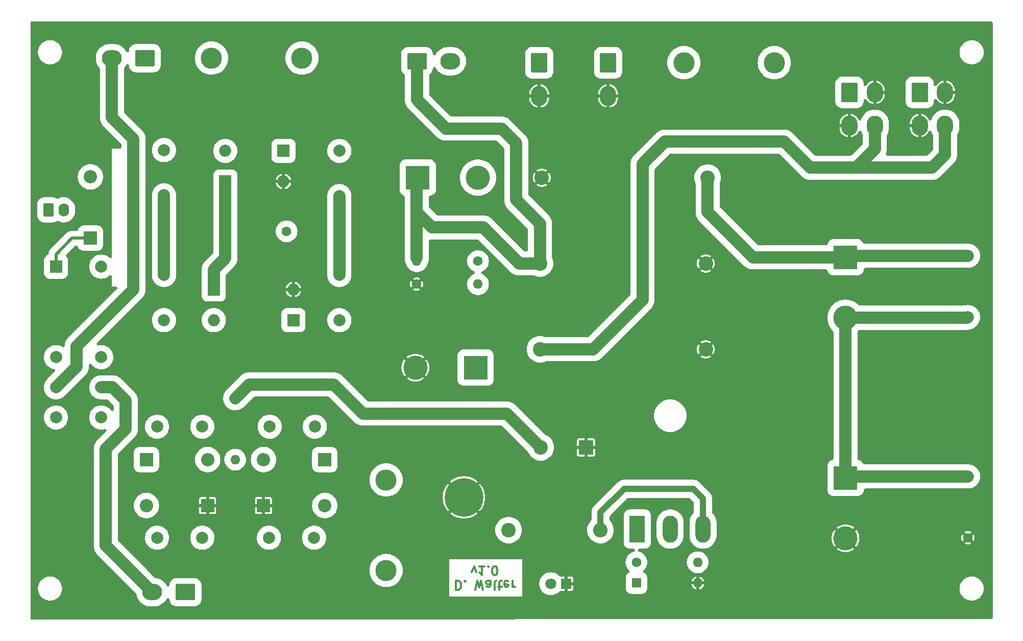
<source format=gbr>
G04 #@! TF.GenerationSoftware,KiCad,Pcbnew,8.0.5*
G04 #@! TF.CreationDate,2024-11-20T22:14:33+01:00*
G04 #@! TF.ProjectId,400VAnoden,34303056-416e-46f6-9465-6e2e6b696361,rev?*
G04 #@! TF.SameCoordinates,Original*
G04 #@! TF.FileFunction,Copper,L2,Bot*
G04 #@! TF.FilePolarity,Positive*
%FSLAX46Y46*%
G04 Gerber Fmt 4.6, Leading zero omitted, Abs format (unit mm)*
G04 Created by KiCad (PCBNEW 8.0.5) date 2024-11-20 22:14:33*
%MOMM*%
%LPD*%
G01*
G04 APERTURE LIST*
G04 Aperture macros list*
%AMRoundRect*
0 Rectangle with rounded corners*
0 $1 Rounding radius*
0 $2 $3 $4 $5 $6 $7 $8 $9 X,Y pos of 4 corners*
0 Add a 4 corners polygon primitive as box body*
4,1,4,$2,$3,$4,$5,$6,$7,$8,$9,$2,$3,0*
0 Add four circle primitives for the rounded corners*
1,1,$1+$1,$2,$3*
1,1,$1+$1,$4,$5*
1,1,$1+$1,$6,$7*
1,1,$1+$1,$8,$9*
0 Add four rect primitives between the rounded corners*
20,1,$1+$1,$2,$3,$4,$5,0*
20,1,$1+$1,$4,$5,$6,$7,0*
20,1,$1+$1,$6,$7,$8,$9,0*
20,1,$1+$1,$8,$9,$2,$3,0*%
G04 Aperture macros list end*
%ADD10C,0.300000*%
G04 #@! TA.AperFunction,NonConductor*
%ADD11C,0.300000*%
G04 #@! TD*
G04 #@! TA.AperFunction,ComponentPad*
%ADD12R,4.000000X4.000000*%
G04 #@! TD*
G04 #@! TA.AperFunction,ComponentPad*
%ADD13C,4.000000*%
G04 #@! TD*
G04 #@! TA.AperFunction,ComponentPad*
%ADD14C,2.400000*%
G04 #@! TD*
G04 #@! TA.AperFunction,ComponentPad*
%ADD15R,2.000000X2.000000*%
G04 #@! TD*
G04 #@! TA.AperFunction,ComponentPad*
%ADD16O,2.000000X2.000000*%
G04 #@! TD*
G04 #@! TA.AperFunction,ComponentPad*
%ADD17R,1.600000X1.600000*%
G04 #@! TD*
G04 #@! TA.AperFunction,ComponentPad*
%ADD18O,1.600000X1.600000*%
G04 #@! TD*
G04 #@! TA.AperFunction,ComponentPad*
%ADD19R,1.800000X1.800000*%
G04 #@! TD*
G04 #@! TA.AperFunction,ComponentPad*
%ADD20C,1.800000*%
G04 #@! TD*
G04 #@! TA.AperFunction,ComponentPad*
%ADD21R,2.200000X2.200000*%
G04 #@! TD*
G04 #@! TA.AperFunction,ComponentPad*
%ADD22O,2.200000X2.200000*%
G04 #@! TD*
G04 #@! TA.AperFunction,ComponentPad*
%ADD23C,3.500120*%
G04 #@! TD*
G04 #@! TA.AperFunction,ComponentPad*
%ADD24RoundRect,0.250001X1.399999X-1.099999X1.399999X1.099999X-1.399999X1.099999X-1.399999X-1.099999X0*%
G04 #@! TD*
G04 #@! TA.AperFunction,ComponentPad*
%ADD25O,3.300000X2.700000*%
G04 #@! TD*
G04 #@! TA.AperFunction,ComponentPad*
%ADD26RoundRect,0.250001X-1.399999X1.099999X-1.399999X-1.099999X1.399999X-1.099999X1.399999X1.099999X0*%
G04 #@! TD*
G04 #@! TA.AperFunction,ComponentPad*
%ADD27C,1.600000*%
G04 #@! TD*
G04 #@! TA.AperFunction,ComponentPad*
%ADD28O,2.400000X2.400000*%
G04 #@! TD*
G04 #@! TA.AperFunction,ComponentPad*
%ADD29C,2.000000*%
G04 #@! TD*
G04 #@! TA.AperFunction,ComponentPad*
%ADD30R,2.500000X4.500000*%
G04 #@! TD*
G04 #@! TA.AperFunction,ComponentPad*
%ADD31O,2.500000X4.500000*%
G04 #@! TD*
G04 #@! TA.AperFunction,ComponentPad*
%ADD32R,2.400000X2.400000*%
G04 #@! TD*
G04 #@! TA.AperFunction,ComponentPad*
%ADD33RoundRect,0.250001X-1.099999X-1.399999X1.099999X-1.399999X1.099999X1.399999X-1.099999X1.399999X0*%
G04 #@! TD*
G04 #@! TA.AperFunction,ComponentPad*
%ADD34O,2.700000X3.300000*%
G04 #@! TD*
G04 #@! TA.AperFunction,ComponentPad*
%ADD35RoundRect,0.250000X-0.620000X-0.845000X0.620000X-0.845000X0.620000X0.845000X-0.620000X0.845000X0*%
G04 #@! TD*
G04 #@! TA.AperFunction,ComponentPad*
%ADD36O,1.740000X2.190000*%
G04 #@! TD*
G04 #@! TA.AperFunction,ComponentPad*
%ADD37C,0.800000*%
G04 #@! TD*
G04 #@! TA.AperFunction,ComponentPad*
%ADD38C,6.400000*%
G04 #@! TD*
G04 #@! TA.AperFunction,ViaPad*
%ADD39C,1.000000*%
G04 #@! TD*
G04 #@! TA.AperFunction,Conductor*
%ADD40C,2.000000*%
G04 #@! TD*
G04 #@! TA.AperFunction,Conductor*
%ADD41C,0.500000*%
G04 #@! TD*
G04 #@! TA.AperFunction,Conductor*
%ADD42C,1.000000*%
G04 #@! TD*
G04 APERTURE END LIST*
D10*
D11*
X107482285Y-120163129D02*
X107482285Y-121663129D01*
X107482285Y-121663129D02*
X107839428Y-121663129D01*
X107839428Y-121663129D02*
X108053714Y-121591700D01*
X108053714Y-121591700D02*
X108196571Y-121448843D01*
X108196571Y-121448843D02*
X108268000Y-121305986D01*
X108268000Y-121305986D02*
X108339428Y-121020272D01*
X108339428Y-121020272D02*
X108339428Y-120805986D01*
X108339428Y-120805986D02*
X108268000Y-120520272D01*
X108268000Y-120520272D02*
X108196571Y-120377415D01*
X108196571Y-120377415D02*
X108053714Y-120234558D01*
X108053714Y-120234558D02*
X107839428Y-120163129D01*
X107839428Y-120163129D02*
X107482285Y-120163129D01*
X108982285Y-120305986D02*
X109053714Y-120234558D01*
X109053714Y-120234558D02*
X108982285Y-120163129D01*
X108982285Y-120163129D02*
X108910857Y-120234558D01*
X108910857Y-120234558D02*
X108982285Y-120305986D01*
X108982285Y-120305986D02*
X108982285Y-120163129D01*
X110696571Y-121663129D02*
X111053714Y-120163129D01*
X111053714Y-120163129D02*
X111339428Y-121234558D01*
X111339428Y-121234558D02*
X111625143Y-120163129D01*
X111625143Y-120163129D02*
X111982286Y-121663129D01*
X113196572Y-120163129D02*
X113196572Y-120948843D01*
X113196572Y-120948843D02*
X113125143Y-121091700D01*
X113125143Y-121091700D02*
X112982286Y-121163129D01*
X112982286Y-121163129D02*
X112696572Y-121163129D01*
X112696572Y-121163129D02*
X112553714Y-121091700D01*
X113196572Y-120234558D02*
X113053714Y-120163129D01*
X113053714Y-120163129D02*
X112696572Y-120163129D01*
X112696572Y-120163129D02*
X112553714Y-120234558D01*
X112553714Y-120234558D02*
X112482286Y-120377415D01*
X112482286Y-120377415D02*
X112482286Y-120520272D01*
X112482286Y-120520272D02*
X112553714Y-120663129D01*
X112553714Y-120663129D02*
X112696572Y-120734558D01*
X112696572Y-120734558D02*
X113053714Y-120734558D01*
X113053714Y-120734558D02*
X113196572Y-120805986D01*
X114125143Y-120163129D02*
X113982286Y-120234558D01*
X113982286Y-120234558D02*
X113910857Y-120377415D01*
X113910857Y-120377415D02*
X113910857Y-121663129D01*
X114482286Y-121163129D02*
X115053714Y-121163129D01*
X114696571Y-121663129D02*
X114696571Y-120377415D01*
X114696571Y-120377415D02*
X114768000Y-120234558D01*
X114768000Y-120234558D02*
X114910857Y-120163129D01*
X114910857Y-120163129D02*
X115053714Y-120163129D01*
X116125143Y-120234558D02*
X115982286Y-120163129D01*
X115982286Y-120163129D02*
X115696572Y-120163129D01*
X115696572Y-120163129D02*
X115553714Y-120234558D01*
X115553714Y-120234558D02*
X115482286Y-120377415D01*
X115482286Y-120377415D02*
X115482286Y-120948843D01*
X115482286Y-120948843D02*
X115553714Y-121091700D01*
X115553714Y-121091700D02*
X115696572Y-121163129D01*
X115696572Y-121163129D02*
X115982286Y-121163129D01*
X115982286Y-121163129D02*
X116125143Y-121091700D01*
X116125143Y-121091700D02*
X116196572Y-120948843D01*
X116196572Y-120948843D02*
X116196572Y-120805986D01*
X116196572Y-120805986D02*
X115482286Y-120663129D01*
X116839428Y-120163129D02*
X116839428Y-121163129D01*
X116839428Y-120877415D02*
X116910857Y-121020272D01*
X116910857Y-121020272D02*
X116982286Y-121091700D01*
X116982286Y-121091700D02*
X117125143Y-121163129D01*
X117125143Y-121163129D02*
X117268000Y-121163129D01*
X110125143Y-118748213D02*
X110482286Y-117748213D01*
X110482286Y-117748213D02*
X110839429Y-118748213D01*
X112196572Y-117748213D02*
X111339429Y-117748213D01*
X111768000Y-117748213D02*
X111768000Y-119248213D01*
X111768000Y-119248213D02*
X111625143Y-119033927D01*
X111625143Y-119033927D02*
X111482286Y-118891070D01*
X111482286Y-118891070D02*
X111339429Y-118819642D01*
X112839428Y-117891070D02*
X112910857Y-117819642D01*
X112910857Y-117819642D02*
X112839428Y-117748213D01*
X112839428Y-117748213D02*
X112768000Y-117819642D01*
X112768000Y-117819642D02*
X112839428Y-117891070D01*
X112839428Y-117891070D02*
X112839428Y-117748213D01*
X113839429Y-119248213D02*
X113982286Y-119248213D01*
X113982286Y-119248213D02*
X114125143Y-119176784D01*
X114125143Y-119176784D02*
X114196572Y-119105356D01*
X114196572Y-119105356D02*
X114268000Y-118962499D01*
X114268000Y-118962499D02*
X114339429Y-118676784D01*
X114339429Y-118676784D02*
X114339429Y-118319642D01*
X114339429Y-118319642D02*
X114268000Y-118033927D01*
X114268000Y-118033927D02*
X114196572Y-117891070D01*
X114196572Y-117891070D02*
X114125143Y-117819642D01*
X114125143Y-117819642D02*
X113982286Y-117748213D01*
X113982286Y-117748213D02*
X113839429Y-117748213D01*
X113839429Y-117748213D02*
X113696572Y-117819642D01*
X113696572Y-117819642D02*
X113625143Y-117891070D01*
X113625143Y-117891070D02*
X113553714Y-118033927D01*
X113553714Y-118033927D02*
X113482286Y-118319642D01*
X113482286Y-118319642D02*
X113482286Y-118676784D01*
X113482286Y-118676784D02*
X113553714Y-118962499D01*
X113553714Y-118962499D02*
X113625143Y-119105356D01*
X113625143Y-119105356D02*
X113696572Y-119176784D01*
X113696572Y-119176784D02*
X113839429Y-119248213D01*
D12*
X101125000Y-53340000D03*
D13*
X111125000Y-53340000D03*
D14*
X121412000Y-67564000D03*
X148912000Y-67564000D03*
X149225000Y-53340000D03*
X121725000Y-53340000D03*
D12*
X110744000Y-84836000D03*
D13*
X100744000Y-84836000D03*
D15*
X67310000Y-71882000D03*
D16*
X67310000Y-76962000D03*
D17*
X137414000Y-120523000D03*
D18*
X147574000Y-120523000D03*
D19*
X125730000Y-120650000D03*
D20*
X123190000Y-120650000D03*
D21*
X75565000Y-107696000D03*
D22*
X85725000Y-107696000D03*
D21*
X85725000Y-100076000D03*
D22*
X75565000Y-100076000D03*
D21*
X66294000Y-107696000D03*
D22*
X56134000Y-107696000D03*
D21*
X56134000Y-100076000D03*
D22*
X66294000Y-100076000D03*
D23*
X66922000Y-33528000D03*
X81922000Y-33528000D03*
D24*
X101016000Y-34036000D03*
D25*
X106516000Y-34036000D03*
D26*
X55880000Y-33528000D03*
D25*
X50380000Y-33528000D03*
D26*
X62611000Y-122047000D03*
D25*
X57111000Y-122047000D03*
D27*
X79375000Y-62230000D03*
D18*
X69215000Y-62230000D03*
D27*
X111125000Y-67183000D03*
D18*
X100965000Y-67183000D03*
D27*
X192405000Y-76454000D03*
D18*
X192405000Y-66294000D03*
D27*
X137414000Y-117094000D03*
D18*
X147574000Y-117094000D03*
D27*
X192405000Y-113030000D03*
D18*
X192405000Y-102870000D03*
D14*
X116205000Y-111760000D03*
D28*
X131445000Y-111760000D03*
D29*
X59055000Y-48768000D03*
X59055000Y-56268000D03*
X83954000Y-113030000D03*
X76454000Y-113030000D03*
X84074000Y-94615000D03*
X76574000Y-94615000D03*
X65405000Y-113030000D03*
X57905000Y-113030000D03*
X65405000Y-94615000D03*
X57905000Y-94615000D03*
D30*
X137552000Y-111594000D03*
D31*
X143002000Y-111594000D03*
X148452000Y-111594000D03*
D27*
X100965000Y-70993000D03*
D18*
X111125000Y-70993000D03*
D32*
X129032000Y-98044000D03*
D14*
X121532000Y-98044000D03*
D33*
X132715000Y-34290000D03*
D34*
X132715000Y-39790000D03*
D12*
X172085000Y-66548000D03*
D13*
X172085000Y-76548000D03*
D21*
X46863000Y-63373000D03*
D22*
X46863000Y-53213000D03*
D35*
X39878000Y-58674000D03*
D36*
X42418000Y-58674000D03*
D14*
X121412000Y-81788000D03*
X148912000Y-81788000D03*
D33*
X121285000Y-34290000D03*
D34*
X121285000Y-39790000D03*
D23*
X95885000Y-118459900D03*
X95885000Y-103459900D03*
D15*
X69215000Y-53975000D03*
D16*
X69215000Y-48895000D03*
D29*
X88138000Y-69462000D03*
X88138000Y-76962000D03*
X88138000Y-48895000D03*
X88138000Y-56395000D03*
D15*
X78867000Y-48895000D03*
D16*
X78867000Y-53975000D03*
D15*
X80518000Y-76962000D03*
D16*
X80518000Y-71882000D03*
D27*
X70866000Y-89916000D03*
D18*
X70866000Y-100076000D03*
D12*
X172085000Y-103124000D03*
D13*
X172085000Y-113124000D03*
D29*
X59055000Y-69462000D03*
X59055000Y-76962000D03*
D23*
X160281000Y-34290000D03*
X145281000Y-34290000D03*
D37*
X106392944Y-106345056D03*
X107095888Y-104648000D03*
X107095888Y-108042112D03*
X108792944Y-103945056D03*
D38*
X108792944Y-106345056D03*
D37*
X108792944Y-108745056D03*
X110490000Y-104648000D03*
X110490000Y-108042112D03*
X111192944Y-106345056D03*
D33*
X172745000Y-39204000D03*
D34*
X176945000Y-39204000D03*
X172745000Y-44704000D03*
X176945000Y-44704000D03*
D29*
X41141000Y-88091000D03*
X41141000Y-83091000D03*
X41141000Y-93091000D03*
X48641000Y-88091000D03*
X48641000Y-83091000D03*
X48641000Y-93091000D03*
D15*
X41141000Y-68091000D03*
D29*
X48641000Y-68091000D03*
D33*
X184395000Y-39204000D03*
D34*
X188595000Y-39204000D03*
X184395000Y-44704000D03*
X188595000Y-44704000D03*
D39*
X139954000Y-107188000D03*
X43307000Y-100584000D03*
X187960000Y-122555000D03*
X105029000Y-115697000D03*
X63500000Y-59055000D03*
X92710000Y-43180000D03*
X186944000Y-90297000D03*
X64389000Y-103632000D03*
X57150000Y-83820000D03*
X43053000Y-107950000D03*
X180340000Y-97790000D03*
X142240000Y-67310000D03*
X44704000Y-72009000D03*
X152781000Y-104394000D03*
X82550000Y-83820000D03*
X143510000Y-56515000D03*
X165735000Y-59690000D03*
X77089000Y-103505000D03*
X73660000Y-59055000D03*
X139954000Y-101854000D03*
X162560000Y-89535000D03*
X46482000Y-57912000D03*
X46228000Y-121920000D03*
X89789000Y-95377000D03*
X71755000Y-43180000D03*
X114300000Y-34925000D03*
X71755000Y-83820000D03*
X83566000Y-43180000D03*
X95758000Y-109474000D03*
X133350000Y-50165000D03*
X111506000Y-125222000D03*
X130175000Y-67945000D03*
X142240000Y-89408000D03*
X160655000Y-53975000D03*
X104648000Y-39751000D03*
X191135000Y-60325000D03*
X116840000Y-61976000D03*
X158242000Y-64135000D03*
X70612000Y-103632000D03*
X73660000Y-72390000D03*
X162560000Y-97790000D03*
X88519000Y-117475000D03*
X192405000Y-90297000D03*
X130175000Y-74930000D03*
X155575000Y-122555000D03*
X116205000Y-74295000D03*
X125222000Y-60706000D03*
X79883000Y-90805000D03*
X41910000Y-44450000D03*
X59690000Y-43180000D03*
X76708000Y-33528000D03*
X179705000Y-60325000D03*
X142240000Y-82296000D03*
X83820000Y-59055000D03*
X44704000Y-75184000D03*
D40*
X88138000Y-69462000D02*
X88138000Y-56388000D01*
X59055000Y-69462000D02*
X59055000Y-56268000D01*
X105791000Y-45212000D02*
X115062000Y-45212000D01*
X100965000Y-59055000D02*
X100965000Y-53500000D01*
X112014000Y-61595000D02*
X117983000Y-67564000D01*
X103505000Y-61595000D02*
X112014000Y-61595000D01*
X117475000Y-47625000D02*
X117475000Y-57023000D01*
X117475000Y-57023000D02*
X121412000Y-60960000D01*
X115062000Y-45212000D02*
X117475000Y-47625000D01*
X100965000Y-59055000D02*
X103505000Y-61595000D01*
X101016000Y-34036000D02*
X101016000Y-40437000D01*
X100965000Y-66675000D02*
X100965000Y-59055000D01*
X117983000Y-67564000D02*
X121412000Y-67564000D01*
X121412000Y-60960000D02*
X121412000Y-67564000D01*
X101016000Y-40437000D02*
X105791000Y-45212000D01*
X172085000Y-103124000D02*
X172085000Y-76548000D01*
X172085000Y-76548000D02*
X192311000Y-76548000D01*
X192311000Y-76548000D02*
X192405000Y-76454000D01*
X192405000Y-102870000D02*
X172339000Y-102870000D01*
X69215000Y-62230000D02*
X69215000Y-66675000D01*
X69215000Y-62230000D02*
X69215000Y-53975000D01*
X67310000Y-68580000D02*
X67310000Y-71882000D01*
X69215000Y-66675000D02*
X67310000Y-68580000D01*
D41*
X46863000Y-63373000D02*
X43815000Y-63373000D01*
X41141000Y-66047000D02*
X41141000Y-68091000D01*
X43815000Y-63373000D02*
X41141000Y-66047000D01*
D40*
X53975000Y-46888000D02*
X53975000Y-71882000D01*
X53975000Y-71882000D02*
X44577000Y-81280000D01*
X44577000Y-84655000D02*
X41141000Y-88091000D01*
X50419000Y-43332000D02*
X53975000Y-46888000D01*
X44577000Y-81280000D02*
X44577000Y-84655000D01*
X50419000Y-33567000D02*
X50419000Y-43332000D01*
X57111000Y-122047000D02*
X49403000Y-114339000D01*
X52705000Y-90297000D02*
X50499000Y-88091000D01*
X52705000Y-94996000D02*
X52705000Y-90297000D01*
X49403000Y-98298000D02*
X52705000Y-94996000D01*
X49403000Y-114339000D02*
X49403000Y-98298000D01*
X50499000Y-88091000D02*
X48641000Y-88091000D01*
D42*
X131445000Y-108839000D02*
X131445000Y-111760000D01*
X148452000Y-106542000D02*
X146812000Y-104902000D01*
X146812000Y-104902000D02*
X135382000Y-104902000D01*
X148452000Y-111594000D02*
X148452000Y-106542000D01*
X135382000Y-104902000D02*
X131445000Y-108839000D01*
D40*
X149225000Y-59055000D02*
X149225000Y-53340000D01*
X156718000Y-66548000D02*
X149225000Y-59055000D01*
X172466000Y-66294000D02*
X192405000Y-66294000D01*
X156718000Y-66548000D02*
X172085000Y-66548000D01*
X70866000Y-89916000D02*
X73152000Y-87630000D01*
X142113000Y-47371000D02*
X161925000Y-47371000D01*
X92075000Y-92456000D02*
X115944000Y-92456000D01*
X176945000Y-48607000D02*
X173863000Y-51689000D01*
X166243000Y-51689000D02*
X173863000Y-51689000D01*
X130194501Y-81788000D02*
X138430000Y-73552501D01*
X176945000Y-44704000D02*
X176945000Y-48607000D01*
X173863000Y-51689000D02*
X186436000Y-51689000D01*
X161925000Y-47371000D02*
X166243000Y-51689000D01*
X121412000Y-81788000D02*
X130194501Y-81788000D01*
X188595000Y-49530000D02*
X188595000Y-44704000D01*
X138430000Y-73552501D02*
X138430000Y-51054000D01*
X115944000Y-92456000D02*
X121532000Y-98044000D01*
X87249000Y-87630000D02*
X92075000Y-92456000D01*
X186436000Y-51689000D02*
X188595000Y-49530000D01*
X73152000Y-87630000D02*
X87249000Y-87630000D01*
X138430000Y-51054000D02*
X142113000Y-47371000D01*
G04 #@! TA.AperFunction,Conductor*
G36*
X196346788Y-27450954D02*
G01*
X196427570Y-27504930D01*
X196481546Y-27585712D01*
X196500500Y-27681000D01*
X196500500Y-126243221D01*
X196481546Y-126338509D01*
X196427570Y-126419291D01*
X196346788Y-126473267D01*
X196251698Y-126492221D01*
X37141684Y-126618801D01*
X37046381Y-126599923D01*
X36965557Y-126546011D01*
X36911516Y-126465272D01*
X36892486Y-126369999D01*
X36892486Y-121318880D01*
X38145500Y-121318880D01*
X38145500Y-121581119D01*
X38160631Y-121696053D01*
X38179730Y-121841116D01*
X38181331Y-121847090D01*
X38247601Y-122094417D01*
X38347953Y-122336689D01*
X38347955Y-122336693D01*
X38479073Y-122563798D01*
X38479082Y-122563812D01*
X38638713Y-122771845D01*
X38638718Y-122771851D01*
X38824149Y-122957282D01*
X38824153Y-122957285D01*
X38824154Y-122957286D01*
X39032187Y-123116917D01*
X39032192Y-123116920D01*
X39032197Y-123116924D01*
X39259303Y-123248043D01*
X39501581Y-123348398D01*
X39754884Y-123416270D01*
X40014880Y-123450500D01*
X40277120Y-123450500D01*
X40537116Y-123416270D01*
X40790419Y-123348398D01*
X41032697Y-123248043D01*
X41259803Y-123116924D01*
X41467851Y-122957282D01*
X41653282Y-122771851D01*
X41812924Y-122563803D01*
X41944043Y-122336697D01*
X42044398Y-122094419D01*
X42112270Y-121841116D01*
X42146500Y-121581120D01*
X42146500Y-121318880D01*
X42112270Y-121058884D01*
X42044398Y-120805581D01*
X41944043Y-120563303D01*
X41812924Y-120336197D01*
X41812920Y-120336192D01*
X41812917Y-120336187D01*
X41653286Y-120128154D01*
X41653285Y-120128153D01*
X41653282Y-120128149D01*
X41467851Y-119942718D01*
X41467846Y-119942714D01*
X41467845Y-119942713D01*
X41259812Y-119783082D01*
X41259798Y-119783073D01*
X41135408Y-119711257D01*
X41032697Y-119651957D01*
X41032695Y-119651956D01*
X41032693Y-119651955D01*
X41032689Y-119651953D01*
X40790417Y-119551601D01*
X40680730Y-119522211D01*
X40537116Y-119483730D01*
X40537111Y-119483729D01*
X40537114Y-119483729D01*
X40277120Y-119449500D01*
X40014880Y-119449500D01*
X39754887Y-119483729D01*
X39501582Y-119551601D01*
X39259310Y-119651953D01*
X39259306Y-119651955D01*
X39032201Y-119783073D01*
X39032187Y-119783082D01*
X38824154Y-119942713D01*
X38638713Y-120128154D01*
X38479082Y-120336187D01*
X38479073Y-120336201D01*
X38347955Y-120563306D01*
X38347953Y-120563310D01*
X38247601Y-120805582D01*
X38179729Y-121058887D01*
X38145500Y-121318880D01*
X36892486Y-121318880D01*
X36892486Y-93091000D01*
X39135390Y-93091000D01*
X39155804Y-93376428D01*
X39189360Y-93530685D01*
X39216631Y-93656045D01*
X39316631Y-93924158D01*
X39453774Y-94175315D01*
X39625261Y-94404395D01*
X39827605Y-94606739D01*
X40056685Y-94778226D01*
X40307839Y-94915367D01*
X40307841Y-94915368D01*
X40349703Y-94930981D01*
X40575954Y-95015369D01*
X40855572Y-95076196D01*
X41141000Y-95096610D01*
X41426428Y-95076196D01*
X41706046Y-95015369D01*
X41974161Y-94915367D01*
X42225315Y-94778226D01*
X42454395Y-94606739D01*
X42656739Y-94404395D01*
X42828226Y-94175315D01*
X42965367Y-93924161D01*
X43065369Y-93656046D01*
X43126196Y-93376428D01*
X43146610Y-93091000D01*
X43126196Y-92805572D01*
X43065369Y-92525954D01*
X42965367Y-92257839D01*
X42828226Y-92006685D01*
X42656739Y-91777605D01*
X42454395Y-91575261D01*
X42251371Y-91423279D01*
X42225317Y-91403775D01*
X41974158Y-91266631D01*
X41828970Y-91212479D01*
X41706046Y-91166631D01*
X41706047Y-91166631D01*
X41426428Y-91105804D01*
X41141000Y-91085390D01*
X40855571Y-91105804D01*
X40575954Y-91166631D01*
X40307841Y-91266631D01*
X40056682Y-91403775D01*
X39892951Y-91526343D01*
X39827605Y-91575261D01*
X39625261Y-91777605D01*
X39597719Y-91814397D01*
X39453775Y-92006682D01*
X39316631Y-92257841D01*
X39216631Y-92525954D01*
X39155804Y-92805572D01*
X39135390Y-93091000D01*
X36892486Y-93091000D01*
X36892486Y-83091000D01*
X39135390Y-83091000D01*
X39155804Y-83376428D01*
X39216631Y-83656046D01*
X39232196Y-83697778D01*
X39316631Y-83924158D01*
X39453775Y-84175317D01*
X39501771Y-84239431D01*
X39625261Y-84404395D01*
X39827605Y-84606739D01*
X40056685Y-84778226D01*
X40071142Y-84786120D01*
X40307841Y-84915368D01*
X40349703Y-84930981D01*
X40575954Y-85015369D01*
X40796912Y-85063435D01*
X40885990Y-85102210D01*
X40953452Y-85172124D01*
X40989024Y-85262533D01*
X40987290Y-85359673D01*
X40948514Y-85448754D01*
X40920050Y-85482813D01*
X39827605Y-86575260D01*
X39625266Y-86777599D01*
X39625252Y-86777615D01*
X39547523Y-86881448D01*
X39545737Y-86883805D01*
X39474075Y-86977198D01*
X39469546Y-86983977D01*
X39469444Y-86983909D01*
X39459225Y-86999402D01*
X39453777Y-87006680D01*
X39453773Y-87006685D01*
X39398013Y-87108800D01*
X39395115Y-87113961D01*
X39342956Y-87204303D01*
X39338919Y-87214050D01*
X39327427Y-87238068D01*
X39316634Y-87257836D01*
X39280653Y-87354303D01*
X39277399Y-87362573D01*
X39242602Y-87446579D01*
X39236395Y-87469740D01*
X39229188Y-87492282D01*
X39216631Y-87525951D01*
X39197597Y-87613446D01*
X39194805Y-87624955D01*
X39174730Y-87699879D01*
X39174728Y-87699892D01*
X39169850Y-87736941D01*
X39166294Y-87757345D01*
X39155804Y-87805572D01*
X39155803Y-87805575D01*
X39155803Y-87805579D01*
X39150370Y-87881536D01*
X39148875Y-87896270D01*
X39140501Y-87959879D01*
X39140501Y-88010640D01*
X39139867Y-88028402D01*
X39135390Y-88090999D01*
X39139867Y-88153596D01*
X39140501Y-88171358D01*
X39140501Y-88222122D01*
X39148875Y-88285733D01*
X39150370Y-88300466D01*
X39155802Y-88376417D01*
X39155805Y-88376437D01*
X39166291Y-88424640D01*
X39169851Y-88445065D01*
X39174728Y-88482114D01*
X39194804Y-88557041D01*
X39197597Y-88568553D01*
X39216631Y-88656049D01*
X39229185Y-88689706D01*
X39236400Y-88712274D01*
X39242602Y-88735419D01*
X39277406Y-88819443D01*
X39280648Y-88827682D01*
X39306670Y-88897450D01*
X39316632Y-88924159D01*
X39327421Y-88943918D01*
X39338920Y-88967952D01*
X39342957Y-88977699D01*
X39395115Y-89068038D01*
X39398017Y-89073205D01*
X39453769Y-89175308D01*
X39453773Y-89175313D01*
X39459217Y-89182586D01*
X39469442Y-89198088D01*
X39469544Y-89198021D01*
X39474072Y-89204798D01*
X39545716Y-89298166D01*
X39547505Y-89300526D01*
X39625257Y-89404390D01*
X39625261Y-89404395D01*
X39827605Y-89606739D01*
X39827608Y-89606741D01*
X39827610Y-89606743D01*
X39931471Y-89684492D01*
X39933766Y-89686231D01*
X40027198Y-89757924D01*
X40027201Y-89757925D01*
X40027204Y-89757928D01*
X40033977Y-89762454D01*
X40033908Y-89762556D01*
X40049415Y-89772784D01*
X40056685Y-89778226D01*
X40056689Y-89778228D01*
X40056697Y-89778233D01*
X40158788Y-89833979D01*
X40163914Y-89836857D01*
X40254303Y-89889043D01*
X40264035Y-89893074D01*
X40288080Y-89904577D01*
X40307839Y-89915367D01*
X40404288Y-89951340D01*
X40404301Y-89951345D01*
X40412575Y-89954601D01*
X40496583Y-89989399D01*
X40512260Y-89993599D01*
X40519717Y-89995597D01*
X40542279Y-90002808D01*
X40575954Y-90015369D01*
X40575962Y-90015370D01*
X40575963Y-90015371D01*
X40663463Y-90034406D01*
X40674965Y-90037196D01*
X40749884Y-90057271D01*
X40786939Y-90062149D01*
X40807358Y-90065707D01*
X40855572Y-90076196D01*
X40931547Y-90081629D01*
X40946253Y-90083121D01*
X40974094Y-90086787D01*
X41009877Y-90091499D01*
X41009880Y-90091499D01*
X41060640Y-90091499D01*
X41078402Y-90092133D01*
X41080927Y-90092313D01*
X41141000Y-90096610D01*
X41201072Y-90092313D01*
X41203598Y-90092133D01*
X41221360Y-90091499D01*
X41272119Y-90091499D01*
X41272120Y-90091499D01*
X41335773Y-90083118D01*
X41350436Y-90081630D01*
X41426428Y-90076196D01*
X41474637Y-90065708D01*
X41495039Y-90062151D01*
X41532116Y-90057271D01*
X41607086Y-90037182D01*
X41618516Y-90034409D01*
X41706046Y-90015369D01*
X41739720Y-90002808D01*
X41762273Y-89995599D01*
X41785419Y-89989398D01*
X41869474Y-89954579D01*
X41877663Y-89951358D01*
X41974161Y-89915367D01*
X41993910Y-89904583D01*
X42017958Y-89893076D01*
X42027697Y-89889043D01*
X42118080Y-89836859D01*
X42123219Y-89833974D01*
X42225315Y-89778226D01*
X42232576Y-89772789D01*
X42248082Y-89762564D01*
X42248013Y-89762460D01*
X42254787Y-89757932D01*
X42254802Y-89757924D01*
X42348258Y-89686211D01*
X42350502Y-89684511D01*
X42350528Y-89684492D01*
X42454395Y-89606739D01*
X42656739Y-89404395D01*
X43970135Y-88090999D01*
X46635390Y-88090999D01*
X46639866Y-88153581D01*
X46640500Y-88171344D01*
X46640500Y-88222121D01*
X46648877Y-88285752D01*
X46650370Y-88300462D01*
X46654333Y-88355872D01*
X46655804Y-88376432D01*
X46666293Y-88424649D01*
X46669853Y-88445073D01*
X46674729Y-88482109D01*
X46674729Y-88482112D01*
X46694803Y-88557033D01*
X46697595Y-88568544D01*
X46716628Y-88656036D01*
X46716632Y-88656050D01*
X46729187Y-88689711D01*
X46736401Y-88712279D01*
X46742597Y-88735405D01*
X46742604Y-88735424D01*
X46777406Y-88819444D01*
X46780648Y-88827682D01*
X46806670Y-88897450D01*
X46816632Y-88924159D01*
X46827421Y-88943918D01*
X46838920Y-88967952D01*
X46842958Y-88977700D01*
X46895119Y-89068047D01*
X46898019Y-89073210D01*
X46953769Y-89175307D01*
X46953777Y-89175319D01*
X46959210Y-89182577D01*
X46969440Y-89198086D01*
X46969542Y-89198019D01*
X46974074Y-89204801D01*
X47045735Y-89298191D01*
X47047526Y-89300553D01*
X47125256Y-89404389D01*
X47125257Y-89404390D01*
X47125261Y-89404395D01*
X47327605Y-89606739D01*
X47327608Y-89606741D01*
X47327613Y-89606746D01*
X47359346Y-89630500D01*
X47431455Y-89684480D01*
X47433769Y-89686233D01*
X47527197Y-89757924D01*
X47527199Y-89757925D01*
X47533979Y-89762456D01*
X47533910Y-89762558D01*
X47549432Y-89772796D01*
X47556685Y-89778226D01*
X47658817Y-89833994D01*
X47663906Y-89836852D01*
X47754303Y-89889043D01*
X47764035Y-89893074D01*
X47788080Y-89904577D01*
X47807839Y-89915367D01*
X47904288Y-89951340D01*
X47904301Y-89951345D01*
X47912545Y-89954588D01*
X47996581Y-89989398D01*
X47996589Y-89989400D01*
X47996591Y-89989401D01*
X48010961Y-89993250D01*
X48019714Y-89995596D01*
X48042291Y-90002813D01*
X48052156Y-90006492D01*
X48075950Y-90015368D01*
X48075953Y-90015368D01*
X48075954Y-90015369D01*
X48088870Y-90018178D01*
X48163458Y-90034405D01*
X48174971Y-90037198D01*
X48249880Y-90057269D01*
X48249884Y-90057270D01*
X48249886Y-90057270D01*
X48249890Y-90057271D01*
X48266955Y-90059517D01*
X48286930Y-90062147D01*
X48307349Y-90065705D01*
X48345152Y-90073929D01*
X48355562Y-90076194D01*
X48355565Y-90076194D01*
X48355572Y-90076196D01*
X48431537Y-90081628D01*
X48446262Y-90083124D01*
X48473212Y-90086672D01*
X48509877Y-90091500D01*
X48509880Y-90091500D01*
X48560654Y-90091500D01*
X48578416Y-90092134D01*
X48580931Y-90092313D01*
X48641000Y-90096610D01*
X48701068Y-90092313D01*
X48703584Y-90092134D01*
X48721346Y-90091500D01*
X49567226Y-90091500D01*
X49662514Y-90110454D01*
X49743296Y-90164430D01*
X50631570Y-91052704D01*
X50685546Y-91133486D01*
X50704500Y-91228774D01*
X50704500Y-91761203D01*
X50685546Y-91856491D01*
X50631570Y-91937273D01*
X50550788Y-91991249D01*
X50455500Y-92010203D01*
X50360212Y-91991249D01*
X50279430Y-91937273D01*
X50256166Y-91910424D01*
X50199434Y-91834639D01*
X50156739Y-91777605D01*
X49954395Y-91575261D01*
X49751371Y-91423279D01*
X49725317Y-91403775D01*
X49474158Y-91266631D01*
X49328970Y-91212479D01*
X49206046Y-91166631D01*
X49206047Y-91166631D01*
X48926428Y-91105804D01*
X48641000Y-91085390D01*
X48355571Y-91105804D01*
X48075954Y-91166631D01*
X47807841Y-91266631D01*
X47556682Y-91403775D01*
X47392951Y-91526343D01*
X47327605Y-91575261D01*
X47125261Y-91777605D01*
X47097719Y-91814397D01*
X46953775Y-92006682D01*
X46816631Y-92257841D01*
X46716631Y-92525954D01*
X46655804Y-92805572D01*
X46635390Y-93091000D01*
X46655804Y-93376428D01*
X46689360Y-93530685D01*
X46716631Y-93656045D01*
X46816631Y-93924158D01*
X46953774Y-94175315D01*
X47125261Y-94404395D01*
X47327605Y-94606739D01*
X47556685Y-94778226D01*
X47807839Y-94915367D01*
X47807841Y-94915368D01*
X47849703Y-94930981D01*
X48075954Y-95015369D01*
X48355572Y-95076196D01*
X48641000Y-95096610D01*
X48926428Y-95076196D01*
X49206046Y-95015369D01*
X49206052Y-95015366D01*
X49208694Y-95014792D01*
X49305833Y-95013058D01*
X49396242Y-95048630D01*
X49466157Y-95116091D01*
X49504933Y-95205173D01*
X49506667Y-95302312D01*
X49471095Y-95392721D01*
X49437693Y-95434172D01*
X47895712Y-96976153D01*
X47805388Y-97093867D01*
X47805388Y-97093868D01*
X47736073Y-97184200D01*
X47726901Y-97200089D01*
X47726896Y-97200098D01*
X47604959Y-97411297D01*
X47604954Y-97411308D01*
X47541757Y-97563881D01*
X47504602Y-97653581D01*
X47436729Y-97906884D01*
X47427696Y-97975500D01*
X47402500Y-98166880D01*
X47402500Y-114470120D01*
X47410009Y-114527154D01*
X47419615Y-114600118D01*
X47419615Y-114600120D01*
X47436729Y-114730117D01*
X47496818Y-114954370D01*
X47496819Y-114954373D01*
X47504597Y-114983405D01*
X47504601Y-114983415D01*
X47504602Y-114983419D01*
X47526220Y-115035609D01*
X47604953Y-115225689D01*
X47604955Y-115225693D01*
X47604957Y-115225697D01*
X47736076Y-115452803D01*
X47736078Y-115452806D01*
X47795576Y-115530344D01*
X47795582Y-115530351D01*
X47895713Y-115660846D01*
X47895720Y-115660854D01*
X54404457Y-122169591D01*
X54458433Y-122250373D01*
X54475257Y-122313158D01*
X54500717Y-122506541D01*
X54513797Y-122555355D01*
X54580465Y-122804164D01*
X54698378Y-123088830D01*
X54698380Y-123088834D01*
X54698382Y-123088838D01*
X54852432Y-123355660D01*
X54852443Y-123355678D01*
X55040001Y-123600108D01*
X55040005Y-123600112D01*
X55040009Y-123600117D01*
X55257883Y-123817991D01*
X55257887Y-123817994D01*
X55257891Y-123817998D01*
X55502321Y-124005556D01*
X55502326Y-124005559D01*
X55502330Y-124005562D01*
X55769170Y-124159622D01*
X56053836Y-124277535D01*
X56351456Y-124357282D01*
X56577914Y-124387096D01*
X56656939Y-124397500D01*
X56656940Y-124397500D01*
X57565061Y-124397500D01*
X57644078Y-124387097D01*
X57870544Y-124357282D01*
X58168164Y-124277535D01*
X58452830Y-124159622D01*
X58719670Y-124005562D01*
X58964117Y-123817991D01*
X59181991Y-123600117D01*
X59181998Y-123600108D01*
X59369556Y-123355678D01*
X59369556Y-123355677D01*
X59369562Y-123355670D01*
X59498659Y-123132066D01*
X59562717Y-123059022D01*
X59649852Y-123016052D01*
X59746799Y-123009697D01*
X59838798Y-123040926D01*
X59911844Y-123104985D01*
X59954814Y-123192120D01*
X59962531Y-123237030D01*
X59970903Y-123343404D01*
X59970903Y-123343407D01*
X59970903Y-123343410D01*
X59970904Y-123343411D01*
X59973992Y-123355665D01*
X60025905Y-123561687D01*
X60043357Y-123600108D01*
X60118993Y-123766626D01*
X60118995Y-123766629D01*
X60118996Y-123766631D01*
X60247177Y-123951649D01*
X60247178Y-123951650D01*
X60247181Y-123951654D01*
X60406346Y-124110819D01*
X60406349Y-124110821D01*
X60406350Y-124110822D01*
X60476789Y-124159622D01*
X60591374Y-124239007D01*
X60760369Y-124315767D01*
X60796312Y-124332094D01*
X60796313Y-124332094D01*
X60796317Y-124332096D01*
X61014589Y-124387096D01*
X61014592Y-124387096D01*
X61014595Y-124387097D01*
X61134179Y-124396508D01*
X61146784Y-124397500D01*
X61146785Y-124397500D01*
X64075215Y-124397500D01*
X64075216Y-124397500D01*
X64105651Y-124395104D01*
X64207404Y-124387097D01*
X64207405Y-124387096D01*
X64207411Y-124387096D01*
X64425683Y-124332096D01*
X64630626Y-124239007D01*
X64815654Y-124110819D01*
X64974819Y-123951654D01*
X65103007Y-123766626D01*
X65196096Y-123561683D01*
X65251096Y-123343411D01*
X65261500Y-123211216D01*
X65261500Y-122821398D01*
X106326785Y-122821398D01*
X106326786Y-122821398D01*
X118423499Y-122821398D01*
X118423500Y-122821398D01*
X118423500Y-120650000D01*
X121284645Y-120650000D01*
X121304039Y-120921161D01*
X121304439Y-120923000D01*
X121361825Y-121186801D01*
X121391829Y-121267244D01*
X121434271Y-121381037D01*
X121456828Y-121441513D01*
X121587113Y-121680113D01*
X121750029Y-121897742D01*
X121942258Y-122089971D01*
X122128457Y-122229359D01*
X122159886Y-122252886D01*
X122159885Y-122252886D01*
X122159887Y-122252887D01*
X122398487Y-122383172D01*
X122653199Y-122478175D01*
X122918840Y-122535961D01*
X123190000Y-122555355D01*
X123461160Y-122535961D01*
X123726801Y-122478175D01*
X123981513Y-122383172D01*
X124220113Y-122252887D01*
X124437742Y-122089971D01*
X124604785Y-121922927D01*
X124685563Y-121868953D01*
X124780851Y-121849999D01*
X125477999Y-121849999D01*
X125478000Y-121849998D01*
X125478000Y-121024123D01*
X125556306Y-121069333D01*
X125670756Y-121100000D01*
X125789244Y-121100000D01*
X125903694Y-121069333D01*
X125982000Y-121024123D01*
X125982000Y-121849998D01*
X125982001Y-121849999D01*
X126674786Y-121849999D01*
X126674795Y-121849998D01*
X126699872Y-121847090D01*
X126699876Y-121847089D01*
X126802476Y-121801787D01*
X126881787Y-121722476D01*
X126927090Y-121619873D01*
X126930000Y-121594795D01*
X126930000Y-120902001D01*
X126929999Y-120902000D01*
X126104123Y-120902000D01*
X126149333Y-120823694D01*
X126180000Y-120709244D01*
X126180000Y-120590756D01*
X126149333Y-120476306D01*
X126104123Y-120398000D01*
X126929998Y-120398000D01*
X126929999Y-120397999D01*
X126929999Y-119705206D01*
X126929998Y-119705204D01*
X126927090Y-119680127D01*
X126927089Y-119680123D01*
X126881787Y-119577523D01*
X126802476Y-119498212D01*
X126699873Y-119452909D01*
X126674796Y-119450000D01*
X125982001Y-119450000D01*
X125982000Y-119450001D01*
X125982000Y-120275876D01*
X125903694Y-120230667D01*
X125789244Y-120200000D01*
X125670756Y-120200000D01*
X125556306Y-120230667D01*
X125478000Y-120275876D01*
X125478000Y-119450001D01*
X125477999Y-119450000D01*
X124780852Y-119450000D01*
X124685564Y-119431046D01*
X124604785Y-119377072D01*
X124437742Y-119210029D01*
X124383731Y-119169597D01*
X124220113Y-119047113D01*
X124220114Y-119047113D01*
X123981515Y-118916829D01*
X123981511Y-118916827D01*
X123908070Y-118889435D01*
X123726801Y-118821825D01*
X123505011Y-118773578D01*
X123461161Y-118764039D01*
X123190000Y-118744645D01*
X122918838Y-118764039D01*
X122830964Y-118783155D01*
X122653199Y-118821825D01*
X122619230Y-118834495D01*
X122398488Y-118916827D01*
X122398484Y-118916829D01*
X122159886Y-119047113D01*
X121942265Y-119210023D01*
X121942260Y-119210027D01*
X121750027Y-119402260D01*
X121750023Y-119402265D01*
X121587113Y-119619886D01*
X121456829Y-119858484D01*
X121456827Y-119858488D01*
X121425887Y-119941443D01*
X121361825Y-120113199D01*
X121342943Y-120200000D01*
X121304039Y-120378838D01*
X121284645Y-120650000D01*
X118423500Y-120650000D01*
X118423500Y-116590988D01*
X106326785Y-116590988D01*
X106326785Y-122821398D01*
X65261500Y-122821398D01*
X65261500Y-120882784D01*
X65255424Y-120805581D01*
X65251097Y-120750595D01*
X65251096Y-120750592D01*
X65251096Y-120750589D01*
X65196096Y-120532317D01*
X65103007Y-120327374D01*
X64974819Y-120142346D01*
X64815654Y-119983181D01*
X64815650Y-119983178D01*
X64815649Y-119983177D01*
X64630631Y-119854996D01*
X64630629Y-119854995D01*
X64630626Y-119854993D01*
X64533990Y-119811099D01*
X64425687Y-119761905D01*
X64207407Y-119706903D01*
X64207404Y-119706902D01*
X64075227Y-119696500D01*
X64075216Y-119696500D01*
X61146784Y-119696500D01*
X61146772Y-119696500D01*
X61014595Y-119706902D01*
X61014592Y-119706903D01*
X60796312Y-119761905D01*
X60627786Y-119838453D01*
X60591374Y-119854993D01*
X60591372Y-119854993D01*
X60591368Y-119854996D01*
X60406350Y-119983177D01*
X60247177Y-120142350D01*
X60118996Y-120327368D01*
X60118993Y-120327372D01*
X60118993Y-120327374D01*
X60114984Y-120336201D01*
X60025905Y-120532312D01*
X59970903Y-120750592D01*
X59970903Y-120750595D01*
X59962531Y-120856969D01*
X59936159Y-120950476D01*
X59876011Y-121026773D01*
X59791244Y-121074245D01*
X59694762Y-121085664D01*
X59601255Y-121059292D01*
X59524958Y-120999144D01*
X59498659Y-120961932D01*
X59369567Y-120738339D01*
X59369562Y-120738330D01*
X59369559Y-120738326D01*
X59369556Y-120738321D01*
X59181998Y-120493891D01*
X59181994Y-120493887D01*
X59181991Y-120493883D01*
X58964117Y-120276009D01*
X58964112Y-120276005D01*
X58964108Y-120276001D01*
X58719678Y-120088443D01*
X58719660Y-120088432D01*
X58452838Y-119934382D01*
X58452834Y-119934380D01*
X58452830Y-119934378D01*
X58168164Y-119816465D01*
X58043577Y-119783082D01*
X57870541Y-119736717D01*
X57677158Y-119711257D01*
X57585159Y-119680026D01*
X57533591Y-119640457D01*
X56353034Y-118459900D01*
X93129413Y-118459900D01*
X93143230Y-118688334D01*
X93149505Y-118792060D01*
X93209483Y-119119347D01*
X93209485Y-119119356D01*
X93308482Y-119437048D01*
X93445047Y-119740482D01*
X93445049Y-119740485D01*
X93617196Y-120025252D01*
X93617198Y-120025255D01*
X93617199Y-120025256D01*
X93617201Y-120025259D01*
X93666699Y-120088438D01*
X93822414Y-120287192D01*
X94057708Y-120522486D01*
X94109807Y-120563303D01*
X94296085Y-120709244D01*
X94319648Y-120727704D01*
X94604415Y-120899851D01*
X94907855Y-121036419D01*
X95225545Y-121135415D01*
X95417625Y-121170615D01*
X95552839Y-121195394D01*
X95552840Y-121195394D01*
X95552851Y-121195396D01*
X95885000Y-121215487D01*
X96217149Y-121195396D01*
X96544455Y-121135415D01*
X96862145Y-121036419D01*
X97165585Y-120899851D01*
X97450352Y-120727704D01*
X97712292Y-120522486D01*
X97947586Y-120287192D01*
X98152804Y-120025252D01*
X98324951Y-119740485D01*
X98461519Y-119437045D01*
X98560515Y-119119355D01*
X98620496Y-118792049D01*
X98640587Y-118459900D01*
X98620496Y-118127751D01*
X98560515Y-117800445D01*
X98461519Y-117482755D01*
X98324951Y-117179315D01*
X98152804Y-116894548D01*
X97947586Y-116632608D01*
X97712292Y-116397314D01*
X97601612Y-116310601D01*
X97450359Y-116192101D01*
X97450356Y-116192099D01*
X97450355Y-116192098D01*
X97450352Y-116192096D01*
X97165585Y-116019949D01*
X97165586Y-116019949D01*
X97165582Y-116019947D01*
X96862148Y-115883382D01*
X96544456Y-115784385D01*
X96544447Y-115784383D01*
X96217160Y-115724405D01*
X96217151Y-115724404D01*
X96217149Y-115724404D01*
X95885000Y-115704313D01*
X95552851Y-115724404D01*
X95552848Y-115724404D01*
X95552839Y-115724405D01*
X95225552Y-115784383D01*
X95225543Y-115784385D01*
X94907851Y-115883382D01*
X94604417Y-116019947D01*
X94319643Y-116192099D01*
X94319640Y-116192101D01*
X94057710Y-116397312D01*
X93822412Y-116632610D01*
X93617201Y-116894540D01*
X93617199Y-116894543D01*
X93445047Y-117179317D01*
X93308482Y-117482751D01*
X93209485Y-117800443D01*
X93209483Y-117800452D01*
X93149505Y-118127739D01*
X93149504Y-118127748D01*
X93149504Y-118127751D01*
X93129413Y-118459900D01*
X56353034Y-118459900D01*
X51476430Y-113583296D01*
X51422454Y-113502514D01*
X51403500Y-113407226D01*
X51403500Y-113030000D01*
X55899390Y-113030000D01*
X55919804Y-113315428D01*
X55980631Y-113595046D01*
X56008503Y-113669773D01*
X56080631Y-113863158D01*
X56217775Y-114114317D01*
X56266691Y-114179661D01*
X56389261Y-114343395D01*
X56591605Y-114545739D01*
X56820685Y-114717226D01*
X57053767Y-114844499D01*
X57071841Y-114854368D01*
X57096199Y-114863453D01*
X57339954Y-114954369D01*
X57619572Y-115015196D01*
X57905000Y-115035610D01*
X58190428Y-115015196D01*
X58470046Y-114954369D01*
X58738161Y-114854367D01*
X58989315Y-114717226D01*
X59218395Y-114545739D01*
X59420739Y-114343395D01*
X59592226Y-114114315D01*
X59729367Y-113863161D01*
X59829369Y-113595046D01*
X59890196Y-113315428D01*
X59910610Y-113030000D01*
X63399390Y-113030000D01*
X63419804Y-113315428D01*
X63480631Y-113595046D01*
X63508503Y-113669773D01*
X63580631Y-113863158D01*
X63717775Y-114114317D01*
X63766691Y-114179661D01*
X63889261Y-114343395D01*
X64091605Y-114545739D01*
X64320685Y-114717226D01*
X64553767Y-114844499D01*
X64571841Y-114854368D01*
X64596199Y-114863453D01*
X64839954Y-114954369D01*
X65119572Y-115015196D01*
X65405000Y-115035610D01*
X65690428Y-115015196D01*
X65970046Y-114954369D01*
X66238161Y-114854367D01*
X66489315Y-114717226D01*
X66718395Y-114545739D01*
X66920739Y-114343395D01*
X67092226Y-114114315D01*
X67229367Y-113863161D01*
X67329369Y-113595046D01*
X67390196Y-113315428D01*
X67410610Y-113030000D01*
X74448390Y-113030000D01*
X74468804Y-113315428D01*
X74529631Y-113595046D01*
X74557503Y-113669773D01*
X74629631Y-113863158D01*
X74766775Y-114114317D01*
X74815691Y-114179661D01*
X74938261Y-114343395D01*
X75140605Y-114545739D01*
X75369685Y-114717226D01*
X75602767Y-114844499D01*
X75620841Y-114854368D01*
X75645199Y-114863453D01*
X75888954Y-114954369D01*
X76168572Y-115015196D01*
X76454000Y-115035610D01*
X76739428Y-115015196D01*
X77019046Y-114954369D01*
X77287161Y-114854367D01*
X77538315Y-114717226D01*
X77767395Y-114545739D01*
X77969739Y-114343395D01*
X78141226Y-114114315D01*
X78278367Y-113863161D01*
X78378369Y-113595046D01*
X78439196Y-113315428D01*
X78459610Y-113030000D01*
X81948390Y-113030000D01*
X81968804Y-113315428D01*
X82029631Y-113595046D01*
X82057503Y-113669773D01*
X82129631Y-113863158D01*
X82266775Y-114114317D01*
X82315691Y-114179661D01*
X82438261Y-114343395D01*
X82640605Y-114545739D01*
X82869685Y-114717226D01*
X83102767Y-114844499D01*
X83120841Y-114854368D01*
X83145199Y-114863453D01*
X83388954Y-114954369D01*
X83668572Y-115015196D01*
X83954000Y-115035610D01*
X84239428Y-115015196D01*
X84519046Y-114954369D01*
X84787161Y-114854367D01*
X85038315Y-114717226D01*
X85267395Y-114545739D01*
X85469739Y-114343395D01*
X85641226Y-114114315D01*
X85778367Y-113863161D01*
X85878369Y-113595046D01*
X85939196Y-113315428D01*
X85959610Y-113030000D01*
X85939196Y-112744572D01*
X85878369Y-112464954D01*
X85778367Y-112196839D01*
X85641226Y-111945685D01*
X85502224Y-111760000D01*
X113999778Y-111760000D01*
X114018643Y-112047837D01*
X114018645Y-112047849D01*
X114074919Y-112330753D01*
X114074920Y-112330760D01*
X114167639Y-112603896D01*
X114167646Y-112603915D01*
X114295216Y-112862600D01*
X114295219Y-112862606D01*
X114295222Y-112862611D01*
X114455480Y-113102454D01*
X114645673Y-113319327D01*
X114862546Y-113509520D01*
X115102389Y-113669778D01*
X115102398Y-113669782D01*
X115102399Y-113669783D01*
X115361084Y-113797353D01*
X115361091Y-113797355D01*
X115361098Y-113797359D01*
X115495895Y-113843116D01*
X115634239Y-113890079D01*
X115634242Y-113890079D01*
X115634247Y-113890081D01*
X115863369Y-113935656D01*
X115917150Y-113946354D01*
X115917155Y-113946354D01*
X115917161Y-113946356D01*
X116205000Y-113965222D01*
X116492839Y-113946356D01*
X116775753Y-113890081D01*
X116775758Y-113890079D01*
X116775760Y-113890079D01*
X116855065Y-113863158D01*
X117048902Y-113797359D01*
X117048911Y-113797354D01*
X117048915Y-113797353D01*
X117204633Y-113720561D01*
X117307611Y-113669778D01*
X117547454Y-113509520D01*
X117764327Y-113319327D01*
X117954520Y-113102454D01*
X118114778Y-112862611D01*
X118190077Y-112709920D01*
X118242353Y-112603915D01*
X118242354Y-112603911D01*
X118242359Y-112603902D01*
X118310392Y-112403482D01*
X118335079Y-112330760D01*
X118335079Y-112330758D01*
X118335081Y-112330753D01*
X118391356Y-112047839D01*
X118410222Y-111760000D01*
X129239778Y-111760000D01*
X129258643Y-112047837D01*
X129258645Y-112047849D01*
X129314919Y-112330753D01*
X129314920Y-112330760D01*
X129407639Y-112603896D01*
X129407646Y-112603915D01*
X129535216Y-112862600D01*
X129535219Y-112862606D01*
X129535222Y-112862611D01*
X129695480Y-113102454D01*
X129885673Y-113319327D01*
X130102546Y-113509520D01*
X130342389Y-113669778D01*
X130342398Y-113669782D01*
X130342399Y-113669783D01*
X130601084Y-113797353D01*
X130601091Y-113797355D01*
X130601098Y-113797359D01*
X130735895Y-113843116D01*
X130874239Y-113890079D01*
X130874242Y-113890079D01*
X130874247Y-113890081D01*
X131103369Y-113935656D01*
X131157150Y-113946354D01*
X131157155Y-113946354D01*
X131157161Y-113946356D01*
X131445000Y-113965222D01*
X131732839Y-113946356D01*
X132015753Y-113890081D01*
X132015758Y-113890079D01*
X132015760Y-113890079D01*
X132095065Y-113863158D01*
X132288902Y-113797359D01*
X132288911Y-113797354D01*
X132288915Y-113797353D01*
X132444633Y-113720561D01*
X132547611Y-113669778D01*
X132787454Y-113509520D01*
X133004327Y-113319327D01*
X133194520Y-113102454D01*
X133354778Y-112862611D01*
X133430077Y-112709920D01*
X133482353Y-112603915D01*
X133482354Y-112603911D01*
X133482359Y-112603902D01*
X133550392Y-112403482D01*
X133575079Y-112330760D01*
X133575079Y-112330758D01*
X133575081Y-112330753D01*
X133631356Y-112047839D01*
X133650222Y-111760000D01*
X133631356Y-111472161D01*
X133575081Y-111189247D01*
X133575079Y-111189242D01*
X133575079Y-111189239D01*
X133508978Y-110994516D01*
X133482359Y-110916098D01*
X133482355Y-110916091D01*
X133482353Y-110916084D01*
X133354783Y-110657399D01*
X133354782Y-110657398D01*
X133354778Y-110657389D01*
X133194520Y-110417546D01*
X133194516Y-110417541D01*
X133007292Y-110204053D01*
X132958715Y-110119915D01*
X132945500Y-110039876D01*
X132945500Y-109563667D01*
X132964454Y-109468379D01*
X133018430Y-109387597D01*
X133120064Y-109285963D01*
X135301500Y-109285963D01*
X135301500Y-113902031D01*
X135301501Y-113902043D01*
X135312113Y-114021414D01*
X135312113Y-114021417D01*
X135312114Y-114021418D01*
X135341467Y-114124000D01*
X135368090Y-114217045D01*
X135368093Y-114217053D01*
X135434088Y-114343395D01*
X135462302Y-114397407D01*
X135590891Y-114555109D01*
X135748593Y-114683698D01*
X135928951Y-114777909D01*
X136124582Y-114833886D01*
X136243963Y-114844500D01*
X136946236Y-114844499D01*
X137041521Y-114863453D01*
X137122302Y-114917429D01*
X137176279Y-114998211D01*
X137195233Y-115093499D01*
X137176279Y-115188787D01*
X137122303Y-115269568D01*
X137041521Y-115323545D01*
X137019628Y-115331436D01*
X136754358Y-115413262D01*
X136754357Y-115413262D01*
X136511227Y-115530348D01*
X136288257Y-115682366D01*
X136090437Y-115865916D01*
X135922189Y-116076892D01*
X135922188Y-116076892D01*
X135787257Y-116310601D01*
X135787256Y-116310604D01*
X135688667Y-116561801D01*
X135688663Y-116561812D01*
X135628616Y-116824899D01*
X135608451Y-117094000D01*
X135628616Y-117363100D01*
X135688663Y-117626187D01*
X135688667Y-117626198D01*
X135787256Y-117877395D01*
X135787257Y-117877398D01*
X135922188Y-118111107D01*
X136090437Y-118322083D01*
X136208104Y-118431262D01*
X136265063Y-118509968D01*
X136287567Y-118604481D01*
X136272189Y-118700411D01*
X136221271Y-118783155D01*
X136154028Y-118834495D01*
X136060597Y-118883299D01*
X136060592Y-118883302D01*
X135902893Y-119011889D01*
X135902889Y-119011893D01*
X135774302Y-119169592D01*
X135774299Y-119169597D01*
X135680093Y-119349946D01*
X135680090Y-119349954D01*
X135624115Y-119545578D01*
X135624114Y-119545582D01*
X135613500Y-119664963D01*
X135613500Y-121381031D01*
X135613501Y-121381043D01*
X135624113Y-121500414D01*
X135624113Y-121500417D01*
X135624114Y-121500418D01*
X135647206Y-121581119D01*
X135680090Y-121696045D01*
X135680093Y-121696053D01*
X135760507Y-121849999D01*
X135774302Y-121876407D01*
X135902891Y-122034109D01*
X136060593Y-122162698D01*
X136240951Y-122256909D01*
X136436582Y-122312886D01*
X136555963Y-122323500D01*
X138272036Y-122323499D01*
X138391418Y-122312886D01*
X138587049Y-122256909D01*
X138767407Y-122162698D01*
X138925109Y-122034109D01*
X139053698Y-121876407D01*
X139147909Y-121696049D01*
X139203886Y-121500418D01*
X139214500Y-121381037D01*
X139214499Y-120271000D01*
X146502043Y-120271000D01*
X147260314Y-120271000D01*
X147253920Y-120277394D01*
X147201259Y-120368606D01*
X147174000Y-120470339D01*
X147174000Y-120575661D01*
X147201259Y-120677394D01*
X147253920Y-120768606D01*
X147260314Y-120775000D01*
X146502043Y-120775000D01*
X146543886Y-120922068D01*
X146634754Y-121104556D01*
X146757610Y-121267244D01*
X146908262Y-121404581D01*
X147081583Y-121511897D01*
X147271677Y-121585539D01*
X147271675Y-121585539D01*
X147322000Y-121594946D01*
X147322000Y-120836686D01*
X147328394Y-120843080D01*
X147419606Y-120895741D01*
X147521339Y-120923000D01*
X147626661Y-120923000D01*
X147728394Y-120895741D01*
X147819606Y-120843080D01*
X147826000Y-120836686D01*
X147826000Y-121594945D01*
X147876323Y-121585539D01*
X148066416Y-121511897D01*
X148239737Y-121404581D01*
X148333747Y-121318880D01*
X191005500Y-121318880D01*
X191005500Y-121581119D01*
X191020631Y-121696053D01*
X191039730Y-121841116D01*
X191041331Y-121847090D01*
X191107601Y-122094417D01*
X191207953Y-122336689D01*
X191207955Y-122336693D01*
X191339073Y-122563798D01*
X191339082Y-122563812D01*
X191498713Y-122771845D01*
X191498718Y-122771851D01*
X191684149Y-122957282D01*
X191684153Y-122957285D01*
X191684154Y-122957286D01*
X191892187Y-123116917D01*
X191892192Y-123116920D01*
X191892197Y-123116924D01*
X192119303Y-123248043D01*
X192361581Y-123348398D01*
X192614884Y-123416270D01*
X192874880Y-123450500D01*
X193137120Y-123450500D01*
X193397116Y-123416270D01*
X193650419Y-123348398D01*
X193892697Y-123248043D01*
X194119803Y-123116924D01*
X194327851Y-122957282D01*
X194513282Y-122771851D01*
X194672924Y-122563803D01*
X194804043Y-122336697D01*
X194904398Y-122094419D01*
X194972270Y-121841116D01*
X195006500Y-121581120D01*
X195006500Y-121318880D01*
X194972270Y-121058884D01*
X194904398Y-120805581D01*
X194804043Y-120563303D01*
X194672924Y-120336197D01*
X194672920Y-120336192D01*
X194672917Y-120336187D01*
X194513286Y-120128154D01*
X194513285Y-120128153D01*
X194513282Y-120128149D01*
X194327851Y-119942718D01*
X194327846Y-119942714D01*
X194327845Y-119942713D01*
X194119812Y-119783082D01*
X194119798Y-119783073D01*
X193995408Y-119711257D01*
X193892697Y-119651957D01*
X193892695Y-119651956D01*
X193892693Y-119651955D01*
X193892689Y-119651953D01*
X193650417Y-119551601D01*
X193540730Y-119522211D01*
X193397116Y-119483730D01*
X193397111Y-119483729D01*
X193397114Y-119483729D01*
X193137120Y-119449500D01*
X192874880Y-119449500D01*
X192614887Y-119483729D01*
X192361582Y-119551601D01*
X192119310Y-119651953D01*
X192119306Y-119651955D01*
X191892201Y-119783073D01*
X191892187Y-119783082D01*
X191684154Y-119942713D01*
X191498713Y-120128154D01*
X191339082Y-120336187D01*
X191339073Y-120336201D01*
X191207955Y-120563306D01*
X191207953Y-120563310D01*
X191107601Y-120805582D01*
X191039729Y-121058887D01*
X191005500Y-121318880D01*
X148333747Y-121318880D01*
X148390389Y-121267244D01*
X148513245Y-121104556D01*
X148604113Y-120922068D01*
X148645957Y-120775000D01*
X147887686Y-120775000D01*
X147894080Y-120768606D01*
X147946741Y-120677394D01*
X147974000Y-120575661D01*
X147974000Y-120470339D01*
X147946741Y-120368606D01*
X147894080Y-120277394D01*
X147887686Y-120271000D01*
X148645957Y-120271000D01*
X148604113Y-120123931D01*
X148513245Y-119941443D01*
X148390389Y-119778755D01*
X148239737Y-119641418D01*
X148066416Y-119534103D01*
X147876321Y-119460460D01*
X147826000Y-119451052D01*
X147826000Y-120209314D01*
X147819606Y-120202920D01*
X147728394Y-120150259D01*
X147626661Y-120123000D01*
X147521339Y-120123000D01*
X147419606Y-120150259D01*
X147328394Y-120202920D01*
X147322000Y-120209314D01*
X147322000Y-119451052D01*
X147271678Y-119460460D01*
X147081583Y-119534103D01*
X146908262Y-119641418D01*
X146757610Y-119778755D01*
X146634754Y-119941443D01*
X146543886Y-120123931D01*
X146502043Y-120271000D01*
X139214499Y-120271000D01*
X139214499Y-119664964D01*
X139203886Y-119545582D01*
X139147909Y-119349951D01*
X139053698Y-119169593D01*
X138925109Y-119011891D01*
X138767407Y-118883302D01*
X138673970Y-118834495D01*
X138598288Y-118773578D01*
X138551677Y-118688334D01*
X138541236Y-118591741D01*
X138568554Y-118498506D01*
X138619893Y-118431264D01*
X138737561Y-118322085D01*
X138905815Y-118111102D01*
X139040743Y-117877398D01*
X139139334Y-117626195D01*
X139199383Y-117363103D01*
X139219549Y-117094000D01*
X145768451Y-117094000D01*
X145788616Y-117363100D01*
X145848663Y-117626187D01*
X145848667Y-117626198D01*
X145947256Y-117877395D01*
X145947257Y-117877398D01*
X146082188Y-118111107D01*
X146250437Y-118322083D01*
X146250439Y-118322085D01*
X146448259Y-118505635D01*
X146671226Y-118657651D01*
X146914359Y-118774738D01*
X147172228Y-118854280D01*
X147439071Y-118894500D01*
X147439074Y-118894500D01*
X147708926Y-118894500D01*
X147708929Y-118894500D01*
X147975772Y-118854280D01*
X148233641Y-118774738D01*
X148476775Y-118657651D01*
X148699741Y-118505635D01*
X148897561Y-118322085D01*
X149065815Y-118111102D01*
X149200743Y-117877398D01*
X149299334Y-117626195D01*
X149359383Y-117363103D01*
X149379549Y-117094000D01*
X149359383Y-116824897D01*
X149299334Y-116561805D01*
X149200743Y-116310602D01*
X149065815Y-116076898D01*
X149065813Y-116076895D01*
X149065811Y-116076892D01*
X148897562Y-115865916D01*
X148699738Y-115682362D01*
X148476774Y-115530348D01*
X148233649Y-115413265D01*
X148233644Y-115413263D01*
X148233641Y-115413262D01*
X147975772Y-115333720D01*
X147708929Y-115293500D01*
X147439071Y-115293500D01*
X147239735Y-115323545D01*
X147172227Y-115333720D01*
X146998439Y-115387326D01*
X146927483Y-115409214D01*
X146914353Y-115413264D01*
X146671227Y-115530348D01*
X146448257Y-115682366D01*
X146250437Y-115865916D01*
X146082189Y-116076892D01*
X146082188Y-116076892D01*
X145947257Y-116310601D01*
X145947256Y-116310604D01*
X145848667Y-116561801D01*
X145848663Y-116561812D01*
X145788616Y-116824899D01*
X145768451Y-117094000D01*
X139219549Y-117094000D01*
X139199383Y-116824897D01*
X139139334Y-116561805D01*
X139040743Y-116310602D01*
X138905815Y-116076898D01*
X138905813Y-116076895D01*
X138905811Y-116076892D01*
X138737562Y-115865916D01*
X138539738Y-115682362D01*
X138316774Y-115530348D01*
X138073648Y-115413264D01*
X138073642Y-115413262D01*
X137808370Y-115331436D01*
X137722902Y-115285238D01*
X137661620Y-115209848D01*
X137633853Y-115116746D01*
X137643828Y-115020104D01*
X137690026Y-114934636D01*
X137765416Y-114873354D01*
X137858518Y-114845587D01*
X137881757Y-114844499D01*
X138860036Y-114844499D01*
X138979418Y-114833886D01*
X139175049Y-114777909D01*
X139355407Y-114683698D01*
X139513109Y-114555109D01*
X139641698Y-114397407D01*
X139735909Y-114217049D01*
X139791886Y-114021418D01*
X139802500Y-113902037D01*
X139802499Y-110446494D01*
X140751500Y-110446494D01*
X140751500Y-112741506D01*
X140790007Y-113033993D01*
X140808351Y-113102454D01*
X140866360Y-113318950D01*
X140979253Y-113591499D01*
X140979255Y-113591503D01*
X140979257Y-113591507D01*
X140991262Y-113612300D01*
X141126759Y-113846989D01*
X141126762Y-113846994D01*
X141260602Y-114021418D01*
X141306354Y-114081042D01*
X141514958Y-114289646D01*
X141749006Y-114469238D01*
X142004493Y-114616743D01*
X142277048Y-114729639D01*
X142562007Y-114805993D01*
X142781372Y-114834873D01*
X142854493Y-114844500D01*
X142854494Y-114844500D01*
X143149507Y-114844500D01*
X143198253Y-114838082D01*
X143441993Y-114805993D01*
X143726952Y-114729639D01*
X143999507Y-114616743D01*
X144254994Y-114469238D01*
X144489042Y-114289646D01*
X144697646Y-114081042D01*
X144877238Y-113846994D01*
X145024743Y-113591507D01*
X145137639Y-113318952D01*
X145213993Y-113033993D01*
X145252500Y-112741506D01*
X145252500Y-110446494D01*
X145213993Y-110154007D01*
X145137639Y-109869048D01*
X145024743Y-109596493D01*
X144877238Y-109341006D01*
X144697646Y-109106958D01*
X144489042Y-108898354D01*
X144489037Y-108898350D01*
X144489036Y-108898349D01*
X144254994Y-108718762D01*
X144254989Y-108718759D01*
X144106264Y-108632893D01*
X143999507Y-108571257D01*
X143999505Y-108571256D01*
X143999503Y-108571255D01*
X143999499Y-108571253D01*
X143726950Y-108458360D01*
X143603555Y-108425297D01*
X143441993Y-108382007D01*
X143441988Y-108382006D01*
X143441989Y-108382006D01*
X143149507Y-108343500D01*
X143149506Y-108343500D01*
X142854494Y-108343500D01*
X142854493Y-108343500D01*
X142562011Y-108382006D01*
X142277049Y-108458360D01*
X142004500Y-108571253D01*
X142004496Y-108571255D01*
X141749010Y-108718759D01*
X141749005Y-108718762D01*
X141514963Y-108898349D01*
X141306349Y-109106963D01*
X141126762Y-109341005D01*
X141126759Y-109341010D01*
X140979255Y-109596496D01*
X140979253Y-109596500D01*
X140866360Y-109869049D01*
X140820588Y-110039876D01*
X140790007Y-110154007D01*
X140751500Y-110446494D01*
X139802499Y-110446494D01*
X139802499Y-109285964D01*
X139791886Y-109166582D01*
X139735909Y-108970951D01*
X139641698Y-108790593D01*
X139513109Y-108632891D01*
X139355407Y-108504302D01*
X139355402Y-108504299D01*
X139175053Y-108410093D01*
X139175052Y-108410092D01*
X139175049Y-108410091D01*
X138979418Y-108354114D01*
X138860037Y-108343500D01*
X138860035Y-108343500D01*
X136243968Y-108343500D01*
X136243956Y-108343501D01*
X136124585Y-108354113D01*
X135928954Y-108410090D01*
X135928946Y-108410093D01*
X135748597Y-108504299D01*
X135748592Y-108504302D01*
X135590893Y-108632889D01*
X135590889Y-108632893D01*
X135462302Y-108790592D01*
X135462299Y-108790597D01*
X135368093Y-108970946D01*
X135368090Y-108970954D01*
X135312115Y-109166578D01*
X135312114Y-109166582D01*
X135301500Y-109285963D01*
X133120064Y-109285963D01*
X135930598Y-106475430D01*
X136011380Y-106421454D01*
X136106668Y-106402500D01*
X146087333Y-106402500D01*
X146182621Y-106421454D01*
X146263403Y-106475430D01*
X146878570Y-107090597D01*
X146932546Y-107171379D01*
X146951500Y-107266667D01*
X146951500Y-108808672D01*
X146932546Y-108903960D01*
X146878570Y-108984741D01*
X146756352Y-109106959D01*
X146576762Y-109341005D01*
X146576759Y-109341010D01*
X146429255Y-109596496D01*
X146429253Y-109596500D01*
X146316360Y-109869049D01*
X146270588Y-110039876D01*
X146240007Y-110154007D01*
X146201500Y-110446494D01*
X146201500Y-112741506D01*
X146240007Y-113033993D01*
X146258351Y-113102454D01*
X146316360Y-113318950D01*
X146429253Y-113591499D01*
X146429255Y-113591503D01*
X146429257Y-113591507D01*
X146441262Y-113612300D01*
X146576759Y-113846989D01*
X146576762Y-113846994D01*
X146710602Y-114021418D01*
X146756354Y-114081042D01*
X146964958Y-114289646D01*
X147199006Y-114469238D01*
X147454493Y-114616743D01*
X147727048Y-114729639D01*
X148012007Y-114805993D01*
X148231372Y-114834873D01*
X148304493Y-114844500D01*
X148304494Y-114844500D01*
X148599507Y-114844500D01*
X148648253Y-114838082D01*
X148891993Y-114805993D01*
X149176952Y-114729639D01*
X149449507Y-114616743D01*
X149704994Y-114469238D01*
X149939042Y-114289646D01*
X150147646Y-114081042D01*
X150327238Y-113846994D01*
X150474743Y-113591507D01*
X150587639Y-113318952D01*
X150639876Y-113124000D01*
X169780065Y-113124000D01*
X169799783Y-113424852D01*
X169799785Y-113424864D01*
X169858604Y-113720561D01*
X169858605Y-113720568D01*
X169955516Y-114006054D01*
X169955523Y-114006073D01*
X170088868Y-114276469D01*
X170256370Y-114527154D01*
X170256371Y-114527155D01*
X170288651Y-114563964D01*
X171221291Y-113631323D01*
X171308249Y-113761463D01*
X171447537Y-113900751D01*
X171577674Y-113987706D01*
X170645034Y-114920347D01*
X170681844Y-114952628D01*
X170681845Y-114952629D01*
X170932530Y-115120131D01*
X171202926Y-115253476D01*
X171202945Y-115253483D01*
X171488431Y-115350394D01*
X171488438Y-115350395D01*
X171784135Y-115409214D01*
X171784147Y-115409216D01*
X172085000Y-115428934D01*
X172385852Y-115409216D01*
X172385864Y-115409214D01*
X172681561Y-115350395D01*
X172681568Y-115350394D01*
X172967054Y-115253483D01*
X172967073Y-115253476D01*
X173237469Y-115120131D01*
X173488151Y-114952630D01*
X173524964Y-114920347D01*
X172592324Y-113987707D01*
X172722463Y-113900751D01*
X172861751Y-113761463D01*
X172948707Y-113631324D01*
X173881347Y-114563964D01*
X173913630Y-114527151D01*
X174081131Y-114276469D01*
X174214476Y-114006073D01*
X174214483Y-114006054D01*
X174311394Y-113720568D01*
X174311395Y-113720561D01*
X174370214Y-113424864D01*
X174370216Y-113424852D01*
X174389934Y-113124000D01*
X174383773Y-113030000D01*
X191300287Y-113030000D01*
X191319096Y-113232987D01*
X191374886Y-113429068D01*
X191465755Y-113611558D01*
X191466315Y-113612300D01*
X191466316Y-113612300D01*
X192005000Y-113073616D01*
X192005000Y-113082661D01*
X192032259Y-113184394D01*
X192084920Y-113275606D01*
X192159394Y-113350080D01*
X192250606Y-113402741D01*
X192352339Y-113430000D01*
X192361382Y-113430000D01*
X191826059Y-113965321D01*
X191912588Y-114018899D01*
X192102683Y-114092541D01*
X192303066Y-114130000D01*
X192506934Y-114130000D01*
X192707315Y-114092541D01*
X192707318Y-114092541D01*
X192897407Y-114018901D01*
X192897419Y-114018895D01*
X192983940Y-113965322D01*
X192983940Y-113965321D01*
X192448618Y-113430000D01*
X192457661Y-113430000D01*
X192559394Y-113402741D01*
X192650606Y-113350080D01*
X192725080Y-113275606D01*
X192777741Y-113184394D01*
X192805000Y-113082661D01*
X192805000Y-113073617D01*
X193343683Y-113612300D01*
X193344244Y-113611558D01*
X193344246Y-113611555D01*
X193435113Y-113429068D01*
X193490903Y-113232987D01*
X193509712Y-113030000D01*
X193490903Y-112827012D01*
X193435113Y-112630931D01*
X193344246Y-112448445D01*
X193343682Y-112447698D01*
X192805000Y-112986380D01*
X192805000Y-112977339D01*
X192777741Y-112875606D01*
X192725080Y-112784394D01*
X192650606Y-112709920D01*
X192559394Y-112657259D01*
X192457661Y-112630000D01*
X192448617Y-112630000D01*
X192983940Y-112094677D01*
X192983939Y-112094676D01*
X192897416Y-112041102D01*
X192707316Y-111967458D01*
X192506934Y-111930000D01*
X192303066Y-111930000D01*
X192102684Y-111967458D01*
X192102682Y-111967458D01*
X191912586Y-112041101D01*
X191912583Y-112041103D01*
X191826059Y-112094676D01*
X192361383Y-112630000D01*
X192352339Y-112630000D01*
X192250606Y-112657259D01*
X192159394Y-112709920D01*
X192084920Y-112784394D01*
X192032259Y-112875606D01*
X192005000Y-112977339D01*
X192005000Y-112986383D01*
X191466315Y-112447698D01*
X191465755Y-112448442D01*
X191465750Y-112448451D01*
X191374887Y-112630928D01*
X191319096Y-112827012D01*
X191300287Y-113030000D01*
X174383773Y-113030000D01*
X174370216Y-112823147D01*
X174370214Y-112823135D01*
X174311395Y-112527438D01*
X174311394Y-112527431D01*
X174214483Y-112241945D01*
X174214476Y-112241926D01*
X174081137Y-111971543D01*
X174081123Y-111971518D01*
X173913634Y-111720852D01*
X173913628Y-111720844D01*
X173881347Y-111684034D01*
X172948706Y-112616674D01*
X172861751Y-112486537D01*
X172722463Y-112347249D01*
X172592323Y-112260291D01*
X173524964Y-111327651D01*
X173488155Y-111295371D01*
X173488154Y-111295370D01*
X173237469Y-111127868D01*
X172967073Y-110994523D01*
X172967054Y-110994516D01*
X172681568Y-110897605D01*
X172681561Y-110897604D01*
X172385864Y-110838785D01*
X172385852Y-110838783D01*
X172085000Y-110819065D01*
X171784147Y-110838783D01*
X171784135Y-110838785D01*
X171488438Y-110897604D01*
X171488431Y-110897605D01*
X171202945Y-110994516D01*
X171202926Y-110994523D01*
X170932543Y-111127862D01*
X170932526Y-111127872D01*
X170681840Y-111295374D01*
X170645034Y-111327651D01*
X171577675Y-112260292D01*
X171447537Y-112347249D01*
X171308249Y-112486537D01*
X171221292Y-112616675D01*
X170288651Y-111684034D01*
X170256374Y-111720840D01*
X170088872Y-111971526D01*
X170088862Y-111971543D01*
X169955523Y-112241926D01*
X169955516Y-112241945D01*
X169858605Y-112527431D01*
X169858604Y-112527438D01*
X169799785Y-112823135D01*
X169799783Y-112823147D01*
X169780065Y-113124000D01*
X150639876Y-113124000D01*
X150663993Y-113033993D01*
X150702500Y-112741506D01*
X150702500Y-110446494D01*
X150663993Y-110154007D01*
X150587639Y-109869048D01*
X150474743Y-109596493D01*
X150327238Y-109341006D01*
X150147646Y-109106958D01*
X150088475Y-109047787D01*
X150025430Y-108984741D01*
X149971454Y-108903959D01*
X149952500Y-108808672D01*
X149952500Y-106423912D01*
X149952498Y-106423896D01*
X149943535Y-106367303D01*
X149915553Y-106190632D01*
X149842568Y-105966008D01*
X149807737Y-105897650D01*
X149771556Y-105826638D01*
X149771556Y-105826637D01*
X149771554Y-105826635D01*
X149735351Y-105755580D01*
X149735342Y-105755565D01*
X149715097Y-105727700D01*
X149596517Y-105564490D01*
X147789510Y-103757483D01*
X147598434Y-103618657D01*
X147387992Y-103511432D01*
X147387989Y-103511431D01*
X147387984Y-103511429D01*
X147229393Y-103459900D01*
X147163368Y-103438447D01*
X147163366Y-103438446D01*
X147163364Y-103438446D01*
X146930103Y-103401501D01*
X146930094Y-103401500D01*
X146930092Y-103401500D01*
X135500092Y-103401500D01*
X135263908Y-103401500D01*
X135263905Y-103401500D01*
X135263896Y-103401501D01*
X135030635Y-103438446D01*
X134806012Y-103511430D01*
X134806002Y-103511434D01*
X134595569Y-103618655D01*
X134404492Y-103757480D01*
X130300481Y-107861492D01*
X130161657Y-108052566D01*
X130054431Y-108263010D01*
X130054429Y-108263015D01*
X129981446Y-108487635D01*
X129944501Y-108720896D01*
X129944500Y-108720912D01*
X129944500Y-110039876D01*
X129925546Y-110135164D01*
X129882708Y-110204053D01*
X129695483Y-110417541D01*
X129535226Y-110657382D01*
X129535216Y-110657399D01*
X129407646Y-110916084D01*
X129407639Y-110916103D01*
X129314920Y-111189239D01*
X129314919Y-111189246D01*
X129258645Y-111472150D01*
X129258643Y-111472162D01*
X129239778Y-111760000D01*
X118410222Y-111760000D01*
X118391356Y-111472161D01*
X118335081Y-111189247D01*
X118335079Y-111189242D01*
X118335079Y-111189239D01*
X118268978Y-110994516D01*
X118242359Y-110916098D01*
X118242355Y-110916091D01*
X118242353Y-110916084D01*
X118114783Y-110657399D01*
X118114782Y-110657398D01*
X118114778Y-110657389D01*
X117954520Y-110417546D01*
X117764327Y-110200673D01*
X117547454Y-110010480D01*
X117307611Y-109850222D01*
X117307606Y-109850219D01*
X117307600Y-109850216D01*
X117048915Y-109722646D01*
X117048903Y-109722641D01*
X117048902Y-109722641D01*
X117041794Y-109720228D01*
X116775760Y-109629920D01*
X116775753Y-109629919D01*
X116492849Y-109573645D01*
X116492837Y-109573643D01*
X116205000Y-109554778D01*
X115917162Y-109573643D01*
X115917150Y-109573645D01*
X115634246Y-109629919D01*
X115634239Y-109629920D01*
X115361103Y-109722639D01*
X115361084Y-109722646D01*
X115102399Y-109850216D01*
X115102382Y-109850226D01*
X114862545Y-110010480D01*
X114645674Y-110200672D01*
X114645672Y-110200674D01*
X114455480Y-110417545D01*
X114295226Y-110657382D01*
X114295216Y-110657399D01*
X114167646Y-110916084D01*
X114167639Y-110916103D01*
X114074920Y-111189239D01*
X114074919Y-111189246D01*
X114018645Y-111472150D01*
X114018643Y-111472162D01*
X113999778Y-111760000D01*
X85502224Y-111760000D01*
X85469739Y-111716605D01*
X85267395Y-111514261D01*
X85103661Y-111391691D01*
X85038317Y-111342775D01*
X84787158Y-111205631D01*
X84641970Y-111151479D01*
X84519046Y-111105631D01*
X84519047Y-111105631D01*
X84239428Y-111044804D01*
X83954000Y-111024390D01*
X83668571Y-111044804D01*
X83388954Y-111105631D01*
X83120841Y-111205631D01*
X82869682Y-111342775D01*
X82705951Y-111465343D01*
X82640605Y-111514261D01*
X82640604Y-111514262D01*
X82438262Y-111716604D01*
X82438260Y-111716607D01*
X82266775Y-111945682D01*
X82129631Y-112196841D01*
X82029631Y-112464954D01*
X81993728Y-112630000D01*
X81968804Y-112744572D01*
X81948390Y-113030000D01*
X78459610Y-113030000D01*
X78439196Y-112744572D01*
X78378369Y-112464954D01*
X78278367Y-112196839D01*
X78141226Y-111945685D01*
X77969739Y-111716605D01*
X77767395Y-111514261D01*
X77603661Y-111391691D01*
X77538317Y-111342775D01*
X77287158Y-111205631D01*
X77141970Y-111151479D01*
X77019046Y-111105631D01*
X77019047Y-111105631D01*
X76739428Y-111044804D01*
X76454000Y-111024390D01*
X76168571Y-111044804D01*
X75888954Y-111105631D01*
X75620841Y-111205631D01*
X75369682Y-111342775D01*
X75205951Y-111465343D01*
X75140605Y-111514261D01*
X75140604Y-111514262D01*
X74938262Y-111716604D01*
X74938260Y-111716607D01*
X74766775Y-111945682D01*
X74629631Y-112196841D01*
X74529631Y-112464954D01*
X74493728Y-112630000D01*
X74468804Y-112744572D01*
X74448390Y-113030000D01*
X67410610Y-113030000D01*
X67390196Y-112744572D01*
X67329369Y-112464954D01*
X67229367Y-112196839D01*
X67092226Y-111945685D01*
X66920739Y-111716605D01*
X66718395Y-111514261D01*
X66554661Y-111391691D01*
X66489317Y-111342775D01*
X66238158Y-111205631D01*
X66092970Y-111151479D01*
X65970046Y-111105631D01*
X65970047Y-111105631D01*
X65690428Y-111044804D01*
X65405000Y-111024390D01*
X65119571Y-111044804D01*
X64839954Y-111105631D01*
X64571841Y-111205631D01*
X64320682Y-111342775D01*
X64156951Y-111465343D01*
X64091605Y-111514261D01*
X64091604Y-111514262D01*
X63889262Y-111716604D01*
X63889260Y-111716607D01*
X63717775Y-111945682D01*
X63580631Y-112196841D01*
X63480631Y-112464954D01*
X63444728Y-112630000D01*
X63419804Y-112744572D01*
X63399390Y-113030000D01*
X59910610Y-113030000D01*
X59890196Y-112744572D01*
X59829369Y-112464954D01*
X59729367Y-112196839D01*
X59592226Y-111945685D01*
X59420739Y-111716605D01*
X59218395Y-111514261D01*
X59054661Y-111391691D01*
X58989317Y-111342775D01*
X58738158Y-111205631D01*
X58592970Y-111151479D01*
X58470046Y-111105631D01*
X58470047Y-111105631D01*
X58190428Y-111044804D01*
X57905000Y-111024390D01*
X57619571Y-111044804D01*
X57339954Y-111105631D01*
X57071841Y-111205631D01*
X56820682Y-111342775D01*
X56656951Y-111465343D01*
X56591605Y-111514261D01*
X56591604Y-111514262D01*
X56389262Y-111716604D01*
X56389260Y-111716607D01*
X56217775Y-111945682D01*
X56080631Y-112196841D01*
X55980631Y-112464954D01*
X55944728Y-112630000D01*
X55919804Y-112744572D01*
X55899390Y-113030000D01*
X51403500Y-113030000D01*
X51403500Y-107696000D01*
X54028592Y-107696000D01*
X54048202Y-107982689D01*
X54048203Y-107982692D01*
X54106666Y-108264032D01*
X54158576Y-108410093D01*
X54202897Y-108534800D01*
X54202898Y-108534802D01*
X54298218Y-108718759D01*
X54335099Y-108789936D01*
X54500811Y-109024698D01*
X54696947Y-109234708D01*
X54827604Y-109341005D01*
X54919853Y-109416055D01*
X55134936Y-109546851D01*
X55165375Y-109565361D01*
X55428942Y-109679844D01*
X55705642Y-109757371D01*
X55705646Y-109757371D01*
X55705648Y-109757372D01*
X55785429Y-109768337D01*
X55990322Y-109796500D01*
X55990330Y-109796500D01*
X56277670Y-109796500D01*
X56277678Y-109796500D01*
X56562358Y-109757371D01*
X56839058Y-109679844D01*
X57102625Y-109565361D01*
X57348147Y-109416055D01*
X57571053Y-109234708D01*
X57767189Y-109024698D01*
X57932901Y-108789936D01*
X58065104Y-108534797D01*
X58161334Y-108264032D01*
X58219798Y-107982686D01*
X58239408Y-107696000D01*
X58219798Y-107409314D01*
X58161334Y-107127968D01*
X58065104Y-106857203D01*
X57932901Y-106602064D01*
X57897000Y-106551204D01*
X64894000Y-106551204D01*
X64894000Y-107443999D01*
X64894001Y-107444000D01*
X65804407Y-107444000D01*
X65781482Y-107483708D01*
X65744000Y-107623591D01*
X65744000Y-107768409D01*
X65781482Y-107908292D01*
X65804407Y-107948000D01*
X64894002Y-107948000D01*
X64894001Y-107948001D01*
X64894001Y-108840795D01*
X64896909Y-108865872D01*
X64896910Y-108865876D01*
X64942212Y-108968476D01*
X65021523Y-109047787D01*
X65124126Y-109093090D01*
X65149204Y-109095999D01*
X66041998Y-109095999D01*
X66042000Y-109095998D01*
X66042000Y-108185592D01*
X66081708Y-108208518D01*
X66221591Y-108246000D01*
X66366409Y-108246000D01*
X66506292Y-108208518D01*
X66546000Y-108185592D01*
X66546000Y-109095998D01*
X66546001Y-109095999D01*
X67438786Y-109095999D01*
X67438795Y-109095998D01*
X67463872Y-109093090D01*
X67463876Y-109093089D01*
X67566476Y-109047787D01*
X67645787Y-108968476D01*
X67691090Y-108865873D01*
X67694000Y-108840795D01*
X67694000Y-107948001D01*
X67693999Y-107948000D01*
X66783593Y-107948000D01*
X66806518Y-107908292D01*
X66844000Y-107768409D01*
X66844000Y-107623591D01*
X66806518Y-107483708D01*
X66783593Y-107444000D01*
X67693998Y-107444000D01*
X67693999Y-107443999D01*
X67693999Y-106551214D01*
X67693998Y-106551204D01*
X74165000Y-106551204D01*
X74165000Y-107443999D01*
X74165001Y-107444000D01*
X75075407Y-107444000D01*
X75052482Y-107483708D01*
X75015000Y-107623591D01*
X75015000Y-107768409D01*
X75052482Y-107908292D01*
X75075407Y-107948000D01*
X74165002Y-107948000D01*
X74165001Y-107948001D01*
X74165001Y-108840795D01*
X74167909Y-108865872D01*
X74167910Y-108865876D01*
X74213212Y-108968476D01*
X74292523Y-109047787D01*
X74395126Y-109093090D01*
X74420204Y-109095999D01*
X75312998Y-109095999D01*
X75313000Y-109095998D01*
X75313000Y-108185592D01*
X75352708Y-108208518D01*
X75492591Y-108246000D01*
X75637409Y-108246000D01*
X75777292Y-108208518D01*
X75817000Y-108185592D01*
X75817000Y-109095998D01*
X75817001Y-109095999D01*
X76709786Y-109095999D01*
X76709795Y-109095998D01*
X76734872Y-109093090D01*
X76734876Y-109093089D01*
X76837476Y-109047787D01*
X76916787Y-108968476D01*
X76962090Y-108865873D01*
X76965000Y-108840795D01*
X76965000Y-107948001D01*
X76964999Y-107948000D01*
X76054593Y-107948000D01*
X76077518Y-107908292D01*
X76115000Y-107768409D01*
X76115000Y-107696000D01*
X83619592Y-107696000D01*
X83639202Y-107982689D01*
X83639203Y-107982692D01*
X83697666Y-108264032D01*
X83749576Y-108410093D01*
X83793897Y-108534800D01*
X83793898Y-108534802D01*
X83889218Y-108718759D01*
X83926099Y-108789936D01*
X84091811Y-109024698D01*
X84287947Y-109234708D01*
X84418604Y-109341005D01*
X84510853Y-109416055D01*
X84725936Y-109546851D01*
X84756375Y-109565361D01*
X85019942Y-109679844D01*
X85296642Y-109757371D01*
X85296646Y-109757371D01*
X85296648Y-109757372D01*
X85376429Y-109768337D01*
X85581322Y-109796500D01*
X85581330Y-109796500D01*
X85868670Y-109796500D01*
X85868678Y-109796500D01*
X86153358Y-109757371D01*
X86430058Y-109679844D01*
X86693625Y-109565361D01*
X86939147Y-109416055D01*
X87162053Y-109234708D01*
X87358189Y-109024698D01*
X87523901Y-108789936D01*
X87656104Y-108534797D01*
X87752334Y-108264032D01*
X87810798Y-107982686D01*
X87830408Y-107696000D01*
X87810798Y-107409314D01*
X87752334Y-107127968D01*
X87656104Y-106857203D01*
X87523901Y-106602064D01*
X87358189Y-106367302D01*
X87337413Y-106345056D01*
X105288141Y-106345056D01*
X105307340Y-106711406D01*
X105364728Y-107073741D01*
X105459678Y-107428098D01*
X105591148Y-107770592D01*
X105591149Y-107770594D01*
X105757696Y-108097459D01*
X105957498Y-108405127D01*
X106144974Y-108636641D01*
X107497500Y-107284114D01*
X107572532Y-107387386D01*
X107750614Y-107565468D01*
X107853883Y-107640497D01*
X106501357Y-108993024D01*
X106732872Y-109180501D01*
X107040540Y-109380303D01*
X107367405Y-109546850D01*
X107367407Y-109546851D01*
X107709901Y-109678321D01*
X108064258Y-109773271D01*
X108426594Y-109830659D01*
X108426593Y-109830659D01*
X108792944Y-109849858D01*
X109159294Y-109830659D01*
X109521629Y-109773271D01*
X109875986Y-109678321D01*
X110218480Y-109546851D01*
X110218482Y-109546850D01*
X110545347Y-109380303D01*
X110853017Y-109180500D01*
X111084529Y-108993024D01*
X109732003Y-107640498D01*
X109835274Y-107565468D01*
X110013356Y-107387386D01*
X110088386Y-107284115D01*
X111440912Y-108636641D01*
X111628388Y-108405129D01*
X111828191Y-108097459D01*
X111994738Y-107770594D01*
X111994739Y-107770592D01*
X112126209Y-107428098D01*
X112221159Y-107073741D01*
X112278547Y-106711406D01*
X112297746Y-106345056D01*
X112278547Y-105978705D01*
X112221159Y-105616370D01*
X112126209Y-105262013D01*
X111994739Y-104919519D01*
X111994738Y-104919517D01*
X111828193Y-104592657D01*
X111628389Y-104284984D01*
X111440912Y-104053469D01*
X110088385Y-105405995D01*
X110013356Y-105302726D01*
X109835274Y-105124644D01*
X109732002Y-105049612D01*
X111084529Y-103697086D01*
X110853015Y-103509610D01*
X110545347Y-103309808D01*
X110218482Y-103143261D01*
X110218480Y-103143260D01*
X109875986Y-103011790D01*
X109521629Y-102916840D01*
X109159293Y-102859452D01*
X109159294Y-102859452D01*
X108792944Y-102840253D01*
X108426593Y-102859452D01*
X108064258Y-102916840D01*
X107709901Y-103011790D01*
X107367407Y-103143260D01*
X107367405Y-103143261D01*
X107040545Y-103309806D01*
X106732872Y-103509610D01*
X106501357Y-103697086D01*
X107853884Y-105049613D01*
X107750614Y-105124644D01*
X107572532Y-105302726D01*
X107497501Y-105405996D01*
X106144974Y-104053469D01*
X105957498Y-104284984D01*
X105757694Y-104592657D01*
X105591149Y-104919517D01*
X105591148Y-104919519D01*
X105459678Y-105262013D01*
X105364728Y-105616370D01*
X105307340Y-105978705D01*
X105288141Y-106345056D01*
X87337413Y-106345056D01*
X87162053Y-106157292D01*
X86939147Y-105975945D01*
X86939146Y-105975944D01*
X86693626Y-105826639D01*
X86430057Y-105712155D01*
X86153351Y-105634627D01*
X85868681Y-105595500D01*
X85868678Y-105595500D01*
X85581322Y-105595500D01*
X85581318Y-105595500D01*
X85296648Y-105634627D01*
X85019942Y-105712155D01*
X84756373Y-105826639D01*
X84510853Y-105975944D01*
X84314836Y-106135416D01*
X84287947Y-106157292D01*
X84158403Y-106296000D01*
X84091810Y-106367303D01*
X84091809Y-106367304D01*
X83926098Y-106602065D01*
X83793898Y-106857197D01*
X83793897Y-106857199D01*
X83697666Y-107127968D01*
X83639203Y-107409307D01*
X83639202Y-107409310D01*
X83619592Y-107696000D01*
X76115000Y-107696000D01*
X76115000Y-107623591D01*
X76077518Y-107483708D01*
X76054593Y-107444000D01*
X76964998Y-107444000D01*
X76964999Y-107443999D01*
X76964999Y-106551214D01*
X76964998Y-106551204D01*
X76962090Y-106526127D01*
X76962089Y-106526123D01*
X76916787Y-106423523D01*
X76837476Y-106344212D01*
X76734873Y-106298909D01*
X76709796Y-106296000D01*
X75817001Y-106296000D01*
X75817000Y-106296001D01*
X75817000Y-107206407D01*
X75777292Y-107183482D01*
X75637409Y-107146000D01*
X75492591Y-107146000D01*
X75352708Y-107183482D01*
X75313000Y-107206407D01*
X75313000Y-106296001D01*
X75312999Y-106296000D01*
X74420215Y-106296000D01*
X74420203Y-106296001D01*
X74395127Y-106298909D01*
X74395123Y-106298910D01*
X74292523Y-106344212D01*
X74213212Y-106423523D01*
X74167909Y-106526126D01*
X74165000Y-106551204D01*
X67693998Y-106551204D01*
X67691090Y-106526127D01*
X67691089Y-106526123D01*
X67645787Y-106423523D01*
X67566476Y-106344212D01*
X67463873Y-106298909D01*
X67438796Y-106296000D01*
X66546001Y-106296000D01*
X66546000Y-106296001D01*
X66546000Y-107206407D01*
X66506292Y-107183482D01*
X66366409Y-107146000D01*
X66221591Y-107146000D01*
X66081708Y-107183482D01*
X66042000Y-107206407D01*
X66042000Y-106296001D01*
X66041999Y-106296000D01*
X65149215Y-106296000D01*
X65149203Y-106296001D01*
X65124127Y-106298909D01*
X65124123Y-106298910D01*
X65021523Y-106344212D01*
X64942212Y-106423523D01*
X64896909Y-106526126D01*
X64894000Y-106551204D01*
X57897000Y-106551204D01*
X57767189Y-106367302D01*
X57571053Y-106157292D01*
X57348147Y-105975945D01*
X57348146Y-105975944D01*
X57102626Y-105826639D01*
X56839057Y-105712155D01*
X56562351Y-105634627D01*
X56277681Y-105595500D01*
X56277678Y-105595500D01*
X55990322Y-105595500D01*
X55990318Y-105595500D01*
X55705648Y-105634627D01*
X55428942Y-105712155D01*
X55165373Y-105826639D01*
X54919853Y-105975944D01*
X54723836Y-106135416D01*
X54696947Y-106157292D01*
X54567403Y-106296000D01*
X54500810Y-106367303D01*
X54500809Y-106367304D01*
X54335098Y-106602065D01*
X54202898Y-106857197D01*
X54202897Y-106857199D01*
X54106666Y-107127968D01*
X54048203Y-107409307D01*
X54048202Y-107409310D01*
X54028592Y-107696000D01*
X51403500Y-107696000D01*
X51403500Y-103459900D01*
X93129413Y-103459900D01*
X93147365Y-103756693D01*
X93149505Y-103792060D01*
X93209483Y-104119347D01*
X93209485Y-104119356D01*
X93308482Y-104437048D01*
X93445047Y-104740482D01*
X93445049Y-104740485D01*
X93617196Y-105025252D01*
X93822414Y-105287192D01*
X94057708Y-105522486D01*
X94200845Y-105634627D01*
X94299802Y-105712156D01*
X94319648Y-105727704D01*
X94604415Y-105899851D01*
X94907855Y-106036419D01*
X95225545Y-106135415D01*
X95417625Y-106170615D01*
X95552839Y-106195394D01*
X95552840Y-106195394D01*
X95552851Y-106195396D01*
X95885000Y-106215487D01*
X96217149Y-106195396D01*
X96544455Y-106135415D01*
X96862145Y-106036419D01*
X97165585Y-105899851D01*
X97450352Y-105727704D01*
X97712292Y-105522486D01*
X97947586Y-105287192D01*
X98152804Y-105025252D01*
X98324951Y-104740485D01*
X98461519Y-104437045D01*
X98560515Y-104119355D01*
X98620496Y-103792049D01*
X98640587Y-103459900D01*
X98620496Y-103127751D01*
X98560515Y-102800445D01*
X98461519Y-102482755D01*
X98324951Y-102179315D01*
X98152804Y-101894548D01*
X97947586Y-101632608D01*
X97712292Y-101397314D01*
X97503893Y-101234043D01*
X97450359Y-101192101D01*
X97450356Y-101192099D01*
X97450355Y-101192098D01*
X97450352Y-101192096D01*
X97165585Y-101019949D01*
X97165586Y-101019949D01*
X97165582Y-101019947D01*
X96862148Y-100883382D01*
X96544456Y-100784385D01*
X96544447Y-100784383D01*
X96217160Y-100724405D01*
X96217151Y-100724404D01*
X96217149Y-100724404D01*
X95885000Y-100704313D01*
X95552851Y-100724404D01*
X95552848Y-100724404D01*
X95552839Y-100724405D01*
X95225552Y-100784383D01*
X95225543Y-100784385D01*
X94907851Y-100883382D01*
X94604417Y-101019947D01*
X94319643Y-101192099D01*
X94319640Y-101192101D01*
X94057710Y-101397312D01*
X93822412Y-101632610D01*
X93617201Y-101894540D01*
X93617199Y-101894543D01*
X93445047Y-102179317D01*
X93308482Y-102482751D01*
X93209485Y-102800443D01*
X93209483Y-102800452D01*
X93149505Y-103127739D01*
X93149504Y-103127748D01*
X93149504Y-103127751D01*
X93129413Y-103459900D01*
X51403500Y-103459900D01*
X51403500Y-99229773D01*
X51422454Y-99134485D01*
X51476427Y-99053706D01*
X51612170Y-98917963D01*
X54033500Y-98917963D01*
X54033500Y-101234031D01*
X54033501Y-101234043D01*
X54044113Y-101353414D01*
X54044113Y-101353417D01*
X54044114Y-101353418D01*
X54099834Y-101548149D01*
X54100090Y-101549045D01*
X54100093Y-101549053D01*
X54143739Y-101632610D01*
X54194302Y-101729407D01*
X54322891Y-101887109D01*
X54480593Y-102015698D01*
X54660951Y-102109909D01*
X54856582Y-102165886D01*
X54975963Y-102176500D01*
X57292036Y-102176499D01*
X57411418Y-102165886D01*
X57607049Y-102109909D01*
X57787407Y-102015698D01*
X57945109Y-101887109D01*
X58073698Y-101729407D01*
X58167909Y-101549049D01*
X58223886Y-101353418D01*
X58234500Y-101234037D01*
X58234499Y-100076000D01*
X64188592Y-100076000D01*
X64208202Y-100362689D01*
X64208203Y-100362692D01*
X64218635Y-100412893D01*
X64266666Y-100644032D01*
X64304663Y-100750946D01*
X64362897Y-100914800D01*
X64362898Y-100914802D01*
X64455289Y-101093107D01*
X64495099Y-101169936D01*
X64660811Y-101404698D01*
X64856947Y-101614708D01*
X65079853Y-101796055D01*
X65325375Y-101945361D01*
X65588942Y-102059844D01*
X65865642Y-102137371D01*
X65865646Y-102137371D01*
X65865648Y-102137372D01*
X65945429Y-102148337D01*
X66150322Y-102176500D01*
X66150330Y-102176500D01*
X66437670Y-102176500D01*
X66437678Y-102176500D01*
X66722358Y-102137371D01*
X66999058Y-102059844D01*
X67262625Y-101945361D01*
X67508147Y-101796055D01*
X67731053Y-101614708D01*
X67927189Y-101404698D01*
X68092901Y-101169936D01*
X68225104Y-100914797D01*
X68321334Y-100644032D01*
X68379798Y-100362686D01*
X68399408Y-100076000D01*
X69060451Y-100076000D01*
X69080616Y-100345100D01*
X69140663Y-100608187D01*
X69140666Y-100608195D01*
X69239257Y-100859398D01*
X69358516Y-101065963D01*
X69374188Y-101093107D01*
X69486577Y-101234037D01*
X69542439Y-101304085D01*
X69740259Y-101487635D01*
X69963226Y-101639651D01*
X70206359Y-101756738D01*
X70464228Y-101836280D01*
X70731071Y-101876500D01*
X70731074Y-101876500D01*
X71000926Y-101876500D01*
X71000929Y-101876500D01*
X71267772Y-101836280D01*
X71525641Y-101756738D01*
X71768775Y-101639651D01*
X71991741Y-101487635D01*
X72189561Y-101304085D01*
X72357815Y-101093102D01*
X72492743Y-100859398D01*
X72591334Y-100608195D01*
X72599916Y-100570597D01*
X72635910Y-100412893D01*
X72651383Y-100345103D01*
X72671549Y-100076000D01*
X73459592Y-100076000D01*
X73479202Y-100362689D01*
X73479203Y-100362692D01*
X73489635Y-100412893D01*
X73537666Y-100644032D01*
X73575663Y-100750946D01*
X73633897Y-100914800D01*
X73633898Y-100914802D01*
X73726289Y-101093107D01*
X73766099Y-101169936D01*
X73931811Y-101404698D01*
X74127947Y-101614708D01*
X74350853Y-101796055D01*
X74596375Y-101945361D01*
X74859942Y-102059844D01*
X75136642Y-102137371D01*
X75136646Y-102137371D01*
X75136648Y-102137372D01*
X75216429Y-102148337D01*
X75421322Y-102176500D01*
X75421330Y-102176500D01*
X75708670Y-102176500D01*
X75708678Y-102176500D01*
X75993358Y-102137371D01*
X76270058Y-102059844D01*
X76533625Y-101945361D01*
X76779147Y-101796055D01*
X77002053Y-101614708D01*
X77198189Y-101404698D01*
X77363901Y-101169936D01*
X77496104Y-100914797D01*
X77592334Y-100644032D01*
X77650798Y-100362686D01*
X77670408Y-100076000D01*
X77650798Y-99789314D01*
X77592334Y-99507968D01*
X77496104Y-99237203D01*
X77363901Y-98982064D01*
X77318654Y-98917963D01*
X83624500Y-98917963D01*
X83624500Y-101234031D01*
X83624501Y-101234043D01*
X83635113Y-101353414D01*
X83635113Y-101353417D01*
X83635114Y-101353418D01*
X83690834Y-101548149D01*
X83691090Y-101549045D01*
X83691093Y-101549053D01*
X83734739Y-101632610D01*
X83785302Y-101729407D01*
X83913891Y-101887109D01*
X84071593Y-102015698D01*
X84251951Y-102109909D01*
X84447582Y-102165886D01*
X84566963Y-102176500D01*
X86883036Y-102176499D01*
X87002418Y-102165886D01*
X87198049Y-102109909D01*
X87378407Y-102015698D01*
X87536109Y-101887109D01*
X87664698Y-101729407D01*
X87758909Y-101549049D01*
X87814886Y-101353418D01*
X87825500Y-101234037D01*
X87825499Y-98917964D01*
X87814886Y-98798582D01*
X87758909Y-98602951D01*
X87664698Y-98422593D01*
X87536109Y-98264891D01*
X87378407Y-98136302D01*
X87378402Y-98136299D01*
X87198053Y-98042093D01*
X87198052Y-98042092D01*
X87198049Y-98042091D01*
X87002418Y-97986114D01*
X86883037Y-97975500D01*
X86883035Y-97975500D01*
X84566968Y-97975500D01*
X84566956Y-97975501D01*
X84447585Y-97986113D01*
X84251954Y-98042090D01*
X84251946Y-98042093D01*
X84071597Y-98136299D01*
X84071592Y-98136302D01*
X83913893Y-98264889D01*
X83913889Y-98264893D01*
X83785302Y-98422592D01*
X83785299Y-98422597D01*
X83691093Y-98602946D01*
X83691090Y-98602954D01*
X83635115Y-98798578D01*
X83635114Y-98798582D01*
X83624500Y-98917963D01*
X77318654Y-98917963D01*
X77198189Y-98747302D01*
X77002053Y-98537292D01*
X76779147Y-98355945D01*
X76779146Y-98355944D01*
X76533626Y-98206639D01*
X76270057Y-98092155D01*
X75993351Y-98014627D01*
X75708681Y-97975500D01*
X75708678Y-97975500D01*
X75421322Y-97975500D01*
X75421318Y-97975500D01*
X75136648Y-98014627D01*
X74859942Y-98092155D01*
X74596373Y-98206639D01*
X74350853Y-98355944D01*
X74127949Y-98537290D01*
X73931810Y-98747303D01*
X73931809Y-98747304D01*
X73766098Y-98982065D01*
X73633898Y-99237197D01*
X73633897Y-99237199D01*
X73537666Y-99507968D01*
X73479203Y-99789307D01*
X73479202Y-99789310D01*
X73459592Y-100076000D01*
X72671549Y-100076000D01*
X72651383Y-99806897D01*
X72604919Y-99603325D01*
X72591336Y-99543812D01*
X72591334Y-99543809D01*
X72591334Y-99543805D01*
X72492743Y-99292602D01*
X72357815Y-99058898D01*
X72357813Y-99058895D01*
X72357811Y-99058892D01*
X72189562Y-98847916D01*
X71991738Y-98664362D01*
X71768778Y-98512350D01*
X71768773Y-98512348D01*
X71525649Y-98395265D01*
X71525644Y-98395263D01*
X71525641Y-98395262D01*
X71267772Y-98315720D01*
X71000929Y-98275500D01*
X70731071Y-98275500D01*
X70530938Y-98305665D01*
X70464227Y-98315720D01*
X70206353Y-98395264D01*
X69963227Y-98512348D01*
X69740257Y-98664366D01*
X69542437Y-98847916D01*
X69374189Y-99058892D01*
X69374188Y-99058892D01*
X69239257Y-99292601D01*
X69239256Y-99292604D01*
X69140667Y-99543801D01*
X69140663Y-99543812D01*
X69080616Y-99806899D01*
X69060451Y-100076000D01*
X68399408Y-100076000D01*
X68379798Y-99789314D01*
X68321334Y-99507968D01*
X68225104Y-99237203D01*
X68092901Y-98982064D01*
X67927189Y-98747302D01*
X67731053Y-98537292D01*
X67508147Y-98355945D01*
X67508146Y-98355944D01*
X67262626Y-98206639D01*
X66999057Y-98092155D01*
X66722351Y-98014627D01*
X66437681Y-97975500D01*
X66437678Y-97975500D01*
X66150322Y-97975500D01*
X66150318Y-97975500D01*
X65865648Y-98014627D01*
X65588942Y-98092155D01*
X65325373Y-98206639D01*
X65079853Y-98355944D01*
X64856949Y-98537290D01*
X64660810Y-98747303D01*
X64660809Y-98747304D01*
X64495098Y-98982065D01*
X64362898Y-99237197D01*
X64362897Y-99237199D01*
X64266666Y-99507968D01*
X64208203Y-99789307D01*
X64208202Y-99789310D01*
X64188592Y-100076000D01*
X58234499Y-100076000D01*
X58234499Y-98917964D01*
X58223886Y-98798582D01*
X58167909Y-98602951D01*
X58073698Y-98422593D01*
X57945109Y-98264891D01*
X57787407Y-98136302D01*
X57787402Y-98136299D01*
X57607053Y-98042093D01*
X57607052Y-98042092D01*
X57607049Y-98042091D01*
X57411418Y-97986114D01*
X57292037Y-97975500D01*
X57292035Y-97975500D01*
X54975968Y-97975500D01*
X54975956Y-97975501D01*
X54856585Y-97986113D01*
X54660954Y-98042090D01*
X54660946Y-98042093D01*
X54480597Y-98136299D01*
X54480592Y-98136302D01*
X54322893Y-98264889D01*
X54322889Y-98264893D01*
X54194302Y-98422592D01*
X54194299Y-98422597D01*
X54100093Y-98602946D01*
X54100090Y-98602954D01*
X54044115Y-98798578D01*
X54044114Y-98798582D01*
X54033500Y-98917963D01*
X51612170Y-98917963D01*
X54212283Y-96317851D01*
X54269970Y-96242670D01*
X54371924Y-96109803D01*
X54503043Y-95882697D01*
X54603398Y-95640419D01*
X54616235Y-95592510D01*
X54671271Y-95387116D01*
X54688385Y-95257118D01*
X54705500Y-95127120D01*
X54705500Y-94615000D01*
X55899390Y-94615000D01*
X55919804Y-94900428D01*
X55980631Y-95180046D01*
X55984174Y-95189545D01*
X56080631Y-95448158D01*
X56159453Y-95592509D01*
X56217774Y-95699315D01*
X56389261Y-95928395D01*
X56591605Y-96130739D01*
X56741133Y-96242674D01*
X56810337Y-96294480D01*
X56820685Y-96302226D01*
X57071839Y-96439367D01*
X57071841Y-96439368D01*
X57113703Y-96454981D01*
X57339954Y-96539369D01*
X57619572Y-96600196D01*
X57905000Y-96620610D01*
X58190428Y-96600196D01*
X58470046Y-96539369D01*
X58738161Y-96439367D01*
X58989315Y-96302226D01*
X59218395Y-96130739D01*
X59420739Y-95928395D01*
X59592226Y-95699315D01*
X59729367Y-95448161D01*
X59829369Y-95180046D01*
X59890196Y-94900428D01*
X59910610Y-94615000D01*
X63399390Y-94615000D01*
X63419804Y-94900428D01*
X63480631Y-95180046D01*
X63484174Y-95189545D01*
X63580631Y-95448158D01*
X63659453Y-95592509D01*
X63717774Y-95699315D01*
X63889261Y-95928395D01*
X64091605Y-96130739D01*
X64241133Y-96242674D01*
X64310337Y-96294480D01*
X64320685Y-96302226D01*
X64571839Y-96439367D01*
X64571841Y-96439368D01*
X64613703Y-96454981D01*
X64839954Y-96539369D01*
X65119572Y-96600196D01*
X65405000Y-96620610D01*
X65690428Y-96600196D01*
X65970046Y-96539369D01*
X66238161Y-96439367D01*
X66489315Y-96302226D01*
X66718395Y-96130739D01*
X66920739Y-95928395D01*
X67092226Y-95699315D01*
X67229367Y-95448161D01*
X67329369Y-95180046D01*
X67390196Y-94900428D01*
X67410610Y-94615000D01*
X74568390Y-94615000D01*
X74588804Y-94900428D01*
X74649631Y-95180046D01*
X74653174Y-95189545D01*
X74749631Y-95448158D01*
X74828453Y-95592509D01*
X74886774Y-95699315D01*
X75058261Y-95928395D01*
X75260605Y-96130739D01*
X75410133Y-96242674D01*
X75479337Y-96294480D01*
X75489685Y-96302226D01*
X75740839Y-96439367D01*
X75740841Y-96439368D01*
X75782703Y-96454981D01*
X76008954Y-96539369D01*
X76288572Y-96600196D01*
X76574000Y-96620610D01*
X76859428Y-96600196D01*
X77139046Y-96539369D01*
X77407161Y-96439367D01*
X77658315Y-96302226D01*
X77887395Y-96130739D01*
X78089739Y-95928395D01*
X78261226Y-95699315D01*
X78398367Y-95448161D01*
X78498369Y-95180046D01*
X78559196Y-94900428D01*
X78579610Y-94615000D01*
X82068390Y-94615000D01*
X82088804Y-94900428D01*
X82149631Y-95180046D01*
X82153174Y-95189545D01*
X82249631Y-95448158D01*
X82328453Y-95592509D01*
X82386774Y-95699315D01*
X82558261Y-95928395D01*
X82760605Y-96130739D01*
X82910133Y-96242674D01*
X82979337Y-96294480D01*
X82989685Y-96302226D01*
X83240839Y-96439367D01*
X83240841Y-96439368D01*
X83282703Y-96454981D01*
X83508954Y-96539369D01*
X83788572Y-96600196D01*
X84074000Y-96620610D01*
X84359428Y-96600196D01*
X84639046Y-96539369D01*
X84907161Y-96439367D01*
X85158315Y-96302226D01*
X85387395Y-96130739D01*
X85589739Y-95928395D01*
X85761226Y-95699315D01*
X85898367Y-95448161D01*
X85998369Y-95180046D01*
X86059196Y-94900428D01*
X86079610Y-94615000D01*
X86059196Y-94329572D01*
X85998369Y-94049954D01*
X85898367Y-93781839D01*
X85761226Y-93530685D01*
X85589739Y-93301605D01*
X85387395Y-93099261D01*
X85223661Y-92976691D01*
X85158317Y-92927775D01*
X84907158Y-92790631D01*
X84761970Y-92736479D01*
X84639046Y-92690631D01*
X84639047Y-92690631D01*
X84359428Y-92629804D01*
X84074000Y-92609390D01*
X83788571Y-92629804D01*
X83508954Y-92690631D01*
X83240841Y-92790631D01*
X82989682Y-92927775D01*
X82825951Y-93050343D01*
X82760605Y-93099261D01*
X82760604Y-93099262D01*
X82558262Y-93301604D01*
X82558260Y-93301607D01*
X82386775Y-93530682D01*
X82249631Y-93781841D01*
X82149631Y-94049954D01*
X82105234Y-94254046D01*
X82088804Y-94329572D01*
X82068390Y-94615000D01*
X78579610Y-94615000D01*
X78559196Y-94329572D01*
X78498369Y-94049954D01*
X78398367Y-93781839D01*
X78261226Y-93530685D01*
X78089739Y-93301605D01*
X77887395Y-93099261D01*
X77723661Y-92976691D01*
X77658317Y-92927775D01*
X77407158Y-92790631D01*
X77261970Y-92736479D01*
X77139046Y-92690631D01*
X77139047Y-92690631D01*
X76859428Y-92629804D01*
X76574000Y-92609390D01*
X76288571Y-92629804D01*
X76008954Y-92690631D01*
X75740841Y-92790631D01*
X75489682Y-92927775D01*
X75325951Y-93050343D01*
X75260605Y-93099261D01*
X75260604Y-93099262D01*
X75058262Y-93301604D01*
X75058260Y-93301607D01*
X74886775Y-93530682D01*
X74749631Y-93781841D01*
X74649631Y-94049954D01*
X74605234Y-94254046D01*
X74588804Y-94329572D01*
X74568390Y-94615000D01*
X67410610Y-94615000D01*
X67390196Y-94329572D01*
X67329369Y-94049954D01*
X67229367Y-93781839D01*
X67092226Y-93530685D01*
X66920739Y-93301605D01*
X66718395Y-93099261D01*
X66554661Y-92976691D01*
X66489317Y-92927775D01*
X66238158Y-92790631D01*
X66092970Y-92736479D01*
X65970046Y-92690631D01*
X65970047Y-92690631D01*
X65690428Y-92629804D01*
X65405000Y-92609390D01*
X65119571Y-92629804D01*
X64839954Y-92690631D01*
X64571841Y-92790631D01*
X64320682Y-92927775D01*
X64156951Y-93050343D01*
X64091605Y-93099261D01*
X64091604Y-93099262D01*
X63889262Y-93301604D01*
X63889260Y-93301607D01*
X63717775Y-93530682D01*
X63580631Y-93781841D01*
X63480631Y-94049954D01*
X63436234Y-94254046D01*
X63419804Y-94329572D01*
X63399390Y-94615000D01*
X59910610Y-94615000D01*
X59890196Y-94329572D01*
X59829369Y-94049954D01*
X59729367Y-93781839D01*
X59592226Y-93530685D01*
X59420739Y-93301605D01*
X59218395Y-93099261D01*
X59054661Y-92976691D01*
X58989317Y-92927775D01*
X58738158Y-92790631D01*
X58592970Y-92736479D01*
X58470046Y-92690631D01*
X58470047Y-92690631D01*
X58190428Y-92629804D01*
X57905000Y-92609390D01*
X57619571Y-92629804D01*
X57339954Y-92690631D01*
X57071841Y-92790631D01*
X56820682Y-92927775D01*
X56656951Y-93050343D01*
X56591605Y-93099261D01*
X56591604Y-93099262D01*
X56389262Y-93301604D01*
X56389260Y-93301607D01*
X56217775Y-93530682D01*
X56080631Y-93781841D01*
X55980631Y-94049954D01*
X55936234Y-94254046D01*
X55919804Y-94329572D01*
X55899390Y-94615000D01*
X54705500Y-94615000D01*
X54705500Y-90165880D01*
X54687113Y-90026222D01*
X54684031Y-90002814D01*
X54677684Y-89954598D01*
X54671271Y-89905884D01*
X54638847Y-89784878D01*
X68865501Y-89784878D01*
X68865501Y-90047121D01*
X68881306Y-90167179D01*
X68899729Y-90307116D01*
X68966847Y-90557601D01*
X68967601Y-90560415D01*
X68967602Y-90560418D01*
X69067954Y-90802691D01*
X69067959Y-90802702D01*
X69199070Y-91029792D01*
X69199076Y-91029802D01*
X69358717Y-91237851D01*
X69544149Y-91423283D01*
X69752198Y-91582924D01*
X69752207Y-91582929D01*
X69979297Y-91714040D01*
X69979300Y-91714041D01*
X69979303Y-91714043D01*
X70221581Y-91814398D01*
X70474884Y-91882271D01*
X70688734Y-91910424D01*
X70734879Y-91916499D01*
X70734880Y-91916499D01*
X70997121Y-91916499D01*
X71034262Y-91911609D01*
X71257116Y-91882271D01*
X71510419Y-91814398D01*
X71752697Y-91714043D01*
X71979802Y-91582924D01*
X72187851Y-91423283D01*
X73907704Y-89703430D01*
X73988486Y-89649454D01*
X74083774Y-89630500D01*
X86317226Y-89630500D01*
X86412514Y-89649454D01*
X86493296Y-89703430D01*
X90753149Y-93963283D01*
X90851836Y-94039008D01*
X90961197Y-94122924D01*
X91188303Y-94254043D01*
X91430581Y-94354398D01*
X91683885Y-94422271D01*
X91796768Y-94437131D01*
X91903758Y-94451217D01*
X91943877Y-94456500D01*
X91943880Y-94456500D01*
X115012226Y-94456500D01*
X115107514Y-94475454D01*
X115188296Y-94529430D01*
X119426800Y-98767935D01*
X119480776Y-98848717D01*
X119486514Y-98863963D01*
X119494637Y-98887892D01*
X119494646Y-98887913D01*
X119622216Y-99146600D01*
X119622219Y-99146606D01*
X119622222Y-99146611D01*
X119782480Y-99386454D01*
X119972673Y-99603327D01*
X120189546Y-99793520D01*
X120429389Y-99953778D01*
X120429398Y-99953782D01*
X120429399Y-99953783D01*
X120688084Y-100081353D01*
X120688091Y-100081355D01*
X120688098Y-100081359D01*
X120812241Y-100123500D01*
X120961239Y-100174079D01*
X120961242Y-100174079D01*
X120961247Y-100174081D01*
X121190369Y-100219656D01*
X121244150Y-100230354D01*
X121244155Y-100230354D01*
X121244161Y-100230356D01*
X121532000Y-100249222D01*
X121819839Y-100230356D01*
X122102753Y-100174081D01*
X122102758Y-100174079D01*
X122102760Y-100174079D01*
X122175482Y-100149392D01*
X122375902Y-100081359D01*
X122375911Y-100081354D01*
X122375915Y-100081353D01*
X122559063Y-99991034D01*
X122634611Y-99953778D01*
X122874454Y-99793520D01*
X123091327Y-99603327D01*
X123281520Y-99386454D01*
X123441778Y-99146611D01*
X123522923Y-98982065D01*
X123569353Y-98887915D01*
X123569354Y-98887911D01*
X123569359Y-98887902D01*
X123662081Y-98614753D01*
X123718356Y-98331839D01*
X123737222Y-98044000D01*
X123718356Y-97756161D01*
X123662081Y-97473247D01*
X123662079Y-97473242D01*
X123662079Y-97473239D01*
X123569359Y-97200098D01*
X123569353Y-97200084D01*
X123441783Y-96941399D01*
X123441782Y-96941398D01*
X123441778Y-96941389D01*
X123346773Y-96799204D01*
X127532000Y-96799204D01*
X127532000Y-97791999D01*
X127532001Y-97792000D01*
X128484672Y-97792000D01*
X128472889Y-97812409D01*
X128432000Y-97965009D01*
X128432000Y-98122991D01*
X128472889Y-98275591D01*
X128484672Y-98296000D01*
X127532002Y-98296000D01*
X127532001Y-98296001D01*
X127532001Y-99288795D01*
X127534909Y-99313872D01*
X127534910Y-99313876D01*
X127580212Y-99416476D01*
X127659523Y-99495787D01*
X127762126Y-99541090D01*
X127787204Y-99543999D01*
X128779998Y-99543999D01*
X128780000Y-99543998D01*
X128780000Y-98591327D01*
X128800409Y-98603111D01*
X128953009Y-98644000D01*
X129110991Y-98644000D01*
X129263591Y-98603111D01*
X129284000Y-98591327D01*
X129284000Y-99543998D01*
X129284001Y-99543999D01*
X130276786Y-99543999D01*
X130276795Y-99543998D01*
X130301872Y-99541090D01*
X130301876Y-99541089D01*
X130404476Y-99495787D01*
X130483787Y-99416476D01*
X130529090Y-99313873D01*
X130532000Y-99288795D01*
X130532000Y-98296001D01*
X130531999Y-98296000D01*
X129579328Y-98296000D01*
X129591111Y-98275591D01*
X129632000Y-98122991D01*
X129632000Y-97965009D01*
X129591111Y-97812409D01*
X129579328Y-97792000D01*
X130531998Y-97792000D01*
X130531999Y-97791999D01*
X130531999Y-96799214D01*
X130531998Y-96799204D01*
X130529090Y-96774127D01*
X130529089Y-96774123D01*
X130483787Y-96671523D01*
X130404476Y-96592212D01*
X130301873Y-96546909D01*
X130276796Y-96544000D01*
X129284001Y-96544000D01*
X129284000Y-96544001D01*
X129284000Y-97496672D01*
X129263591Y-97484889D01*
X129110991Y-97444000D01*
X128953009Y-97444000D01*
X128800409Y-97484889D01*
X128780000Y-97496672D01*
X128780000Y-96544001D01*
X128779999Y-96544000D01*
X127787215Y-96544000D01*
X127787203Y-96544001D01*
X127762127Y-96546909D01*
X127762123Y-96546910D01*
X127659523Y-96592212D01*
X127580212Y-96671523D01*
X127534909Y-96774126D01*
X127532000Y-96799204D01*
X123346773Y-96799204D01*
X123281520Y-96701546D01*
X123091327Y-96484673D01*
X122874454Y-96294480D01*
X122634611Y-96134222D01*
X122634606Y-96134219D01*
X122634600Y-96134216D01*
X122375913Y-96006646D01*
X122375906Y-96006643D01*
X122375902Y-96006641D01*
X122375898Y-96006639D01*
X122375892Y-96006637D01*
X122351963Y-95998514D01*
X122267825Y-95949935D01*
X122255935Y-95938800D01*
X119111134Y-92794000D01*
X140296564Y-92794000D01*
X140315029Y-93099262D01*
X140316291Y-93120115D01*
X140375177Y-93441445D01*
X140375179Y-93441454D01*
X140472375Y-93753366D01*
X140606456Y-94051282D01*
X140775466Y-94330858D01*
X140976946Y-94588029D01*
X140976948Y-94588031D01*
X140976952Y-94588036D01*
X141207964Y-94819048D01*
X141207968Y-94819051D01*
X141207970Y-94819053D01*
X141385693Y-94958290D01*
X141458549Y-95015369D01*
X141465141Y-95020533D01*
X141744717Y-95189543D01*
X141744719Y-95189544D01*
X141744721Y-95189545D01*
X142042639Y-95323627D01*
X142354547Y-95420821D01*
X142675885Y-95479708D01*
X142675886Y-95479708D01*
X142675896Y-95479710D01*
X143002000Y-95499436D01*
X143328104Y-95479710D01*
X143649453Y-95420821D01*
X143961361Y-95323627D01*
X144259279Y-95189545D01*
X144538863Y-95020530D01*
X144796036Y-94819048D01*
X145027048Y-94588036D01*
X145228530Y-94330863D01*
X145397545Y-94051279D01*
X145531627Y-93753361D01*
X145628821Y-93441453D01*
X145687710Y-93120104D01*
X145707436Y-92794000D01*
X145687710Y-92467896D01*
X145628821Y-92146547D01*
X145531627Y-91834639D01*
X145397545Y-91536721D01*
X145397543Y-91536717D01*
X145228533Y-91257141D01*
X145027053Y-90999970D01*
X145027051Y-90999968D01*
X145027048Y-90999964D01*
X144796036Y-90768952D01*
X144796031Y-90768948D01*
X144796029Y-90768946D01*
X144538858Y-90567466D01*
X144259282Y-90398456D01*
X143961366Y-90264375D01*
X143961364Y-90264374D01*
X143961361Y-90264373D01*
X143778436Y-90207371D01*
X143649454Y-90167179D01*
X143649445Y-90167177D01*
X143328114Y-90108291D01*
X143328116Y-90108291D01*
X143328106Y-90108290D01*
X143328104Y-90108290D01*
X143002000Y-90088564D01*
X142675896Y-90108290D01*
X142675893Y-90108290D01*
X142675884Y-90108291D01*
X142354554Y-90167177D01*
X142354545Y-90167179D01*
X142042633Y-90264375D01*
X141744717Y-90398456D01*
X141465141Y-90567466D01*
X141207970Y-90768946D01*
X140976946Y-90999970D01*
X140775466Y-91257141D01*
X140606456Y-91536717D01*
X140472375Y-91834633D01*
X140375179Y-92146545D01*
X140375177Y-92146554D01*
X140316291Y-92467884D01*
X140316290Y-92467893D01*
X140316290Y-92467896D01*
X140296564Y-92794000D01*
X119111134Y-92794000D01*
X117265854Y-90948720D01*
X117265851Y-90948717D01*
X117109005Y-90828365D01*
X117057803Y-90789076D01*
X116830697Y-90657957D01*
X116830695Y-90657956D01*
X116830693Y-90657955D01*
X116830689Y-90657953D01*
X116612242Y-90567470D01*
X116588419Y-90557602D01*
X116335116Y-90489729D01*
X116335109Y-90489728D01*
X116205119Y-90472615D01*
X116205118Y-90472614D01*
X116205118Y-90472615D01*
X116075120Y-90455500D01*
X93006774Y-90455500D01*
X92911486Y-90436546D01*
X92830704Y-90382570D01*
X90733867Y-88285733D01*
X88570851Y-86122717D01*
X88453131Y-86032388D01*
X88362803Y-85963076D01*
X88135697Y-85831957D01*
X88135695Y-85831956D01*
X88135693Y-85831955D01*
X88135689Y-85831953D01*
X87983218Y-85768798D01*
X87893419Y-85731602D01*
X87893415Y-85731601D01*
X87893405Y-85731597D01*
X87860184Y-85722696D01*
X87640122Y-85663730D01*
X87640116Y-85663729D01*
X87510119Y-85646615D01*
X87510118Y-85646614D01*
X87510118Y-85646615D01*
X87380120Y-85629500D01*
X73020880Y-85629500D01*
X72890882Y-85646615D01*
X72890880Y-85646615D01*
X72760883Y-85663729D01*
X72760877Y-85663730D01*
X72540815Y-85722695D01*
X72540816Y-85722696D01*
X72507594Y-85731597D01*
X72507581Y-85731602D01*
X72265310Y-85831953D01*
X72265306Y-85831955D01*
X72038201Y-85963073D01*
X72038198Y-85963075D01*
X71905329Y-86065027D01*
X71905330Y-86065028D01*
X71830151Y-86122715D01*
X69358720Y-88594145D01*
X69358719Y-88594146D01*
X69358717Y-88594149D01*
X69199076Y-88802198D01*
X69199073Y-88802202D01*
X69199070Y-88802207D01*
X69067959Y-89029297D01*
X69067954Y-89029308D01*
X68967602Y-89271581D01*
X68967601Y-89271584D01*
X68899728Y-89524889D01*
X68865501Y-89784878D01*
X54638847Y-89784878D01*
X54603398Y-89652581D01*
X54503043Y-89410303D01*
X54439679Y-89300553D01*
X54384401Y-89204807D01*
X54384397Y-89204802D01*
X54384396Y-89204801D01*
X54371924Y-89183197D01*
X54371448Y-89182577D01*
X54302611Y-89092868D01*
X54302609Y-89092866D01*
X54287523Y-89073205D01*
X54212283Y-88975149D01*
X51820851Y-86583717D01*
X51820848Y-86583715D01*
X51820844Y-86583711D01*
X51650554Y-86453044D01*
X51650551Y-86453041D01*
X51624247Y-86432858D01*
X51612802Y-86424075D01*
X51476045Y-86345119D01*
X51385697Y-86292957D01*
X51385695Y-86292956D01*
X51385693Y-86292955D01*
X51385689Y-86292953D01*
X51227429Y-86227400D01*
X51143419Y-86192602D01*
X50890116Y-86124729D01*
X50890109Y-86124728D01*
X50746363Y-86105804D01*
X50746362Y-86105803D01*
X50746362Y-86105804D01*
X50630120Y-86090500D01*
X48721346Y-86090500D01*
X48703584Y-86089866D01*
X48641000Y-86085390D01*
X48578416Y-86089866D01*
X48560654Y-86090500D01*
X48509879Y-86090500D01*
X48446245Y-86098877D01*
X48431511Y-86100372D01*
X48355582Y-86105802D01*
X48355571Y-86105804D01*
X48307347Y-86116294D01*
X48286930Y-86119852D01*
X48249884Y-86124730D01*
X48249879Y-86124731D01*
X48249873Y-86124732D01*
X48174975Y-86144800D01*
X48163464Y-86147593D01*
X48075962Y-86166629D01*
X48075958Y-86166630D01*
X48075954Y-86166631D01*
X48075950Y-86166632D01*
X48075941Y-86166635D01*
X48042284Y-86179188D01*
X48019727Y-86186399D01*
X47996593Y-86192598D01*
X47996584Y-86192601D01*
X47996582Y-86192601D01*
X47996581Y-86192602D01*
X47912537Y-86227413D01*
X47904303Y-86230653D01*
X47807836Y-86266634D01*
X47788068Y-86277427D01*
X47764050Y-86288919D01*
X47754303Y-86292956D01*
X47663954Y-86345119D01*
X47658792Y-86348017D01*
X47556688Y-86403771D01*
X47556681Y-86403776D01*
X47549406Y-86409222D01*
X47533900Y-86419450D01*
X47533968Y-86419552D01*
X47527194Y-86424077D01*
X47433793Y-86495746D01*
X47431435Y-86497534D01*
X47327607Y-86575259D01*
X47125259Y-86777607D01*
X47047534Y-86881435D01*
X47045746Y-86883793D01*
X46974077Y-86977194D01*
X46969552Y-86983968D01*
X46969450Y-86983900D01*
X46959222Y-86999406D01*
X46953776Y-87006681D01*
X46953771Y-87006688D01*
X46898017Y-87108792D01*
X46895119Y-87113954D01*
X46842956Y-87204303D01*
X46838919Y-87214050D01*
X46827427Y-87238068D01*
X46816634Y-87257836D01*
X46780653Y-87354303D01*
X46777413Y-87362537D01*
X46742603Y-87446579D01*
X46742601Y-87446584D01*
X46742598Y-87446593D01*
X46736399Y-87469727D01*
X46729188Y-87492284D01*
X46716635Y-87525941D01*
X46716629Y-87525962D01*
X46697593Y-87613464D01*
X46694800Y-87624975D01*
X46674732Y-87699873D01*
X46674731Y-87699879D01*
X46674730Y-87699884D01*
X46674729Y-87699892D01*
X46669852Y-87736932D01*
X46666294Y-87757347D01*
X46655804Y-87805571D01*
X46655802Y-87805582D01*
X46650372Y-87881511D01*
X46648877Y-87896245D01*
X46640500Y-87959878D01*
X46640500Y-88010654D01*
X46639866Y-88028416D01*
X46635390Y-88090999D01*
X43970135Y-88090999D01*
X46084283Y-85976851D01*
X46192362Y-85836000D01*
X46195464Y-85831958D01*
X46243918Y-85768811D01*
X46243918Y-85768810D01*
X46243924Y-85768803D01*
X46375043Y-85541697D01*
X46475398Y-85299419D01*
X46543271Y-85046115D01*
X46560484Y-84915367D01*
X46577500Y-84786120D01*
X46577500Y-84420796D01*
X46596454Y-84325508D01*
X46650430Y-84244726D01*
X46731212Y-84190750D01*
X46826500Y-84171796D01*
X46921788Y-84190750D01*
X47002570Y-84244726D01*
X47025827Y-84271567D01*
X47125261Y-84404395D01*
X47327605Y-84606739D01*
X47556685Y-84778226D01*
X47571142Y-84786120D01*
X47807841Y-84915368D01*
X47849703Y-84930981D01*
X48075954Y-85015369D01*
X48355572Y-85076196D01*
X48641000Y-85096610D01*
X48926428Y-85076196D01*
X49206046Y-85015369D01*
X49474161Y-84915367D01*
X49619510Y-84836000D01*
X98439065Y-84836000D01*
X98458783Y-85136852D01*
X98458785Y-85136864D01*
X98517604Y-85432561D01*
X98517605Y-85432568D01*
X98614516Y-85718054D01*
X98614523Y-85718073D01*
X98747868Y-85988469D01*
X98915370Y-86239154D01*
X98915371Y-86239155D01*
X98947651Y-86275964D01*
X99880291Y-85343323D01*
X99967249Y-85473463D01*
X100106537Y-85612751D01*
X100236674Y-85699706D01*
X99304034Y-86632347D01*
X99340844Y-86664628D01*
X99340845Y-86664629D01*
X99591530Y-86832131D01*
X99861926Y-86965476D01*
X99861945Y-86965483D01*
X100147431Y-87062394D01*
X100147438Y-87062395D01*
X100443135Y-87121214D01*
X100443147Y-87121216D01*
X100744000Y-87140934D01*
X101044852Y-87121216D01*
X101044864Y-87121214D01*
X101340561Y-87062395D01*
X101340568Y-87062394D01*
X101626054Y-86965483D01*
X101626073Y-86965476D01*
X101896469Y-86832131D01*
X102147151Y-86664630D01*
X102183964Y-86632347D01*
X101251324Y-85699707D01*
X101381463Y-85612751D01*
X101520751Y-85473463D01*
X101607707Y-85343324D01*
X102540347Y-86275964D01*
X102572630Y-86239151D01*
X102740131Y-85988469D01*
X102873476Y-85718073D01*
X102873483Y-85718054D01*
X102970394Y-85432568D01*
X102970395Y-85432561D01*
X103029214Y-85136864D01*
X103029216Y-85136852D01*
X103048934Y-84836000D01*
X103029216Y-84535147D01*
X103029214Y-84535135D01*
X102970395Y-84239438D01*
X102970394Y-84239431D01*
X102873483Y-83953945D01*
X102873476Y-83953926D01*
X102740137Y-83683543D01*
X102740123Y-83683518D01*
X102572634Y-83432852D01*
X102572628Y-83432844D01*
X102540347Y-83396034D01*
X101607706Y-84328674D01*
X101520751Y-84198537D01*
X101381463Y-84059249D01*
X101251323Y-83972291D01*
X102183964Y-83039651D01*
X102147155Y-83007371D01*
X102147154Y-83007370D01*
X101896469Y-82839868D01*
X101770939Y-82777963D01*
X107743500Y-82777963D01*
X107743500Y-86894031D01*
X107743501Y-86894043D01*
X107754113Y-87013414D01*
X107810090Y-87209045D01*
X107810093Y-87209053D01*
X107890284Y-87362572D01*
X107904302Y-87389407D01*
X108032891Y-87547109D01*
X108190593Y-87675698D01*
X108370951Y-87769909D01*
X108566582Y-87825886D01*
X108685963Y-87836500D01*
X112802036Y-87836499D01*
X112921418Y-87825886D01*
X113117049Y-87769909D01*
X113297407Y-87675698D01*
X113455109Y-87547109D01*
X113583698Y-87389407D01*
X113677909Y-87209049D01*
X113733886Y-87013418D01*
X113744500Y-86894037D01*
X113744499Y-82777964D01*
X113733886Y-82658582D01*
X113677909Y-82462951D01*
X113583698Y-82282593D01*
X113455109Y-82124891D01*
X113297407Y-81996302D01*
X113297402Y-81996299D01*
X113117053Y-81902093D01*
X113117052Y-81902092D01*
X113117049Y-81902091D01*
X112921418Y-81846114D01*
X112802037Y-81835500D01*
X112802035Y-81835500D01*
X108685968Y-81835500D01*
X108685956Y-81835501D01*
X108566585Y-81846113D01*
X108370954Y-81902090D01*
X108370946Y-81902093D01*
X108190597Y-81996299D01*
X108190592Y-81996302D01*
X108032893Y-82124889D01*
X108032889Y-82124893D01*
X107904302Y-82282592D01*
X107904299Y-82282597D01*
X107810093Y-82462946D01*
X107810090Y-82462954D01*
X107754115Y-82658578D01*
X107754114Y-82658582D01*
X107743500Y-82777963D01*
X101770939Y-82777963D01*
X101626073Y-82706523D01*
X101626054Y-82706516D01*
X101340568Y-82609605D01*
X101340561Y-82609604D01*
X101044864Y-82550785D01*
X101044852Y-82550783D01*
X100744000Y-82531065D01*
X100443147Y-82550783D01*
X100443135Y-82550785D01*
X100147438Y-82609604D01*
X100147431Y-82609605D01*
X99861945Y-82706516D01*
X99861926Y-82706523D01*
X99591543Y-82839862D01*
X99591526Y-82839872D01*
X99340840Y-83007374D01*
X99304034Y-83039651D01*
X100236675Y-83972292D01*
X100106537Y-84059249D01*
X99967249Y-84198537D01*
X99880292Y-84328675D01*
X98947651Y-83396034D01*
X98915374Y-83432840D01*
X98747872Y-83683526D01*
X98747862Y-83683543D01*
X98614523Y-83953926D01*
X98614516Y-83953945D01*
X98517605Y-84239431D01*
X98517604Y-84239438D01*
X98458785Y-84535135D01*
X98458783Y-84535147D01*
X98439065Y-84836000D01*
X49619510Y-84836000D01*
X49725315Y-84778226D01*
X49954395Y-84606739D01*
X50156739Y-84404395D01*
X50328226Y-84175315D01*
X50465367Y-83924161D01*
X50565369Y-83656046D01*
X50626196Y-83376428D01*
X50646610Y-83091000D01*
X50626196Y-82805572D01*
X50565369Y-82525954D01*
X50474600Y-82282593D01*
X50465368Y-82257841D01*
X50409981Y-82156408D01*
X50328226Y-82006685D01*
X50320453Y-81996302D01*
X50249929Y-81902093D01*
X50164521Y-81788000D01*
X119206778Y-81788000D01*
X119225643Y-82075837D01*
X119225645Y-82075849D01*
X119281919Y-82358753D01*
X119281920Y-82358760D01*
X119374639Y-82631896D01*
X119374646Y-82631915D01*
X119502216Y-82890600D01*
X119502219Y-82890606D01*
X119502222Y-82890611D01*
X119662480Y-83130454D01*
X119852673Y-83347327D01*
X120069546Y-83537520D01*
X120309389Y-83697778D01*
X120309398Y-83697782D01*
X120309399Y-83697783D01*
X120568084Y-83825353D01*
X120568091Y-83825355D01*
X120568098Y-83825359D01*
X120702895Y-83871116D01*
X120841239Y-83918079D01*
X120841242Y-83918079D01*
X120841247Y-83918081D01*
X121070369Y-83963656D01*
X121124150Y-83974354D01*
X121124155Y-83974354D01*
X121124161Y-83974356D01*
X121412000Y-83993222D01*
X121699839Y-83974356D01*
X121982753Y-83918081D01*
X121982758Y-83918079D01*
X121982760Y-83918079D01*
X122055482Y-83893392D01*
X122255902Y-83825359D01*
X122255911Y-83825354D01*
X122255915Y-83825353D01*
X122278574Y-83814179D01*
X122372418Y-83789033D01*
X122388704Y-83788500D01*
X130325621Y-83788500D01*
X130455619Y-83771385D01*
X130585617Y-83754271D01*
X130838920Y-83686398D01*
X131081198Y-83586043D01*
X131158872Y-83541198D01*
X131308304Y-83454924D01*
X131446229Y-83349090D01*
X131516352Y-83295283D01*
X133023635Y-81788000D01*
X147406859Y-81788000D01*
X147427387Y-82035741D01*
X147427389Y-82035748D01*
X147488410Y-82276714D01*
X147488413Y-82276722D01*
X147588266Y-82504364D01*
X147687446Y-82656170D01*
X148346789Y-81996826D01*
X148352889Y-82019591D01*
X148431881Y-82156408D01*
X148543592Y-82268119D01*
X148680409Y-82347111D01*
X148703170Y-82353209D01*
X148043532Y-83012847D01*
X148043532Y-83012848D01*
X148088764Y-83048053D01*
X148088770Y-83048057D01*
X148307388Y-83166366D01*
X148307390Y-83166367D01*
X148542509Y-83247083D01*
X148542512Y-83247084D01*
X148787706Y-83288000D01*
X149036294Y-83288000D01*
X149281487Y-83247084D01*
X149281490Y-83247083D01*
X149516607Y-83166368D01*
X149735234Y-83048052D01*
X149780465Y-83012848D01*
X149120827Y-82353210D01*
X149143591Y-82347111D01*
X149280408Y-82268119D01*
X149392119Y-82156408D01*
X149471111Y-82019591D01*
X149477210Y-81996827D01*
X150136553Y-82656170D01*
X150235731Y-82504368D01*
X150335586Y-82276722D01*
X150335589Y-82276714D01*
X150396610Y-82035748D01*
X150396612Y-82035741D01*
X150417140Y-81788000D01*
X150396612Y-81540258D01*
X150396610Y-81540251D01*
X150335589Y-81299285D01*
X150335586Y-81299277D01*
X150235730Y-81071628D01*
X150136553Y-80919828D01*
X149477210Y-81579170D01*
X149471111Y-81556409D01*
X149392119Y-81419592D01*
X149280408Y-81307881D01*
X149143591Y-81228889D01*
X149120825Y-81222789D01*
X149780465Y-80563150D01*
X149735233Y-80527945D01*
X149735229Y-80527942D01*
X149516611Y-80409633D01*
X149516609Y-80409632D01*
X149281490Y-80328916D01*
X149281487Y-80328915D01*
X149036294Y-80288000D01*
X148787706Y-80288000D01*
X148542512Y-80328915D01*
X148542509Y-80328916D01*
X148307392Y-80409631D01*
X148088767Y-80527945D01*
X148043533Y-80563150D01*
X148703172Y-81222789D01*
X148680409Y-81228889D01*
X148543592Y-81307881D01*
X148431881Y-81419592D01*
X148352889Y-81556409D01*
X148346789Y-81579172D01*
X147687445Y-80919828D01*
X147588268Y-81071630D01*
X147588268Y-81071631D01*
X147488413Y-81299277D01*
X147488410Y-81299285D01*
X147427389Y-81540251D01*
X147427387Y-81540258D01*
X147406859Y-81788000D01*
X133023635Y-81788000D01*
X138263636Y-76548000D01*
X169079415Y-76548000D01*
X169099738Y-76896929D01*
X169099739Y-76896936D01*
X169160430Y-77241135D01*
X169246027Y-77527046D01*
X169260674Y-77575971D01*
X169380660Y-77854129D01*
X169399113Y-77896909D01*
X169539126Y-78139418D01*
X169573870Y-78199596D01*
X169639763Y-78288106D01*
X169782588Y-78479953D01*
X170016616Y-78728008D01*
X170068220Y-78810325D01*
X170084500Y-78898882D01*
X170084500Y-99895746D01*
X170065546Y-99991034D01*
X170011570Y-100071816D01*
X169930788Y-100125792D01*
X169903999Y-100135139D01*
X169711954Y-100190090D01*
X169711946Y-100190093D01*
X169531597Y-100284299D01*
X169531592Y-100284302D01*
X169373893Y-100412889D01*
X169373889Y-100412893D01*
X169245302Y-100570592D01*
X169245299Y-100570597D01*
X169151093Y-100750946D01*
X169151090Y-100750954D01*
X169095115Y-100946578D01*
X169095114Y-100946582D01*
X169084500Y-101065963D01*
X169084500Y-105182031D01*
X169084501Y-105182043D01*
X169095113Y-105301414D01*
X169151090Y-105497045D01*
X169151093Y-105497053D01*
X169222956Y-105634629D01*
X169245302Y-105677407D01*
X169373891Y-105835109D01*
X169531593Y-105963698D01*
X169711951Y-106057909D01*
X169907582Y-106113886D01*
X170026963Y-106124500D01*
X174143036Y-106124499D01*
X174262418Y-106113886D01*
X174458049Y-106057909D01*
X174638407Y-105963698D01*
X174796109Y-105835109D01*
X174924698Y-105677407D01*
X175018909Y-105497049D01*
X175074886Y-105301418D01*
X175085500Y-105182037D01*
X175085500Y-105119500D01*
X175104454Y-105024212D01*
X175158430Y-104943430D01*
X175239212Y-104889454D01*
X175334500Y-104870500D01*
X192536120Y-104870500D01*
X192796116Y-104836270D01*
X193049419Y-104768398D01*
X193291697Y-104668043D01*
X193518803Y-104536924D01*
X193726851Y-104377282D01*
X193912282Y-104191851D01*
X194071924Y-103983803D01*
X194203043Y-103756697D01*
X194303398Y-103514419D01*
X194371270Y-103261116D01*
X194405500Y-103001120D01*
X194405500Y-102738880D01*
X194371270Y-102478884D01*
X194303398Y-102225581D01*
X194216462Y-102015700D01*
X194203046Y-101983310D01*
X194203044Y-101983306D01*
X194203043Y-101983303D01*
X194071924Y-101756197D01*
X194071920Y-101756192D01*
X194071917Y-101756187D01*
X193912286Y-101548154D01*
X193912285Y-101548153D01*
X193912282Y-101548149D01*
X193726851Y-101362718D01*
X193726846Y-101362714D01*
X193726845Y-101362713D01*
X193518812Y-101203082D01*
X193518798Y-101203073D01*
X193328321Y-101093102D01*
X193291697Y-101071957D01*
X193291695Y-101071956D01*
X193291693Y-101071955D01*
X193291689Y-101071953D01*
X193049417Y-100971601D01*
X192939730Y-100942211D01*
X192796116Y-100903730D01*
X192796111Y-100903729D01*
X192796114Y-100903729D01*
X192536120Y-100869500D01*
X175231691Y-100869500D01*
X175136403Y-100850546D01*
X175055621Y-100796570D01*
X175010987Y-100735786D01*
X174924698Y-100570593D01*
X174796109Y-100412891D01*
X174638407Y-100284302D01*
X174638402Y-100284299D01*
X174458053Y-100190093D01*
X174458052Y-100190092D01*
X174458049Y-100190091D01*
X174382719Y-100168536D01*
X174266001Y-100135139D01*
X174179603Y-100090702D01*
X174116787Y-100016586D01*
X174087116Y-99924072D01*
X174085500Y-99895746D01*
X174085500Y-78898882D01*
X174104454Y-78803594D01*
X174153384Y-78728008D01*
X174249033Y-78626626D01*
X174328210Y-78570323D01*
X174422907Y-78548605D01*
X174430149Y-78548500D01*
X192442120Y-78548500D01*
X192572118Y-78531385D01*
X192702116Y-78514271D01*
X192955419Y-78446398D01*
X193197697Y-78346043D01*
X193298047Y-78288106D01*
X193424803Y-78214924D01*
X193566081Y-78106517D01*
X193632851Y-78055283D01*
X193912283Y-77775851D01*
X194071924Y-77567802D01*
X194203043Y-77340697D01*
X194303398Y-77098419D01*
X194371271Y-76845116D01*
X194405499Y-76585120D01*
X194405499Y-76322881D01*
X194371271Y-76062884D01*
X194303398Y-75809581D01*
X194203043Y-75567303D01*
X194175749Y-75520029D01*
X194071929Y-75340207D01*
X194071924Y-75340198D01*
X193912283Y-75132149D01*
X193726851Y-74946717D01*
X193518802Y-74787076D01*
X193518792Y-74787070D01*
X193291702Y-74655959D01*
X193291691Y-74655954D01*
X193157448Y-74600349D01*
X193049419Y-74555602D01*
X192796116Y-74487729D01*
X192796111Y-74487728D01*
X192796110Y-74487728D01*
X192536119Y-74453501D01*
X192273880Y-74453501D01*
X192273879Y-74453501D01*
X192013883Y-74487729D01*
X192013882Y-74487729D01*
X191822484Y-74539015D01*
X191758037Y-74547500D01*
X174430149Y-74547500D01*
X174334861Y-74528546D01*
X174254079Y-74474570D01*
X174249033Y-74469374D01*
X174147558Y-74361817D01*
X173951034Y-74196914D01*
X173879811Y-74137151D01*
X173879809Y-74137150D01*
X173879807Y-74137148D01*
X173587804Y-73945093D01*
X173587794Y-73945087D01*
X173463168Y-73882498D01*
X173275451Y-73788223D01*
X173092680Y-73721700D01*
X172947012Y-73668681D01*
X172606923Y-73588079D01*
X172606917Y-73588077D01*
X172606914Y-73588077D01*
X172606912Y-73588076D01*
X172606904Y-73588075D01*
X172302557Y-73552502D01*
X172259759Y-73547500D01*
X171910241Y-73547500D01*
X171872139Y-73551953D01*
X171563095Y-73588075D01*
X171563076Y-73588079D01*
X171222987Y-73668681D01*
X170894554Y-73788221D01*
X170894549Y-73788223D01*
X170839428Y-73815906D01*
X170582205Y-73945087D01*
X170582195Y-73945093D01*
X170290192Y-74137148D01*
X170290187Y-74137152D01*
X170022441Y-74361817D01*
X169782588Y-74616046D01*
X169573873Y-74896399D01*
X169573864Y-74896413D01*
X169399113Y-75199090D01*
X169338242Y-75340207D01*
X169260674Y-75520029D01*
X169260672Y-75520033D01*
X169260672Y-75520035D01*
X169160430Y-75854864D01*
X169099739Y-76199063D01*
X169099738Y-76199070D01*
X169079415Y-76548000D01*
X138263636Y-76548000D01*
X139937283Y-74874353D01*
X140032734Y-74749957D01*
X140096924Y-74666304D01*
X140228043Y-74439198D01*
X140328398Y-74196920D01*
X140344413Y-74137151D01*
X140396271Y-73943617D01*
X140413385Y-73813619D01*
X140430500Y-73683621D01*
X140430500Y-67564000D01*
X147406859Y-67564000D01*
X147427387Y-67811741D01*
X147427389Y-67811748D01*
X147488410Y-68052714D01*
X147488413Y-68052722D01*
X147588266Y-68280364D01*
X147687446Y-68432170D01*
X148346789Y-67772826D01*
X148352889Y-67795591D01*
X148431881Y-67932408D01*
X148543592Y-68044119D01*
X148680409Y-68123111D01*
X148703170Y-68129209D01*
X148043532Y-68788847D01*
X148043532Y-68788848D01*
X148088764Y-68824053D01*
X148088770Y-68824057D01*
X148307388Y-68942366D01*
X148307390Y-68942367D01*
X148542509Y-69023083D01*
X148542512Y-69023084D01*
X148787706Y-69064000D01*
X149036294Y-69064000D01*
X149281487Y-69023084D01*
X149281490Y-69023083D01*
X149516607Y-68942368D01*
X149735234Y-68824052D01*
X149780465Y-68788848D01*
X149120827Y-68129210D01*
X149143591Y-68123111D01*
X149280408Y-68044119D01*
X149392119Y-67932408D01*
X149471111Y-67795591D01*
X149477210Y-67772827D01*
X150136553Y-68432170D01*
X150235731Y-68280368D01*
X150335586Y-68052722D01*
X150335589Y-68052714D01*
X150396610Y-67811748D01*
X150396612Y-67811741D01*
X150417140Y-67564000D01*
X150396612Y-67316258D01*
X150396610Y-67316251D01*
X150335589Y-67075285D01*
X150335586Y-67075277D01*
X150235730Y-66847628D01*
X150136553Y-66695828D01*
X149477210Y-67355170D01*
X149471111Y-67332409D01*
X149392119Y-67195592D01*
X149280408Y-67083881D01*
X149143591Y-67004889D01*
X149120825Y-66998789D01*
X149780465Y-66339150D01*
X149735233Y-66303945D01*
X149735229Y-66303942D01*
X149516611Y-66185633D01*
X149516609Y-66185632D01*
X149281490Y-66104916D01*
X149281487Y-66104915D01*
X149036294Y-66064000D01*
X148787706Y-66064000D01*
X148542512Y-66104915D01*
X148542509Y-66104916D01*
X148307392Y-66185631D01*
X148088767Y-66303945D01*
X148043533Y-66339150D01*
X148703172Y-66998789D01*
X148680409Y-67004889D01*
X148543592Y-67083881D01*
X148431881Y-67195592D01*
X148352889Y-67332409D01*
X148346789Y-67355172D01*
X147687445Y-66695828D01*
X147588268Y-66847630D01*
X147588268Y-66847631D01*
X147488413Y-67075277D01*
X147488410Y-67075285D01*
X147427389Y-67316251D01*
X147427387Y-67316258D01*
X147406859Y-67564000D01*
X140430500Y-67564000D01*
X140430500Y-53340000D01*
X147019778Y-53340000D01*
X147038643Y-53627837D01*
X147038645Y-53627849D01*
X147094919Y-53910753D01*
X147094920Y-53910760D01*
X147187639Y-54183899D01*
X147187641Y-54183902D01*
X147198821Y-54206573D01*
X147223967Y-54300418D01*
X147224500Y-54316703D01*
X147224500Y-59186119D01*
X147241615Y-59316118D01*
X147241615Y-59316120D01*
X147258729Y-59446116D01*
X147258730Y-59446122D01*
X147307660Y-59628729D01*
X147325847Y-59696601D01*
X147326602Y-59699419D01*
X147338472Y-59728076D01*
X147426953Y-59941689D01*
X147426955Y-59941693D01*
X147426957Y-59941697D01*
X147459110Y-59997388D01*
X147558073Y-60168798D01*
X147558082Y-60168812D01*
X147604637Y-60229482D01*
X147604651Y-60229500D01*
X147717717Y-60376851D01*
X155396149Y-68055283D01*
X155471329Y-68112970D01*
X155604197Y-68214924D01*
X155682739Y-68260270D01*
X155824169Y-68341924D01*
X155824170Y-68341925D01*
X155831294Y-68346038D01*
X155831303Y-68346043D01*
X156073581Y-68446398D01*
X156326884Y-68514271D01*
X156456882Y-68531385D01*
X156586880Y-68548500D01*
X168856747Y-68548500D01*
X168952035Y-68567454D01*
X169032817Y-68621430D01*
X169086793Y-68702212D01*
X169096137Y-68728994D01*
X169113264Y-68788848D01*
X169151089Y-68921043D01*
X169151093Y-68921053D01*
X169231005Y-69074038D01*
X169245302Y-69101407D01*
X169373891Y-69259109D01*
X169531593Y-69387698D01*
X169711951Y-69481909D01*
X169907582Y-69537886D01*
X170026963Y-69548500D01*
X174143036Y-69548499D01*
X174262418Y-69537886D01*
X174458049Y-69481909D01*
X174638407Y-69387698D01*
X174796109Y-69259109D01*
X174924698Y-69101407D01*
X175018909Y-68921049D01*
X175074886Y-68725418D01*
X175085500Y-68606037D01*
X175085500Y-68543500D01*
X175104454Y-68448212D01*
X175158430Y-68367430D01*
X175239212Y-68313454D01*
X175334500Y-68294500D01*
X192536120Y-68294500D01*
X192796116Y-68260270D01*
X193049419Y-68192398D01*
X193291697Y-68092043D01*
X193518803Y-67960924D01*
X193726851Y-67801282D01*
X193912282Y-67615851D01*
X194071924Y-67407803D01*
X194203043Y-67180697D01*
X194303398Y-66938419D01*
X194371270Y-66685116D01*
X194405500Y-66425120D01*
X194405500Y-66162880D01*
X194371270Y-65902884D01*
X194303398Y-65649581D01*
X194203043Y-65407303D01*
X194071924Y-65180197D01*
X194071920Y-65180192D01*
X194071917Y-65180187D01*
X193912286Y-64972154D01*
X193912285Y-64972153D01*
X193912282Y-64972149D01*
X193726851Y-64786718D01*
X193726846Y-64786714D01*
X193726845Y-64786713D01*
X193518812Y-64627082D01*
X193518798Y-64627073D01*
X193457937Y-64591935D01*
X193291697Y-64495957D01*
X193291695Y-64495956D01*
X193291693Y-64495955D01*
X193291689Y-64495953D01*
X193049417Y-64395601D01*
X192939730Y-64366211D01*
X192796116Y-64327730D01*
X192796111Y-64327729D01*
X192796114Y-64327729D01*
X192536120Y-64293500D01*
X175231691Y-64293500D01*
X175136403Y-64274546D01*
X175055621Y-64220570D01*
X175010987Y-64159786D01*
X174924698Y-63994593D01*
X174796109Y-63836891D01*
X174638407Y-63708302D01*
X174638402Y-63708299D01*
X174458053Y-63614093D01*
X174458052Y-63614092D01*
X174458049Y-63614091D01*
X174262418Y-63558114D01*
X174143037Y-63547500D01*
X174143035Y-63547500D01*
X170026968Y-63547500D01*
X170026956Y-63547501D01*
X169907585Y-63558113D01*
X169711954Y-63614090D01*
X169711946Y-63614093D01*
X169531597Y-63708299D01*
X169531592Y-63708302D01*
X169373893Y-63836889D01*
X169373889Y-63836893D01*
X169245302Y-63994592D01*
X169245299Y-63994597D01*
X169151093Y-64174946D01*
X169151089Y-64174956D01*
X169122593Y-64274546D01*
X169107376Y-64327730D01*
X169096140Y-64366998D01*
X169051704Y-64453396D01*
X168977588Y-64516212D01*
X168885075Y-64545883D01*
X168856747Y-64547500D01*
X157649774Y-64547500D01*
X157554486Y-64528546D01*
X157473704Y-64474570D01*
X151298430Y-58299296D01*
X151244454Y-58218514D01*
X151225500Y-58123226D01*
X151225500Y-54316703D01*
X151244454Y-54221415D01*
X151251179Y-54206573D01*
X151253029Y-54202819D01*
X151262359Y-54183902D01*
X151307203Y-54051797D01*
X151355079Y-53910760D01*
X151355079Y-53910758D01*
X151355081Y-53910753D01*
X151411356Y-53627839D01*
X151430222Y-53340000D01*
X151411356Y-53052161D01*
X151355081Y-52769247D01*
X151355079Y-52769242D01*
X151355079Y-52769239D01*
X151298290Y-52601946D01*
X151262359Y-52496098D01*
X151262355Y-52496091D01*
X151262353Y-52496084D01*
X151134783Y-52237399D01*
X151134782Y-52237398D01*
X151134778Y-52237389D01*
X150974520Y-51997546D01*
X150784327Y-51780673D01*
X150567454Y-51590480D01*
X150327611Y-51430222D01*
X150327606Y-51430219D01*
X150327600Y-51430216D01*
X150068915Y-51302646D01*
X150068903Y-51302641D01*
X150068902Y-51302641D01*
X150008002Y-51281968D01*
X149795760Y-51209920D01*
X149795753Y-51209919D01*
X149512849Y-51153645D01*
X149512837Y-51153643D01*
X149225000Y-51134778D01*
X148937162Y-51153643D01*
X148937150Y-51153645D01*
X148654246Y-51209919D01*
X148654239Y-51209920D01*
X148381103Y-51302639D01*
X148381084Y-51302646D01*
X148122399Y-51430216D01*
X148122382Y-51430226D01*
X147882545Y-51590480D01*
X147665674Y-51780672D01*
X147665672Y-51780674D01*
X147475480Y-51997545D01*
X147315226Y-52237382D01*
X147315216Y-52237399D01*
X147187646Y-52496084D01*
X147187639Y-52496103D01*
X147094920Y-52769239D01*
X147094919Y-52769246D01*
X147038645Y-53052150D01*
X147038643Y-53052162D01*
X147019778Y-53340000D01*
X140430500Y-53340000D01*
X140430500Y-51985774D01*
X140449454Y-51890486D01*
X140503430Y-51809704D01*
X142868704Y-49444430D01*
X142949486Y-49390454D01*
X143044774Y-49371500D01*
X160993226Y-49371500D01*
X161088514Y-49390454D01*
X161169296Y-49444430D01*
X164921149Y-53196283D01*
X165038868Y-53286611D01*
X165129197Y-53355924D01*
X165356303Y-53487043D01*
X165598581Y-53587398D01*
X165851884Y-53655271D01*
X165981882Y-53672385D01*
X166111880Y-53689500D01*
X186567120Y-53689500D01*
X186697118Y-53672385D01*
X186827116Y-53655271D01*
X187080419Y-53587398D01*
X187322697Y-53487043D01*
X187549803Y-53355924D01*
X187640131Y-53286611D01*
X187757851Y-53196283D01*
X190102283Y-50851851D01*
X190203941Y-50719367D01*
X190261924Y-50643803D01*
X190393043Y-50416697D01*
X190493398Y-50174419D01*
X190529545Y-50039517D01*
X190561271Y-49921116D01*
X190578453Y-49790602D01*
X190595500Y-49661120D01*
X190595500Y-46306750D01*
X190614454Y-46211462D01*
X190628860Y-46182250D01*
X190648189Y-46148770D01*
X190707622Y-46045830D01*
X190825535Y-45761164D01*
X190905282Y-45463544D01*
X190945500Y-45158060D01*
X190945500Y-44249940D01*
X190905282Y-43944456D01*
X190825535Y-43646836D01*
X190707622Y-43362170D01*
X190553562Y-43095330D01*
X190553559Y-43095326D01*
X190553556Y-43095321D01*
X190365998Y-42850891D01*
X190365994Y-42850887D01*
X190365991Y-42850883D01*
X190148117Y-42633009D01*
X190148112Y-42633005D01*
X190148108Y-42633001D01*
X189903678Y-42445443D01*
X189903660Y-42445432D01*
X189636838Y-42291382D01*
X189636834Y-42291380D01*
X189636830Y-42291378D01*
X189352164Y-42173465D01*
X189054544Y-42093718D01*
X189054539Y-42093717D01*
X189054540Y-42093717D01*
X188749061Y-42053500D01*
X188749060Y-42053500D01*
X188440940Y-42053500D01*
X188440939Y-42053500D01*
X188135460Y-42093717D01*
X187837842Y-42173463D01*
X187837839Y-42173464D01*
X187837836Y-42173465D01*
X187553170Y-42291378D01*
X187553168Y-42291378D01*
X187553161Y-42291382D01*
X187286339Y-42445432D01*
X187286321Y-42445443D01*
X187041891Y-42633001D01*
X186824001Y-42850891D01*
X186636443Y-43095321D01*
X186636432Y-43095339D01*
X186482382Y-43362161D01*
X186482378Y-43362168D01*
X186482378Y-43362170D01*
X186440564Y-43463119D01*
X186364463Y-43646842D01*
X186364459Y-43646854D01*
X186358851Y-43667783D01*
X186315879Y-43754918D01*
X186242833Y-43818975D01*
X186150834Y-43850203D01*
X186053887Y-43843847D01*
X185966752Y-43800875D01*
X185902695Y-43727829D01*
X185896477Y-43716377D01*
X185806206Y-43539212D01*
X185653551Y-43329100D01*
X185469899Y-43145448D01*
X185259787Y-42992793D01*
X185028390Y-42874890D01*
X185028373Y-42874882D01*
X184781379Y-42794630D01*
X184781365Y-42794626D01*
X184647000Y-42773344D01*
X184647000Y-44050707D01*
X184599182Y-44030901D01*
X184463944Y-44004000D01*
X184326056Y-44004000D01*
X184190818Y-44030901D01*
X184143000Y-44050707D01*
X184143000Y-42773345D01*
X184142999Y-42773344D01*
X184008634Y-42794626D01*
X184008620Y-42794630D01*
X183761626Y-42874882D01*
X183761609Y-42874890D01*
X183530212Y-42992793D01*
X183320100Y-43145448D01*
X183136448Y-43329100D01*
X182983793Y-43539212D01*
X182865890Y-43770609D01*
X182865882Y-43770626D01*
X182785628Y-44017626D01*
X182745000Y-44274132D01*
X182745000Y-44451999D01*
X182745001Y-44452000D01*
X183741708Y-44452000D01*
X183721901Y-44499818D01*
X183695000Y-44635056D01*
X183695000Y-44772944D01*
X183721901Y-44908182D01*
X183741708Y-44956000D01*
X182745001Y-44956000D01*
X182745000Y-44956001D01*
X182745000Y-45133867D01*
X182785628Y-45390373D01*
X182865882Y-45637373D01*
X182865890Y-45637390D01*
X182983793Y-45868787D01*
X183136448Y-46078899D01*
X183320100Y-46262551D01*
X183530212Y-46415206D01*
X183761609Y-46533109D01*
X183761626Y-46533117D01*
X184008621Y-46613369D01*
X184008636Y-46613373D01*
X184143000Y-46634654D01*
X184143000Y-45357292D01*
X184190818Y-45377099D01*
X184326056Y-45404000D01*
X184463944Y-45404000D01*
X184599182Y-45377099D01*
X184647000Y-45357292D01*
X184647000Y-46634653D01*
X184781363Y-46613373D01*
X184781378Y-46613369D01*
X185028373Y-46533117D01*
X185028390Y-46533109D01*
X185259787Y-46415206D01*
X185469899Y-46262551D01*
X185653551Y-46078899D01*
X185806203Y-45868792D01*
X185896476Y-45691622D01*
X185956624Y-45615325D01*
X186041392Y-45567853D01*
X186137873Y-45556434D01*
X186231381Y-45582805D01*
X186307678Y-45642953D01*
X186355150Y-45727721D01*
X186358852Y-45740218D01*
X186364461Y-45761153D01*
X186364463Y-45761157D01*
X186364465Y-45761164D01*
X186482378Y-46045830D01*
X186482380Y-46045834D01*
X186482382Y-46045838D01*
X186561140Y-46182250D01*
X186592370Y-46274249D01*
X186594500Y-46306750D01*
X186594500Y-48598226D01*
X186575546Y-48693514D01*
X186521570Y-48774296D01*
X185680296Y-49615570D01*
X185599514Y-49669546D01*
X185504226Y-49688500D01*
X179035008Y-49688500D01*
X178939720Y-49669546D01*
X178858938Y-49615570D01*
X178804962Y-49534788D01*
X178786008Y-49439500D01*
X178804962Y-49344212D01*
X178843398Y-49251418D01*
X178844745Y-49246390D01*
X178844751Y-49246368D01*
X178862420Y-49180428D01*
X178911271Y-48998116D01*
X178935423Y-48814661D01*
X178945500Y-48738120D01*
X178945500Y-46306750D01*
X178964454Y-46211462D01*
X178978860Y-46182250D01*
X178998189Y-46148770D01*
X179057622Y-46045830D01*
X179175535Y-45761164D01*
X179255282Y-45463544D01*
X179295500Y-45158060D01*
X179295500Y-44249940D01*
X179255282Y-43944456D01*
X179175535Y-43646836D01*
X179057622Y-43362170D01*
X178903562Y-43095330D01*
X178903559Y-43095326D01*
X178903556Y-43095321D01*
X178715998Y-42850891D01*
X178715994Y-42850887D01*
X178715991Y-42850883D01*
X178498117Y-42633009D01*
X178498112Y-42633005D01*
X178498108Y-42633001D01*
X178253678Y-42445443D01*
X178253660Y-42445432D01*
X177986838Y-42291382D01*
X177986834Y-42291380D01*
X177986830Y-42291378D01*
X177702164Y-42173465D01*
X177404544Y-42093718D01*
X177404539Y-42093717D01*
X177404540Y-42093717D01*
X177099061Y-42053500D01*
X177099060Y-42053500D01*
X176790940Y-42053500D01*
X176790939Y-42053500D01*
X176485460Y-42093717D01*
X176187842Y-42173463D01*
X176187839Y-42173464D01*
X176187836Y-42173465D01*
X175903170Y-42291378D01*
X175903168Y-42291378D01*
X175903161Y-42291382D01*
X175636339Y-42445432D01*
X175636321Y-42445443D01*
X175391891Y-42633001D01*
X175174001Y-42850891D01*
X174986443Y-43095321D01*
X174986432Y-43095339D01*
X174832382Y-43362161D01*
X174832378Y-43362168D01*
X174832378Y-43362170D01*
X174790564Y-43463119D01*
X174714463Y-43646842D01*
X174714459Y-43646854D01*
X174708851Y-43667783D01*
X174665879Y-43754918D01*
X174592833Y-43818975D01*
X174500834Y-43850203D01*
X174403887Y-43843847D01*
X174316752Y-43800875D01*
X174252695Y-43727829D01*
X174246477Y-43716377D01*
X174156206Y-43539212D01*
X174003551Y-43329100D01*
X173819899Y-43145448D01*
X173609787Y-42992793D01*
X173378390Y-42874890D01*
X173378373Y-42874882D01*
X173131379Y-42794630D01*
X173131365Y-42794626D01*
X172997000Y-42773344D01*
X172997000Y-44050707D01*
X172949182Y-44030901D01*
X172813944Y-44004000D01*
X172676056Y-44004000D01*
X172540818Y-44030901D01*
X172493000Y-44050707D01*
X172493000Y-42773345D01*
X172492999Y-42773344D01*
X172358634Y-42794626D01*
X172358620Y-42794630D01*
X172111626Y-42874882D01*
X172111609Y-42874890D01*
X171880212Y-42992793D01*
X171670100Y-43145448D01*
X171486448Y-43329100D01*
X171333793Y-43539212D01*
X171215890Y-43770609D01*
X171215882Y-43770626D01*
X171135628Y-44017626D01*
X171095000Y-44274132D01*
X171095000Y-44451999D01*
X171095001Y-44452000D01*
X172091708Y-44452000D01*
X172071901Y-44499818D01*
X172045000Y-44635056D01*
X172045000Y-44772944D01*
X172071901Y-44908182D01*
X172091708Y-44956000D01*
X171095001Y-44956000D01*
X171095000Y-44956001D01*
X171095000Y-45133867D01*
X171135628Y-45390373D01*
X171215882Y-45637373D01*
X171215890Y-45637390D01*
X171333793Y-45868787D01*
X171486448Y-46078899D01*
X171670100Y-46262551D01*
X171880212Y-46415206D01*
X172111609Y-46533109D01*
X172111626Y-46533117D01*
X172358621Y-46613369D01*
X172358636Y-46613373D01*
X172493000Y-46634654D01*
X172493000Y-45357292D01*
X172540818Y-45377099D01*
X172676056Y-45404000D01*
X172813944Y-45404000D01*
X172949182Y-45377099D01*
X172997000Y-45357292D01*
X172997000Y-46634653D01*
X173131363Y-46613373D01*
X173131378Y-46613369D01*
X173378373Y-46533117D01*
X173378390Y-46533109D01*
X173609787Y-46415206D01*
X173819899Y-46262551D01*
X174003551Y-46078899D01*
X174156203Y-45868792D01*
X174246476Y-45691622D01*
X174306624Y-45615325D01*
X174391392Y-45567853D01*
X174487873Y-45556434D01*
X174581381Y-45582805D01*
X174657678Y-45642953D01*
X174705150Y-45727721D01*
X174708852Y-45740218D01*
X174714461Y-45761153D01*
X174714463Y-45761157D01*
X174714465Y-45761164D01*
X174832378Y-46045830D01*
X174832380Y-46045834D01*
X174832382Y-46045838D01*
X174911140Y-46182250D01*
X174942370Y-46274249D01*
X174944500Y-46306750D01*
X174944500Y-47675226D01*
X174925546Y-47770514D01*
X174871570Y-47851296D01*
X173107296Y-49615570D01*
X173026514Y-49669546D01*
X172931226Y-49688500D01*
X167174774Y-49688500D01*
X167079486Y-49669546D01*
X166998704Y-49615570D01*
X163246854Y-45863720D01*
X163246844Y-45863711D01*
X163068160Y-45726603D01*
X163068157Y-45726600D01*
X163038807Y-45704078D01*
X162828754Y-45582805D01*
X162811697Y-45572957D01*
X162811695Y-45572956D01*
X162811693Y-45572955D01*
X162811689Y-45572953D01*
X162660605Y-45510372D01*
X162569419Y-45472602D01*
X162569415Y-45472601D01*
X162569405Y-45472597D01*
X162535613Y-45463543D01*
X162316122Y-45404730D01*
X162316116Y-45404729D01*
X162186119Y-45387615D01*
X162186118Y-45387614D01*
X162186118Y-45387615D01*
X162056120Y-45370500D01*
X141981880Y-45370500D01*
X141834768Y-45389868D01*
X141834767Y-45389868D01*
X141721888Y-45404728D01*
X141524098Y-45457726D01*
X141524097Y-45457725D01*
X141468594Y-45472597D01*
X141468581Y-45472602D01*
X141226310Y-45572953D01*
X141226306Y-45572955D01*
X140999192Y-45704078D01*
X140969843Y-45726600D01*
X140969841Y-45726602D01*
X140924813Y-45761153D01*
X140791149Y-45863717D01*
X140791145Y-45863720D01*
X136922712Y-49732154D01*
X136877865Y-49790601D01*
X136877865Y-49790602D01*
X136763076Y-49940196D01*
X136763070Y-49940206D01*
X136705733Y-50039517D01*
X136631959Y-50167299D01*
X136631953Y-50167310D01*
X136531602Y-50409581D01*
X136531601Y-50409584D01*
X136519372Y-50455224D01*
X136472838Y-50628891D01*
X136463728Y-50662888D01*
X136451840Y-50753194D01*
X136451840Y-50753196D01*
X136429500Y-50922880D01*
X136429500Y-72620726D01*
X136410546Y-72716014D01*
X136356570Y-72796796D01*
X129438797Y-79714570D01*
X129358015Y-79768546D01*
X129262727Y-79787500D01*
X122388704Y-79787500D01*
X122293416Y-79768546D01*
X122278574Y-79761821D01*
X122255915Y-79750646D01*
X122255903Y-79750641D01*
X122255902Y-79750641D01*
X122248794Y-79748228D01*
X121982760Y-79657920D01*
X121982753Y-79657919D01*
X121699849Y-79601645D01*
X121699837Y-79601643D01*
X121412000Y-79582778D01*
X121124162Y-79601643D01*
X121124150Y-79601645D01*
X120841246Y-79657919D01*
X120841239Y-79657920D01*
X120568103Y-79750639D01*
X120568084Y-79750646D01*
X120309399Y-79878216D01*
X120309382Y-79878226D01*
X120069545Y-80038480D01*
X119852674Y-80228672D01*
X119852672Y-80228674D01*
X119662480Y-80445545D01*
X119502226Y-80685382D01*
X119502216Y-80685399D01*
X119374646Y-80944084D01*
X119374639Y-80944103D01*
X119281920Y-81217239D01*
X119281919Y-81217246D01*
X119225645Y-81500150D01*
X119225643Y-81500162D01*
X119206778Y-81788000D01*
X50164521Y-81788000D01*
X50156739Y-81777605D01*
X49954395Y-81575261D01*
X49762508Y-81431616D01*
X49725317Y-81403775D01*
X49474158Y-81266631D01*
X49328970Y-81212479D01*
X49206046Y-81166631D01*
X49206047Y-81166631D01*
X48926428Y-81105804D01*
X48641000Y-81085390D01*
X48355569Y-81105804D01*
X48193437Y-81141074D01*
X48096298Y-81142808D01*
X48005889Y-81107236D01*
X47935975Y-81039774D01*
X47897199Y-80950692D01*
X47895465Y-80853553D01*
X47931037Y-80763144D01*
X47964434Y-80721699D01*
X51724134Y-76962000D01*
X57049390Y-76962000D01*
X57069804Y-77247428D01*
X57090094Y-77340702D01*
X57130631Y-77527045D01*
X57230631Y-77795158D01*
X57367775Y-78046317D01*
X57374487Y-78055283D01*
X57539261Y-78275395D01*
X57741605Y-78477739D01*
X57970685Y-78649226D01*
X58114963Y-78728008D01*
X58221841Y-78786368D01*
X58262940Y-78801697D01*
X58489954Y-78886369D01*
X58769572Y-78947196D01*
X59055000Y-78967610D01*
X59340428Y-78947196D01*
X59620046Y-78886369D01*
X59888161Y-78786367D01*
X60139315Y-78649226D01*
X60368395Y-78477739D01*
X60570739Y-78275395D01*
X60742226Y-78046315D01*
X60879367Y-77795161D01*
X60979369Y-77527046D01*
X61040196Y-77247428D01*
X61060610Y-76962000D01*
X65304390Y-76962000D01*
X65324804Y-77247428D01*
X65345094Y-77340702D01*
X65385631Y-77527045D01*
X65485631Y-77795158D01*
X65622775Y-78046317D01*
X65629487Y-78055283D01*
X65794261Y-78275395D01*
X65996605Y-78477739D01*
X66225685Y-78649226D01*
X66369963Y-78728008D01*
X66476841Y-78786368D01*
X66517940Y-78801697D01*
X66744954Y-78886369D01*
X67024572Y-78947196D01*
X67310000Y-78967610D01*
X67595428Y-78947196D01*
X67875046Y-78886369D01*
X68143161Y-78786367D01*
X68394315Y-78649226D01*
X68623395Y-78477739D01*
X68825739Y-78275395D01*
X68997226Y-78046315D01*
X69134367Y-77795161D01*
X69234369Y-77527046D01*
X69295196Y-77247428D01*
X69315610Y-76962000D01*
X69295196Y-76676572D01*
X69234369Y-76396954D01*
X69134367Y-76128839D01*
X69011575Y-75903963D01*
X78517500Y-75903963D01*
X78517500Y-78020031D01*
X78517501Y-78020043D01*
X78528113Y-78139414D01*
X78584090Y-78335045D01*
X78584093Y-78335053D01*
X78677708Y-78514271D01*
X78678302Y-78515407D01*
X78806891Y-78673109D01*
X78964593Y-78801698D01*
X79144951Y-78895909D01*
X79340582Y-78951886D01*
X79459963Y-78962500D01*
X81576036Y-78962499D01*
X81695418Y-78951886D01*
X81891049Y-78895909D01*
X82071407Y-78801698D01*
X82229109Y-78673109D01*
X82357698Y-78515407D01*
X82451909Y-78335049D01*
X82507886Y-78139418D01*
X82518500Y-78020037D01*
X82518499Y-76962000D01*
X86132390Y-76962000D01*
X86152804Y-77247428D01*
X86173094Y-77340702D01*
X86213631Y-77527045D01*
X86313631Y-77795158D01*
X86450775Y-78046317D01*
X86457487Y-78055283D01*
X86622261Y-78275395D01*
X86824605Y-78477739D01*
X87053685Y-78649226D01*
X87197963Y-78728008D01*
X87304841Y-78786368D01*
X87345940Y-78801697D01*
X87572954Y-78886369D01*
X87852572Y-78947196D01*
X88138000Y-78967610D01*
X88423428Y-78947196D01*
X88703046Y-78886369D01*
X88971161Y-78786367D01*
X89222315Y-78649226D01*
X89451395Y-78477739D01*
X89653739Y-78275395D01*
X89825226Y-78046315D01*
X89962367Y-77795161D01*
X90062369Y-77527046D01*
X90123196Y-77247428D01*
X90143610Y-76962000D01*
X90123196Y-76676572D01*
X90062369Y-76396954D01*
X89962367Y-76128839D01*
X89825226Y-75877685D01*
X89653739Y-75648605D01*
X89451395Y-75446261D01*
X89287661Y-75323691D01*
X89222317Y-75274775D01*
X88971158Y-75137631D01*
X88825970Y-75083479D01*
X88703046Y-75037631D01*
X88703047Y-75037631D01*
X88423428Y-74976804D01*
X88138000Y-74956390D01*
X87852571Y-74976804D01*
X87572954Y-75037631D01*
X87304841Y-75137631D01*
X87053682Y-75274775D01*
X86889951Y-75397343D01*
X86824605Y-75446261D01*
X86824604Y-75446262D01*
X86622262Y-75648604D01*
X86622260Y-75648607D01*
X86450775Y-75877682D01*
X86313631Y-76128841D01*
X86241259Y-76322880D01*
X86213631Y-76396954D01*
X86152804Y-76676572D01*
X86132390Y-76962000D01*
X82518499Y-76962000D01*
X82518499Y-75903964D01*
X82507886Y-75784582D01*
X82451909Y-75588951D01*
X82357698Y-75408593D01*
X82229109Y-75250891D01*
X82071407Y-75122302D01*
X82071402Y-75122299D01*
X81891053Y-75028093D01*
X81891052Y-75028092D01*
X81891049Y-75028091D01*
X81695418Y-74972114D01*
X81576037Y-74961500D01*
X81576035Y-74961500D01*
X79459968Y-74961500D01*
X79459956Y-74961501D01*
X79340585Y-74972113D01*
X79144954Y-75028090D01*
X79144946Y-75028093D01*
X78964597Y-75122299D01*
X78964592Y-75122302D01*
X78806893Y-75250889D01*
X78806889Y-75250893D01*
X78678302Y-75408592D01*
X78678299Y-75408597D01*
X78584093Y-75588946D01*
X78584090Y-75588954D01*
X78528115Y-75784578D01*
X78528114Y-75784582D01*
X78517500Y-75903963D01*
X69011575Y-75903963D01*
X68997226Y-75877685D01*
X68825739Y-75648605D01*
X68623395Y-75446261D01*
X68459661Y-75323691D01*
X68394317Y-75274775D01*
X68143158Y-75137631D01*
X67997970Y-75083479D01*
X67875046Y-75037631D01*
X67875047Y-75037631D01*
X67595428Y-74976804D01*
X67310000Y-74956390D01*
X67024571Y-74976804D01*
X66744954Y-75037631D01*
X66476841Y-75137631D01*
X66225682Y-75274775D01*
X66061951Y-75397343D01*
X65996605Y-75446261D01*
X65996604Y-75446262D01*
X65794262Y-75648604D01*
X65794260Y-75648607D01*
X65622775Y-75877682D01*
X65485631Y-76128841D01*
X65413259Y-76322880D01*
X65385631Y-76396954D01*
X65324804Y-76676572D01*
X65304390Y-76962000D01*
X61060610Y-76962000D01*
X61040196Y-76676572D01*
X60979369Y-76396954D01*
X60879367Y-76128839D01*
X60742226Y-75877685D01*
X60570739Y-75648605D01*
X60368395Y-75446261D01*
X60204661Y-75323691D01*
X60139317Y-75274775D01*
X59888158Y-75137631D01*
X59742970Y-75083479D01*
X59620046Y-75037631D01*
X59620047Y-75037631D01*
X59340428Y-74976804D01*
X59055000Y-74956390D01*
X58769571Y-74976804D01*
X58489954Y-75037631D01*
X58221841Y-75137631D01*
X57970682Y-75274775D01*
X57806951Y-75397343D01*
X57741605Y-75446261D01*
X57741604Y-75446262D01*
X57539262Y-75648604D01*
X57539260Y-75648607D01*
X57367775Y-75877682D01*
X57230631Y-76128841D01*
X57158259Y-76322880D01*
X57130631Y-76396954D01*
X57069804Y-76676572D01*
X57049390Y-76962000D01*
X51724134Y-76962000D01*
X55482283Y-73203851D01*
X55572611Y-73086131D01*
X55641924Y-72995803D01*
X55773043Y-72768697D01*
X55873398Y-72526419D01*
X55886590Y-72477185D01*
X55941271Y-72273116D01*
X55969164Y-72061242D01*
X55972485Y-72036018D01*
X55975500Y-72013124D01*
X55975500Y-56267999D01*
X57049390Y-56267999D01*
X57053866Y-56330581D01*
X57054500Y-56348344D01*
X57054500Y-69381654D01*
X57053866Y-69399416D01*
X57049390Y-69462000D01*
X57049418Y-69462398D01*
X57053866Y-69524581D01*
X57054500Y-69542344D01*
X57054500Y-69593121D01*
X57062877Y-69656752D01*
X57064370Y-69671462D01*
X57068333Y-69726872D01*
X57069804Y-69747432D01*
X57080293Y-69795649D01*
X57083853Y-69816073D01*
X57088729Y-69853109D01*
X57088729Y-69853112D01*
X57108803Y-69928033D01*
X57111595Y-69939544D01*
X57130628Y-70027036D01*
X57130632Y-70027050D01*
X57143187Y-70060711D01*
X57150401Y-70083279D01*
X57156597Y-70106405D01*
X57156604Y-70106424D01*
X57191406Y-70190444D01*
X57194648Y-70198682D01*
X57198722Y-70209604D01*
X57230632Y-70295159D01*
X57241421Y-70314918D01*
X57252920Y-70338952D01*
X57256958Y-70348700D01*
X57309119Y-70439047D01*
X57312019Y-70444210D01*
X57367769Y-70546307D01*
X57367772Y-70546312D01*
X57367773Y-70546314D01*
X57367777Y-70546319D01*
X57373210Y-70553577D01*
X57383440Y-70569086D01*
X57383542Y-70569019D01*
X57388074Y-70575801D01*
X57459735Y-70669191D01*
X57461526Y-70671553D01*
X57539256Y-70775389D01*
X57539258Y-70775391D01*
X57539261Y-70775395D01*
X57741605Y-70977739D01*
X57741608Y-70977741D01*
X57741613Y-70977746D01*
X57761991Y-70993000D01*
X57845455Y-71055480D01*
X57847769Y-71057233D01*
X57941197Y-71128924D01*
X57941199Y-71128925D01*
X57947979Y-71133456D01*
X57947910Y-71133558D01*
X57963432Y-71143796D01*
X57970685Y-71149226D01*
X58072817Y-71204994D01*
X58077906Y-71207852D01*
X58168303Y-71260043D01*
X58178035Y-71264074D01*
X58202080Y-71275577D01*
X58221839Y-71286367D01*
X58318288Y-71322340D01*
X58318301Y-71322345D01*
X58326545Y-71325588D01*
X58410581Y-71360398D01*
X58410589Y-71360400D01*
X58410591Y-71360401D01*
X58424961Y-71364250D01*
X58433714Y-71366596D01*
X58456296Y-71373814D01*
X58456793Y-71374000D01*
X58489950Y-71386368D01*
X58489953Y-71386368D01*
X58489954Y-71386369D01*
X58502870Y-71389178D01*
X58577458Y-71405405D01*
X58588971Y-71408198D01*
X58663880Y-71428269D01*
X58663884Y-71428270D01*
X58663886Y-71428270D01*
X58663890Y-71428271D01*
X58680955Y-71430517D01*
X58700930Y-71433147D01*
X58721349Y-71436705D01*
X58759152Y-71444929D01*
X58769562Y-71447194D01*
X58769565Y-71447194D01*
X58769572Y-71447196D01*
X58845537Y-71452628D01*
X58860262Y-71454124D01*
X58887212Y-71457672D01*
X58923877Y-71462500D01*
X58923880Y-71462500D01*
X58974654Y-71462500D01*
X58992416Y-71463134D01*
X58994931Y-71463313D01*
X59055000Y-71467610D01*
X59115068Y-71463313D01*
X59117584Y-71463134D01*
X59135346Y-71462500D01*
X59186119Y-71462500D01*
X59186120Y-71462500D01*
X59249776Y-71454118D01*
X59264441Y-71452630D01*
X59340428Y-71447196D01*
X59364818Y-71441890D01*
X59388639Y-71436708D01*
X59409076Y-71433146D01*
X59446116Y-71428270D01*
X59521040Y-71408193D01*
X59532514Y-71405409D01*
X59620046Y-71386369D01*
X59653718Y-71373809D01*
X59676268Y-71366600D01*
X59699419Y-71360398D01*
X59783474Y-71325579D01*
X59791663Y-71322358D01*
X59888161Y-71286367D01*
X59907910Y-71275583D01*
X59931958Y-71264076D01*
X59941697Y-71260043D01*
X60032112Y-71207840D01*
X60037196Y-71204986D01*
X60139315Y-71149226D01*
X60146563Y-71143799D01*
X60162087Y-71133560D01*
X60162018Y-71133457D01*
X60168801Y-71128925D01*
X60168803Y-71128924D01*
X60262356Y-71057135D01*
X60264438Y-71055558D01*
X60368395Y-70977739D01*
X60570739Y-70775395D01*
X60648558Y-70671438D01*
X60650135Y-70669356D01*
X60721924Y-70575803D01*
X60721928Y-70575795D01*
X60726457Y-70569018D01*
X60726560Y-70569087D01*
X60736803Y-70553558D01*
X60742226Y-70546315D01*
X60797986Y-70444196D01*
X60800840Y-70439112D01*
X60853043Y-70348697D01*
X60857076Y-70338958D01*
X60868586Y-70314904D01*
X60879367Y-70295161D01*
X60915358Y-70198663D01*
X60918579Y-70190474D01*
X60953398Y-70106419D01*
X60959600Y-70083268D01*
X60966809Y-70060718D01*
X60979369Y-70027046D01*
X60998409Y-69939514D01*
X61001196Y-69928033D01*
X61021270Y-69853116D01*
X61026146Y-69816075D01*
X61029708Y-69795639D01*
X61035455Y-69769221D01*
X61040196Y-69747428D01*
X61045630Y-69671441D01*
X61047118Y-69656776D01*
X61055500Y-69593120D01*
X61055500Y-69542344D01*
X61056134Y-69524581D01*
X61057050Y-69511774D01*
X61060610Y-69462000D01*
X61056134Y-69399416D01*
X61055500Y-69381654D01*
X61055500Y-68448880D01*
X65309500Y-68448880D01*
X65309500Y-72940031D01*
X65309501Y-72940043D01*
X65320113Y-73059414D01*
X65320113Y-73059417D01*
X65320114Y-73059418D01*
X65376091Y-73255049D01*
X65470302Y-73435407D01*
X65598891Y-73593109D01*
X65756593Y-73721698D01*
X65936951Y-73815909D01*
X66132582Y-73871886D01*
X66251963Y-73882500D01*
X67163603Y-73882499D01*
X67163619Y-73882500D01*
X67178880Y-73882500D01*
X67456381Y-73882500D01*
X67456397Y-73882499D01*
X68368032Y-73882499D01*
X68368036Y-73882499D01*
X68487418Y-73871886D01*
X68683049Y-73815909D01*
X68863407Y-73721698D01*
X69021109Y-73593109D01*
X69149698Y-73435407D01*
X69243909Y-73255049D01*
X69299886Y-73059418D01*
X69310500Y-72940037D01*
X69310500Y-71885578D01*
X69310500Y-71629999D01*
X79239664Y-71629999D01*
X79239664Y-71630000D01*
X80028407Y-71630000D01*
X80005482Y-71669708D01*
X79968000Y-71809591D01*
X79968000Y-71954409D01*
X80005482Y-72094292D01*
X80028407Y-72134000D01*
X79239664Y-72134000D01*
X79291732Y-72328323D01*
X79387866Y-72534483D01*
X79518335Y-72720812D01*
X79679187Y-72881664D01*
X79865516Y-73012133D01*
X80071676Y-73108267D01*
X80265999Y-73160335D01*
X80266000Y-73160335D01*
X80266000Y-72371592D01*
X80305708Y-72394518D01*
X80445591Y-72432000D01*
X80590409Y-72432000D01*
X80730292Y-72394518D01*
X80770000Y-72371592D01*
X80770000Y-73160335D01*
X80964323Y-73108267D01*
X81170483Y-73012133D01*
X81356812Y-72881664D01*
X81517664Y-72720812D01*
X81648133Y-72534483D01*
X81744267Y-72328323D01*
X81796336Y-72134000D01*
X81007593Y-72134000D01*
X81030518Y-72094292D01*
X81068000Y-71954409D01*
X81068000Y-71809591D01*
X81030518Y-71669708D01*
X81007593Y-71630000D01*
X81796336Y-71630000D01*
X81796335Y-71629999D01*
X81744267Y-71435676D01*
X81648133Y-71229516D01*
X81517664Y-71043187D01*
X81356812Y-70882335D01*
X81170483Y-70751866D01*
X80964318Y-70655730D01*
X80770000Y-70603662D01*
X80770000Y-71392407D01*
X80730292Y-71369482D01*
X80590409Y-71332000D01*
X80445591Y-71332000D01*
X80305708Y-71369482D01*
X80266000Y-71392407D01*
X80266000Y-70603663D01*
X80265999Y-70603662D01*
X80071681Y-70655730D01*
X79865516Y-70751866D01*
X79679187Y-70882335D01*
X79518335Y-71043187D01*
X79387866Y-71229516D01*
X79291732Y-71435676D01*
X79239664Y-71629999D01*
X69310500Y-71629999D01*
X69310500Y-69511774D01*
X69329454Y-69416486D01*
X69383430Y-69335704D01*
X70052534Y-68666600D01*
X70722283Y-67996851D01*
X70833554Y-67851839D01*
X70881924Y-67788803D01*
X71013043Y-67561697D01*
X71113398Y-67319419D01*
X71119271Y-67297500D01*
X71181271Y-67066115D01*
X71200562Y-66919581D01*
X71215500Y-66806120D01*
X71215500Y-62230000D01*
X77569451Y-62230000D01*
X77589616Y-62499100D01*
X77649663Y-62762187D01*
X77649667Y-62762198D01*
X77748256Y-63013395D01*
X77748257Y-63013398D01*
X77883188Y-63247107D01*
X78051437Y-63458083D01*
X78051439Y-63458085D01*
X78249259Y-63641635D01*
X78472226Y-63793651D01*
X78715359Y-63910738D01*
X78973228Y-63990280D01*
X79240071Y-64030500D01*
X79240074Y-64030500D01*
X79509926Y-64030500D01*
X79509929Y-64030500D01*
X79776772Y-63990280D01*
X80034641Y-63910738D01*
X80277775Y-63793651D01*
X80500741Y-63641635D01*
X80698561Y-63458085D01*
X80866815Y-63247102D01*
X81001743Y-63013398D01*
X81100334Y-62762195D01*
X81160383Y-62499103D01*
X81180549Y-62230000D01*
X81160383Y-61960897D01*
X81105307Y-61719592D01*
X81100336Y-61697812D01*
X81100334Y-61697809D01*
X81100334Y-61697805D01*
X81001743Y-61446602D01*
X80866815Y-61212898D01*
X80866813Y-61212895D01*
X80866811Y-61212892D01*
X80698562Y-61001916D01*
X80500738Y-60818362D01*
X80277778Y-60666350D01*
X80277773Y-60666348D01*
X80034649Y-60549265D01*
X80034644Y-60549263D01*
X80034641Y-60549262D01*
X79776772Y-60469720D01*
X79509929Y-60429500D01*
X79240071Y-60429500D01*
X79053646Y-60457599D01*
X78973227Y-60469720D01*
X78715353Y-60549264D01*
X78472227Y-60666348D01*
X78249257Y-60818366D01*
X78051437Y-61001916D01*
X77883189Y-61212892D01*
X77883188Y-61212892D01*
X77748257Y-61446601D01*
X77748256Y-61446604D01*
X77649667Y-61697801D01*
X77649663Y-61697812D01*
X77589616Y-61960899D01*
X77569451Y-62230000D01*
X71215500Y-62230000D01*
X71215500Y-62098880D01*
X71215500Y-56394999D01*
X86132390Y-56394999D01*
X86136866Y-56457581D01*
X86137500Y-56475344D01*
X86137500Y-69381654D01*
X86136866Y-69399416D01*
X86132390Y-69462000D01*
X86132418Y-69462398D01*
X86136866Y-69524581D01*
X86137500Y-69542344D01*
X86137500Y-69593121D01*
X86145877Y-69656752D01*
X86147370Y-69671462D01*
X86151333Y-69726872D01*
X86152804Y-69747432D01*
X86163293Y-69795649D01*
X86166853Y-69816073D01*
X86171729Y-69853109D01*
X86171729Y-69853112D01*
X86191803Y-69928033D01*
X86194595Y-69939544D01*
X86213628Y-70027036D01*
X86213632Y-70027050D01*
X86226187Y-70060711D01*
X86233401Y-70083279D01*
X86239597Y-70106405D01*
X86239604Y-70106424D01*
X86274406Y-70190444D01*
X86277648Y-70198682D01*
X86281722Y-70209604D01*
X86313632Y-70295159D01*
X86324421Y-70314918D01*
X86335920Y-70338952D01*
X86339958Y-70348700D01*
X86392119Y-70439047D01*
X86395019Y-70444210D01*
X86450769Y-70546307D01*
X86450772Y-70546312D01*
X86450773Y-70546314D01*
X86450777Y-70546319D01*
X86456210Y-70553577D01*
X86466440Y-70569086D01*
X86466542Y-70569019D01*
X86471074Y-70575801D01*
X86542735Y-70669191D01*
X86544526Y-70671553D01*
X86622256Y-70775389D01*
X86622258Y-70775391D01*
X86622261Y-70775395D01*
X86824605Y-70977739D01*
X86824608Y-70977741D01*
X86824613Y-70977746D01*
X86844991Y-70993000D01*
X86928455Y-71055480D01*
X86930769Y-71057233D01*
X87024197Y-71128924D01*
X87024199Y-71128925D01*
X87030979Y-71133456D01*
X87030910Y-71133558D01*
X87046432Y-71143796D01*
X87053685Y-71149226D01*
X87155817Y-71204994D01*
X87160906Y-71207852D01*
X87251303Y-71260043D01*
X87261035Y-71264074D01*
X87285080Y-71275577D01*
X87304839Y-71286367D01*
X87401288Y-71322340D01*
X87401301Y-71322345D01*
X87409545Y-71325588D01*
X87493581Y-71360398D01*
X87493589Y-71360400D01*
X87493591Y-71360401D01*
X87507961Y-71364250D01*
X87516714Y-71366596D01*
X87539296Y-71373814D01*
X87539793Y-71374000D01*
X87572950Y-71386368D01*
X87572953Y-71386368D01*
X87572954Y-71386369D01*
X87585870Y-71389178D01*
X87660458Y-71405405D01*
X87671971Y-71408198D01*
X87746880Y-71428269D01*
X87746884Y-71428270D01*
X87746886Y-71428270D01*
X87746890Y-71428271D01*
X87763955Y-71430517D01*
X87783930Y-71433147D01*
X87804349Y-71436705D01*
X87842152Y-71444929D01*
X87852562Y-71447194D01*
X87852565Y-71447194D01*
X87852572Y-71447196D01*
X87928537Y-71452628D01*
X87943262Y-71454124D01*
X87970212Y-71457672D01*
X88006877Y-71462500D01*
X88006880Y-71462500D01*
X88057654Y-71462500D01*
X88075416Y-71463134D01*
X88077931Y-71463313D01*
X88138000Y-71467610D01*
X88198068Y-71463313D01*
X88200584Y-71463134D01*
X88218346Y-71462500D01*
X88269119Y-71462500D01*
X88269120Y-71462500D01*
X88332776Y-71454118D01*
X88347441Y-71452630D01*
X88423428Y-71447196D01*
X88447818Y-71441890D01*
X88471639Y-71436708D01*
X88492076Y-71433146D01*
X88529116Y-71428270D01*
X88604040Y-71408193D01*
X88615514Y-71405409D01*
X88703046Y-71386369D01*
X88736718Y-71373809D01*
X88759268Y-71366600D01*
X88782419Y-71360398D01*
X88866474Y-71325579D01*
X88874663Y-71322358D01*
X88971161Y-71286367D01*
X88990910Y-71275583D01*
X89014958Y-71264076D01*
X89024697Y-71260043D01*
X89115112Y-71207840D01*
X89120196Y-71204986D01*
X89222315Y-71149226D01*
X89229563Y-71143799D01*
X89245087Y-71133560D01*
X89245018Y-71133457D01*
X89251801Y-71128925D01*
X89251803Y-71128924D01*
X89345356Y-71057135D01*
X89347438Y-71055558D01*
X89431008Y-70993000D01*
X99860287Y-70993000D01*
X99879096Y-71195987D01*
X99934886Y-71392068D01*
X100025755Y-71574558D01*
X100026315Y-71575300D01*
X100026316Y-71575300D01*
X100565000Y-71036616D01*
X100565000Y-71045661D01*
X100592259Y-71147394D01*
X100644920Y-71238606D01*
X100719394Y-71313080D01*
X100810606Y-71365741D01*
X100912339Y-71393000D01*
X100921382Y-71393000D01*
X100386059Y-71928321D01*
X100472588Y-71981899D01*
X100662683Y-72055541D01*
X100863066Y-72093000D01*
X101066934Y-72093000D01*
X101267315Y-72055541D01*
X101267318Y-72055541D01*
X101457407Y-71981901D01*
X101457419Y-71981895D01*
X101543940Y-71928322D01*
X101543940Y-71928321D01*
X101008618Y-71393000D01*
X101017661Y-71393000D01*
X101119394Y-71365741D01*
X101210606Y-71313080D01*
X101285080Y-71238606D01*
X101337741Y-71147394D01*
X101365000Y-71045661D01*
X101365000Y-71036617D01*
X101903683Y-71575300D01*
X101904244Y-71574558D01*
X101904246Y-71574555D01*
X101995113Y-71392068D01*
X102050903Y-71195987D01*
X102069712Y-70993000D01*
X102050903Y-70790012D01*
X101995113Y-70593931D01*
X101904246Y-70411445D01*
X101903682Y-70410698D01*
X101365000Y-70949380D01*
X101365000Y-70940339D01*
X101337741Y-70838606D01*
X101285080Y-70747394D01*
X101210606Y-70672920D01*
X101119394Y-70620259D01*
X101017661Y-70593000D01*
X101008617Y-70593000D01*
X101543940Y-70057677D01*
X101543939Y-70057676D01*
X101457416Y-70004102D01*
X101267316Y-69930458D01*
X101066934Y-69893000D01*
X100863066Y-69893000D01*
X100662684Y-69930458D01*
X100662682Y-69930458D01*
X100472586Y-70004101D01*
X100472583Y-70004103D01*
X100386059Y-70057676D01*
X100921383Y-70593000D01*
X100912339Y-70593000D01*
X100810606Y-70620259D01*
X100719394Y-70672920D01*
X100644920Y-70747394D01*
X100592259Y-70838606D01*
X100565000Y-70940339D01*
X100565000Y-70949383D01*
X100026315Y-70410698D01*
X100025755Y-70411442D01*
X100025750Y-70411451D01*
X99934887Y-70593928D01*
X99879096Y-70790012D01*
X99860287Y-70993000D01*
X89431008Y-70993000D01*
X89451395Y-70977739D01*
X89653739Y-70775395D01*
X89731558Y-70671438D01*
X89733135Y-70669356D01*
X89804924Y-70575803D01*
X89804928Y-70575795D01*
X89809457Y-70569018D01*
X89809560Y-70569087D01*
X89819803Y-70553558D01*
X89825226Y-70546315D01*
X89880986Y-70444196D01*
X89883840Y-70439112D01*
X89936043Y-70348697D01*
X89940076Y-70338958D01*
X89951586Y-70314904D01*
X89962367Y-70295161D01*
X89998358Y-70198663D01*
X90001579Y-70190474D01*
X90036398Y-70106419D01*
X90042600Y-70083268D01*
X90049809Y-70060718D01*
X90062369Y-70027046D01*
X90081409Y-69939514D01*
X90084196Y-69928033D01*
X90104270Y-69853116D01*
X90109146Y-69816075D01*
X90112708Y-69795639D01*
X90118455Y-69769221D01*
X90123196Y-69747428D01*
X90128630Y-69671441D01*
X90130118Y-69656776D01*
X90138500Y-69593120D01*
X90138500Y-69542344D01*
X90139134Y-69524581D01*
X90140050Y-69511774D01*
X90143610Y-69462000D01*
X90139134Y-69399416D01*
X90138500Y-69381654D01*
X90138500Y-56475344D01*
X90139134Y-56457581D01*
X90143610Y-56395000D01*
X90139134Y-56332416D01*
X90138500Y-56314654D01*
X90138500Y-56256876D01*
X90129027Y-56184930D01*
X90127531Y-56170191D01*
X90123196Y-56109572D01*
X90115041Y-56072083D01*
X90111481Y-56051658D01*
X90111409Y-56051109D01*
X90104270Y-55996884D01*
X90082041Y-55913925D01*
X90076103Y-55891762D01*
X90073312Y-55880260D01*
X90062369Y-55829954D01*
X90056471Y-55814141D01*
X90049258Y-55791577D01*
X90048960Y-55790464D01*
X90036398Y-55743581D01*
X89975368Y-55596243D01*
X89972117Y-55587978D01*
X89962370Y-55561848D01*
X89962367Y-55561839D01*
X89962360Y-55561826D01*
X89959182Y-55554866D01*
X89952089Y-55540042D01*
X89936043Y-55501303D01*
X89804924Y-55274197D01*
X89804919Y-55274191D01*
X89804917Y-55274187D01*
X89645286Y-55066154D01*
X89645285Y-55066153D01*
X89645282Y-55066149D01*
X89459851Y-54880718D01*
X89459846Y-54880714D01*
X89459845Y-54880713D01*
X89251812Y-54721082D01*
X89251798Y-54721073D01*
X89169641Y-54673640D01*
X89024697Y-54589957D01*
X89024695Y-54589956D01*
X89024693Y-54589955D01*
X89024689Y-54589953D01*
X88782417Y-54489601D01*
X88651121Y-54454421D01*
X88529116Y-54421730D01*
X88529111Y-54421729D01*
X88529114Y-54421729D01*
X88269120Y-54387500D01*
X88006880Y-54387500D01*
X87746887Y-54421729D01*
X87493582Y-54489601D01*
X87251310Y-54589953D01*
X87251306Y-54589955D01*
X87024201Y-54721073D01*
X87024187Y-54721082D01*
X86816154Y-54880713D01*
X86630713Y-55066154D01*
X86471082Y-55274187D01*
X86471077Y-55274195D01*
X86339955Y-55501306D01*
X86323907Y-55540047D01*
X86316760Y-55554988D01*
X86313633Y-55561836D01*
X86303879Y-55587986D01*
X86300630Y-55596244D01*
X86239601Y-55743582D01*
X86226737Y-55791589D01*
X86219528Y-55814141D01*
X86213632Y-55829950D01*
X86213629Y-55829958D01*
X86202686Y-55880260D01*
X86199895Y-55891766D01*
X86171729Y-55996886D01*
X86164517Y-56051662D01*
X86160959Y-56072075D01*
X86152805Y-56109560D01*
X86152803Y-56109576D01*
X86148467Y-56170191D01*
X86146972Y-56184920D01*
X86137500Y-56256874D01*
X86137500Y-56314654D01*
X86136866Y-56332416D01*
X86132390Y-56394999D01*
X71215500Y-56394999D01*
X71215500Y-53843880D01*
X71215500Y-53831593D01*
X71215499Y-53831571D01*
X71215499Y-53722999D01*
X77588664Y-53722999D01*
X77588664Y-53723000D01*
X78377407Y-53723000D01*
X78354482Y-53762708D01*
X78317000Y-53902591D01*
X78317000Y-54047409D01*
X78354482Y-54187292D01*
X78377407Y-54227000D01*
X77588664Y-54227000D01*
X77640732Y-54421323D01*
X77736866Y-54627483D01*
X77867335Y-54813812D01*
X78028187Y-54974664D01*
X78214516Y-55105133D01*
X78420676Y-55201267D01*
X78614999Y-55253335D01*
X78615000Y-55253335D01*
X78615000Y-54464592D01*
X78654708Y-54487518D01*
X78794591Y-54525000D01*
X78939409Y-54525000D01*
X79079292Y-54487518D01*
X79119000Y-54464592D01*
X79119000Y-55253335D01*
X79313323Y-55201267D01*
X79519483Y-55105133D01*
X79705812Y-54974664D01*
X79866664Y-54813812D01*
X79997133Y-54627483D01*
X80093267Y-54421323D01*
X80145336Y-54227000D01*
X79356593Y-54227000D01*
X79379518Y-54187292D01*
X79417000Y-54047409D01*
X79417000Y-53902591D01*
X79379518Y-53762708D01*
X79356593Y-53723000D01*
X80145336Y-53723000D01*
X80145335Y-53722999D01*
X80093267Y-53528676D01*
X79997133Y-53322516D01*
X79866664Y-53136187D01*
X79705812Y-52975335D01*
X79519483Y-52844866D01*
X79313318Y-52748730D01*
X79119000Y-52696662D01*
X79119000Y-53485407D01*
X79079292Y-53462482D01*
X78939409Y-53425000D01*
X78794591Y-53425000D01*
X78654708Y-53462482D01*
X78615000Y-53485407D01*
X78615000Y-52696663D01*
X78614999Y-52696662D01*
X78420681Y-52748730D01*
X78214516Y-52844866D01*
X78028187Y-52975335D01*
X77867335Y-53136187D01*
X77736866Y-53322516D01*
X77640732Y-53528676D01*
X77588664Y-53722999D01*
X71215499Y-53722999D01*
X71215499Y-52916968D01*
X71215498Y-52916956D01*
X71209089Y-52844866D01*
X71204886Y-52797582D01*
X71148909Y-52601951D01*
X71054698Y-52421593D01*
X70926109Y-52263891D01*
X70768407Y-52135302D01*
X70768402Y-52135299D01*
X70588053Y-52041093D01*
X70588052Y-52041092D01*
X70588049Y-52041091D01*
X70392418Y-51985114D01*
X70273037Y-51974500D01*
X69346123Y-51974500D01*
X69346120Y-51974500D01*
X69083880Y-51974500D01*
X69083875Y-51974500D01*
X68156968Y-51974500D01*
X68156956Y-51974501D01*
X68037585Y-51985113D01*
X67841954Y-52041090D01*
X67841946Y-52041093D01*
X67661597Y-52135299D01*
X67661592Y-52135302D01*
X67503893Y-52263889D01*
X67503889Y-52263893D01*
X67375302Y-52421592D01*
X67375299Y-52421597D01*
X67281093Y-52601946D01*
X67281090Y-52601954D01*
X67225115Y-52797578D01*
X67225114Y-52797582D01*
X67214500Y-52916963D01*
X67214500Y-65743226D01*
X67195546Y-65838514D01*
X67141570Y-65919296D01*
X65802720Y-67258145D01*
X65802717Y-67258149D01*
X65722844Y-67362242D01*
X65643076Y-67466196D01*
X65643073Y-67466201D01*
X65513889Y-67689957D01*
X65513885Y-67689964D01*
X65511958Y-67693300D01*
X65511956Y-67693304D01*
X65411602Y-67935581D01*
X65411601Y-67935584D01*
X65403344Y-67966399D01*
X65343729Y-68188884D01*
X65343728Y-68188888D01*
X65343728Y-68188890D01*
X65329825Y-68294498D01*
X65329825Y-68294500D01*
X65309500Y-68448880D01*
X61055500Y-68448880D01*
X61055500Y-56348344D01*
X61056134Y-56330581D01*
X61056184Y-56329886D01*
X61060610Y-56268000D01*
X61056134Y-56205416D01*
X61055500Y-56187654D01*
X61055500Y-56136876D01*
X61047125Y-56073272D01*
X61045628Y-56058530D01*
X61045137Y-56051662D01*
X61040196Y-55982572D01*
X61029705Y-55934347D01*
X61026146Y-55913925D01*
X61021271Y-55876890D01*
X61021269Y-55876880D01*
X61001198Y-55801971D01*
X60998405Y-55790458D01*
X60981564Y-55713045D01*
X60979369Y-55702954D01*
X60979364Y-55702941D01*
X60966816Y-55669300D01*
X60959595Y-55646711D01*
X60953401Y-55623591D01*
X60953400Y-55623589D01*
X60953398Y-55623581D01*
X60918588Y-55539545D01*
X60915345Y-55531301D01*
X60910167Y-55517418D01*
X60879367Y-55434839D01*
X60868577Y-55415080D01*
X60857076Y-55391040D01*
X60853043Y-55381303D01*
X60800852Y-55290906D01*
X60797994Y-55285817D01*
X60742226Y-55183685D01*
X60736796Y-55176432D01*
X60726558Y-55160910D01*
X60726456Y-55160979D01*
X60721925Y-55154199D01*
X60721924Y-55154197D01*
X60650233Y-55060769D01*
X60648440Y-55058403D01*
X60570746Y-54954613D01*
X60570740Y-54954607D01*
X60570739Y-54954605D01*
X60368395Y-54752261D01*
X60368391Y-54752258D01*
X60368389Y-54752256D01*
X60264553Y-54674526D01*
X60262191Y-54672735D01*
X60168801Y-54601074D01*
X60162019Y-54596542D01*
X60162086Y-54596440D01*
X60146577Y-54586210D01*
X60139319Y-54580777D01*
X60139315Y-54580774D01*
X60139310Y-54580771D01*
X60139307Y-54580769D01*
X60037210Y-54525019D01*
X60032047Y-54522119D01*
X59941700Y-54469958D01*
X59931952Y-54465920D01*
X59907918Y-54454421D01*
X59888159Y-54443632D01*
X59861450Y-54433670D01*
X59791682Y-54407648D01*
X59783444Y-54404406D01*
X59699424Y-54369604D01*
X59699405Y-54369597D01*
X59676279Y-54363401D01*
X59653711Y-54356187D01*
X59620050Y-54343632D01*
X59620036Y-54343628D01*
X59532544Y-54324595D01*
X59521033Y-54321803D01*
X59487088Y-54312708D01*
X59446116Y-54301730D01*
X59446113Y-54301729D01*
X59446111Y-54301729D01*
X59422253Y-54298588D01*
X59409068Y-54296852D01*
X59388649Y-54293293D01*
X59340432Y-54282804D01*
X59319872Y-54281333D01*
X59264462Y-54277370D01*
X59249752Y-54275877D01*
X59186121Y-54267500D01*
X59186120Y-54267500D01*
X59135346Y-54267500D01*
X59117584Y-54266866D01*
X59055000Y-54262390D01*
X58992416Y-54266866D01*
X58974654Y-54267500D01*
X58923879Y-54267500D01*
X58860245Y-54275877D01*
X58845511Y-54277372D01*
X58769582Y-54282802D01*
X58769571Y-54282804D01*
X58721347Y-54293294D01*
X58700932Y-54296852D01*
X58697860Y-54297256D01*
X58663884Y-54301730D01*
X58663879Y-54301731D01*
X58663873Y-54301732D01*
X58588975Y-54321800D01*
X58577464Y-54324593D01*
X58489962Y-54343629D01*
X58489958Y-54343630D01*
X58489954Y-54343631D01*
X58489950Y-54343632D01*
X58489941Y-54343635D01*
X58456284Y-54356188D01*
X58433727Y-54363399D01*
X58410593Y-54369598D01*
X58410584Y-54369601D01*
X58410582Y-54369601D01*
X58410581Y-54369602D01*
X58326537Y-54404413D01*
X58318303Y-54407653D01*
X58221836Y-54443634D01*
X58202068Y-54454427D01*
X58178050Y-54465919D01*
X58168303Y-54469956D01*
X58077954Y-54522119D01*
X58072792Y-54525017D01*
X57970688Y-54580771D01*
X57970681Y-54580776D01*
X57963406Y-54586222D01*
X57947900Y-54596450D01*
X57947968Y-54596552D01*
X57941194Y-54601077D01*
X57847793Y-54672746D01*
X57845435Y-54674534D01*
X57741607Y-54752259D01*
X57539259Y-54954607D01*
X57461534Y-55058435D01*
X57459746Y-55060793D01*
X57388077Y-55154194D01*
X57383552Y-55160968D01*
X57383450Y-55160900D01*
X57373222Y-55176406D01*
X57367776Y-55183681D01*
X57367771Y-55183688D01*
X57312017Y-55285792D01*
X57309119Y-55290954D01*
X57256956Y-55381303D01*
X57252919Y-55391050D01*
X57241427Y-55415068D01*
X57230634Y-55434836D01*
X57194653Y-55531303D01*
X57191413Y-55539537D01*
X57167924Y-55596247D01*
X57156601Y-55623584D01*
X57156598Y-55623593D01*
X57150399Y-55646727D01*
X57143188Y-55669284D01*
X57130635Y-55702941D01*
X57130629Y-55702962D01*
X57111593Y-55790464D01*
X57108800Y-55801975D01*
X57088732Y-55876873D01*
X57088731Y-55876879D01*
X57088730Y-55876884D01*
X57084256Y-55910860D01*
X57083852Y-55913932D01*
X57080294Y-55934347D01*
X57069804Y-55982571D01*
X57069802Y-55982582D01*
X57064372Y-56058511D01*
X57062877Y-56073245D01*
X57054500Y-56136878D01*
X57054500Y-56187654D01*
X57053866Y-56205416D01*
X57049390Y-56267999D01*
X55975500Y-56267999D01*
X55975500Y-51281963D01*
X98124500Y-51281963D01*
X98124500Y-55398031D01*
X98124501Y-55398043D01*
X98135113Y-55517414D01*
X98135113Y-55517417D01*
X98135114Y-55517418D01*
X98188203Y-55702954D01*
X98191090Y-55713045D01*
X98191093Y-55713053D01*
X98284444Y-55891766D01*
X98285302Y-55893407D01*
X98413891Y-56051109D01*
X98571593Y-56179698D01*
X98751951Y-56273909D01*
X98783999Y-56283079D01*
X98870393Y-56327512D01*
X98933210Y-56401627D01*
X98962883Y-56494140D01*
X98964500Y-56522471D01*
X98964500Y-66806119D01*
X98998729Y-67066112D01*
X99066601Y-67319417D01*
X99166953Y-67561689D01*
X99166959Y-67561700D01*
X99210497Y-67637112D01*
X99237613Y-67706202D01*
X99239666Y-67715195D01*
X99336110Y-67960926D01*
X99338256Y-67966395D01*
X99338257Y-67966398D01*
X99473188Y-68200107D01*
X99638911Y-68407915D01*
X99641439Y-68411085D01*
X99839259Y-68594635D01*
X100062226Y-68746651D01*
X100305359Y-68863738D01*
X100563228Y-68943280D01*
X100830071Y-68983500D01*
X100830074Y-68983500D01*
X101099926Y-68983500D01*
X101099929Y-68983500D01*
X101366772Y-68943280D01*
X101624641Y-68863738D01*
X101867775Y-68746651D01*
X101898920Y-68725417D01*
X102090738Y-68594637D01*
X102090737Y-68594637D01*
X102090741Y-68594635D01*
X102288561Y-68411085D01*
X102456815Y-68200102D01*
X102591743Y-67966398D01*
X102690334Y-67715195D01*
X102692383Y-67706213D01*
X102719501Y-67637112D01*
X102763043Y-67561697D01*
X102863398Y-67319419D01*
X102899951Y-67183000D01*
X109319451Y-67183000D01*
X109339616Y-67452100D01*
X109399663Y-67715187D01*
X109399667Y-67715198D01*
X109431219Y-67795591D01*
X109496109Y-67960926D01*
X109498256Y-67966395D01*
X109498257Y-67966398D01*
X109633188Y-68200107D01*
X109798911Y-68407915D01*
X109801439Y-68411085D01*
X109999259Y-68594635D01*
X110222226Y-68746651D01*
X110309847Y-68788847D01*
X110465194Y-68863659D01*
X110542821Y-68922080D01*
X110592183Y-69005761D01*
X110605764Y-69101962D01*
X110581497Y-69196038D01*
X110523076Y-69273665D01*
X110465194Y-69312341D01*
X110222227Y-69429348D01*
X109999257Y-69581366D01*
X109801437Y-69764916D01*
X109633189Y-69975892D01*
X109633188Y-69975892D01*
X109498257Y-70209601D01*
X109498256Y-70209604D01*
X109399667Y-70460801D01*
X109399663Y-70460812D01*
X109339616Y-70723899D01*
X109319451Y-70993000D01*
X109339616Y-71262100D01*
X109399663Y-71525187D01*
X109399667Y-71525198D01*
X109498256Y-71776395D01*
X109498257Y-71776398D01*
X109633188Y-72010107D01*
X109801437Y-72221083D01*
X109801439Y-72221085D01*
X109999259Y-72404635D01*
X110222226Y-72556651D01*
X110465359Y-72673738D01*
X110723228Y-72753280D01*
X110990071Y-72793500D01*
X110990074Y-72793500D01*
X111259926Y-72793500D01*
X111259929Y-72793500D01*
X111526772Y-72753280D01*
X111784641Y-72673738D01*
X112027775Y-72556651D01*
X112250741Y-72404635D01*
X112448561Y-72221085D01*
X112616815Y-72010102D01*
X112751743Y-71776398D01*
X112850334Y-71525195D01*
X112910383Y-71262103D01*
X112930549Y-70993000D01*
X112910383Y-70723897D01*
X112850334Y-70460805D01*
X112751743Y-70209602D01*
X112616815Y-69975898D01*
X112616813Y-69975895D01*
X112616811Y-69975892D01*
X112448562Y-69764916D01*
X112250738Y-69581362D01*
X112027778Y-69429350D01*
X112027773Y-69429348D01*
X111784806Y-69312341D01*
X111707178Y-69253920D01*
X111657816Y-69170240D01*
X111644235Y-69074038D01*
X111668502Y-68979963D01*
X111726923Y-68902335D01*
X111784806Y-68863659D01*
X111867050Y-68824052D01*
X112027775Y-68746651D01*
X112058920Y-68725417D01*
X112250738Y-68594637D01*
X112250737Y-68594637D01*
X112250741Y-68594635D01*
X112448561Y-68411085D01*
X112616815Y-68200102D01*
X112751743Y-67966398D01*
X112850334Y-67715195D01*
X112855331Y-67693304D01*
X112868157Y-67637106D01*
X112910383Y-67452103D01*
X112930549Y-67183000D01*
X112910383Y-66913897D01*
X112865660Y-66717951D01*
X112850336Y-66650812D01*
X112850334Y-66650809D01*
X112850334Y-66650805D01*
X112751743Y-66399602D01*
X112616815Y-66165898D01*
X112616813Y-66165895D01*
X112616811Y-66165892D01*
X112448562Y-65954916D01*
X112250738Y-65771362D01*
X112027778Y-65619350D01*
X112027773Y-65619348D01*
X111784649Y-65502265D01*
X111784644Y-65502263D01*
X111784641Y-65502262D01*
X111526772Y-65422720D01*
X111259929Y-65382500D01*
X110990071Y-65382500D01*
X110789938Y-65412665D01*
X110723227Y-65422720D01*
X110465353Y-65502264D01*
X110222227Y-65619348D01*
X109999257Y-65771366D01*
X109801437Y-65954916D01*
X109633189Y-66165892D01*
X109633188Y-66165892D01*
X109498257Y-66399601D01*
X109498256Y-66399604D01*
X109399667Y-66650801D01*
X109399663Y-66650812D01*
X109339616Y-66913899D01*
X109319451Y-67183000D01*
X102899951Y-67183000D01*
X102931270Y-67066116D01*
X102965500Y-66806120D01*
X102965500Y-63825665D01*
X102984454Y-63730377D01*
X103038430Y-63649595D01*
X103119212Y-63595619D01*
X103214500Y-63576665D01*
X103247003Y-63578796D01*
X103318740Y-63588240D01*
X103373873Y-63595499D01*
X103373875Y-63595500D01*
X103373880Y-63595500D01*
X111082226Y-63595500D01*
X111177514Y-63614454D01*
X111258296Y-63668430D01*
X116661149Y-69071283D01*
X116728972Y-69123325D01*
X116762488Y-69149043D01*
X116777451Y-69160524D01*
X116869197Y-69230924D01*
X117060721Y-69341500D01*
X117096303Y-69362043D01*
X117338581Y-69462398D01*
X117591885Y-69530271D01*
X117704768Y-69545131D01*
X117811758Y-69559217D01*
X117851877Y-69564500D01*
X117851880Y-69564500D01*
X120435296Y-69564500D01*
X120530584Y-69583454D01*
X120545426Y-69590179D01*
X120568084Y-69601353D01*
X120568091Y-69601355D01*
X120568098Y-69601359D01*
X120694898Y-69644402D01*
X120841239Y-69694079D01*
X120841242Y-69694079D01*
X120841247Y-69694081D01*
X121070369Y-69739656D01*
X121124150Y-69750354D01*
X121124155Y-69750354D01*
X121124161Y-69750356D01*
X121412000Y-69769222D01*
X121699839Y-69750356D01*
X121982753Y-69694081D01*
X121982758Y-69694079D01*
X121982760Y-69694079D01*
X122092720Y-69656752D01*
X122255902Y-69601359D01*
X122255911Y-69601354D01*
X122255915Y-69601353D01*
X122400054Y-69530271D01*
X122514611Y-69473778D01*
X122754454Y-69313520D01*
X122971327Y-69123327D01*
X123161520Y-68906454D01*
X123321778Y-68666611D01*
X123388464Y-68531385D01*
X123449353Y-68407915D01*
X123449354Y-68407911D01*
X123449359Y-68407902D01*
X123542081Y-68134753D01*
X123598356Y-67851839D01*
X123617222Y-67564000D01*
X123598356Y-67276161D01*
X123594772Y-67258145D01*
X123558399Y-67075285D01*
X123542081Y-66993247D01*
X123542079Y-66993242D01*
X123542079Y-66993239D01*
X123492650Y-66847628D01*
X123449359Y-66720098D01*
X123448302Y-66717954D01*
X123438177Y-66697422D01*
X123413033Y-66603577D01*
X123412500Y-66587295D01*
X123412500Y-60828875D01*
X123393131Y-60681770D01*
X123393130Y-60681762D01*
X123392112Y-60674032D01*
X123378271Y-60568885D01*
X123310398Y-60315581D01*
X123219210Y-60095434D01*
X123210046Y-60073310D01*
X123210043Y-60073303D01*
X123190004Y-60038594D01*
X123078924Y-59846197D01*
X122988286Y-59728076D01*
X122919283Y-59638149D01*
X119548430Y-56267296D01*
X119494454Y-56186514D01*
X119475500Y-56091226D01*
X119475500Y-53340000D01*
X120219859Y-53340000D01*
X120240387Y-53587741D01*
X120240389Y-53587748D01*
X120301410Y-53828714D01*
X120301413Y-53828722D01*
X120401266Y-54056364D01*
X120500446Y-54208170D01*
X121159789Y-53548826D01*
X121165889Y-53571591D01*
X121244881Y-53708408D01*
X121356592Y-53820119D01*
X121493409Y-53899111D01*
X121516170Y-53905209D01*
X120856532Y-54564847D01*
X120856532Y-54564848D01*
X120901764Y-54600053D01*
X120901770Y-54600057D01*
X121120388Y-54718366D01*
X121120390Y-54718367D01*
X121355509Y-54799083D01*
X121355512Y-54799084D01*
X121600706Y-54840000D01*
X121849294Y-54840000D01*
X122094487Y-54799084D01*
X122094490Y-54799083D01*
X122329607Y-54718368D01*
X122548234Y-54600052D01*
X122593465Y-54564848D01*
X121933827Y-53905210D01*
X121956591Y-53899111D01*
X122093408Y-53820119D01*
X122205119Y-53708408D01*
X122284111Y-53571591D01*
X122290210Y-53548827D01*
X122949553Y-54208170D01*
X123048731Y-54056368D01*
X123148586Y-53828722D01*
X123148589Y-53828714D01*
X123209610Y-53587748D01*
X123209612Y-53587741D01*
X123230140Y-53340000D01*
X123209612Y-53092258D01*
X123209610Y-53092251D01*
X123148589Y-52851285D01*
X123148586Y-52851277D01*
X123048730Y-52623628D01*
X122949553Y-52471828D01*
X122290210Y-53131170D01*
X122284111Y-53108409D01*
X122205119Y-52971592D01*
X122093408Y-52859881D01*
X121956591Y-52780889D01*
X121933825Y-52774789D01*
X122593465Y-52115150D01*
X122548233Y-52079945D01*
X122548229Y-52079942D01*
X122329611Y-51961633D01*
X122329609Y-51961632D01*
X122094490Y-51880916D01*
X122094487Y-51880915D01*
X121849294Y-51840000D01*
X121600706Y-51840000D01*
X121355512Y-51880915D01*
X121355509Y-51880916D01*
X121120392Y-51961631D01*
X120901767Y-52079945D01*
X120856533Y-52115150D01*
X121516172Y-52774789D01*
X121493409Y-52780889D01*
X121356592Y-52859881D01*
X121244881Y-52971592D01*
X121165889Y-53108409D01*
X121159789Y-53131172D01*
X120500445Y-52471828D01*
X120401268Y-52623630D01*
X120401268Y-52623631D01*
X120301413Y-52851277D01*
X120301410Y-52851285D01*
X120240389Y-53092251D01*
X120240387Y-53092258D01*
X120219859Y-53340000D01*
X119475500Y-53340000D01*
X119475500Y-47493880D01*
X119450560Y-47304447D01*
X119450560Y-47304446D01*
X119450559Y-47304442D01*
X119448056Y-47285430D01*
X119441271Y-47233884D01*
X119373398Y-46980581D01*
X119273043Y-46738303D01*
X119262060Y-46719280D01*
X119255895Y-46708601D01*
X119255894Y-46708600D01*
X119141926Y-46511201D01*
X119141923Y-46511196D01*
X119037726Y-46375404D01*
X118982283Y-46303148D01*
X116383851Y-43704717D01*
X116234605Y-43590197D01*
X116234603Y-43590195D01*
X116234602Y-43590194D01*
X116175806Y-43545078D01*
X116033850Y-43463120D01*
X115948697Y-43413957D01*
X115948695Y-43413956D01*
X115948693Y-43413955D01*
X115948689Y-43413953D01*
X115743834Y-43329100D01*
X115706419Y-43313602D01*
X115453116Y-43245729D01*
X115453109Y-43245728D01*
X115323119Y-43228615D01*
X115323118Y-43228614D01*
X115323118Y-43228615D01*
X115193120Y-43211500D01*
X106722774Y-43211500D01*
X106627486Y-43192546D01*
X106546704Y-43138570D01*
X103089430Y-39681296D01*
X103035454Y-39600514D01*
X103016500Y-39505226D01*
X103016500Y-39360132D01*
X119635000Y-39360132D01*
X119635000Y-39537999D01*
X119635001Y-39538000D01*
X120631708Y-39538000D01*
X120611901Y-39585818D01*
X120585000Y-39721056D01*
X120585000Y-39858944D01*
X120611901Y-39994182D01*
X120631708Y-40042000D01*
X119635001Y-40042000D01*
X119635000Y-40042001D01*
X119635000Y-40219867D01*
X119675628Y-40476373D01*
X119755882Y-40723373D01*
X119755890Y-40723390D01*
X119873793Y-40954787D01*
X120026448Y-41164899D01*
X120210100Y-41348551D01*
X120420212Y-41501206D01*
X120651609Y-41619109D01*
X120651626Y-41619117D01*
X120898621Y-41699369D01*
X120898636Y-41699373D01*
X121033000Y-41720654D01*
X121033000Y-40443292D01*
X121080818Y-40463099D01*
X121216056Y-40490000D01*
X121353944Y-40490000D01*
X121489182Y-40463099D01*
X121537000Y-40443292D01*
X121537000Y-41720653D01*
X121671363Y-41699373D01*
X121671378Y-41699369D01*
X121918373Y-41619117D01*
X121918390Y-41619109D01*
X122149787Y-41501206D01*
X122359899Y-41348551D01*
X122543551Y-41164899D01*
X122696206Y-40954787D01*
X122814109Y-40723390D01*
X122814117Y-40723373D01*
X122894371Y-40476373D01*
X122934999Y-40219867D01*
X122935000Y-40219855D01*
X122935000Y-40042001D01*
X122934999Y-40042000D01*
X121938292Y-40042000D01*
X121958099Y-39994182D01*
X121985000Y-39858944D01*
X121985000Y-39721056D01*
X121958099Y-39585818D01*
X121938292Y-39538000D01*
X122934999Y-39538000D01*
X122935000Y-39537999D01*
X122935000Y-39360144D01*
X122934999Y-39360132D01*
X131065000Y-39360132D01*
X131065000Y-39537999D01*
X131065001Y-39538000D01*
X132061708Y-39538000D01*
X132041901Y-39585818D01*
X132015000Y-39721056D01*
X132015000Y-39858944D01*
X132041901Y-39994182D01*
X132061708Y-40042000D01*
X131065001Y-40042000D01*
X131065000Y-40042001D01*
X131065000Y-40219867D01*
X131105628Y-40476373D01*
X131185882Y-40723373D01*
X131185890Y-40723390D01*
X131303793Y-40954787D01*
X131456448Y-41164899D01*
X131640100Y-41348551D01*
X131850212Y-41501206D01*
X132081609Y-41619109D01*
X132081626Y-41619117D01*
X132328621Y-41699369D01*
X132328636Y-41699373D01*
X132463000Y-41720654D01*
X132463000Y-40443292D01*
X132510818Y-40463099D01*
X132646056Y-40490000D01*
X132783944Y-40490000D01*
X132919182Y-40463099D01*
X132967000Y-40443292D01*
X132967000Y-41720653D01*
X133101363Y-41699373D01*
X133101378Y-41699369D01*
X133348373Y-41619117D01*
X133348390Y-41619109D01*
X133579787Y-41501206D01*
X133789899Y-41348551D01*
X133973551Y-41164899D01*
X134126206Y-40954787D01*
X134244109Y-40723390D01*
X134244117Y-40723373D01*
X134324371Y-40476373D01*
X134364999Y-40219867D01*
X134365000Y-40219855D01*
X134365000Y-40042001D01*
X134364999Y-40042000D01*
X133368292Y-40042000D01*
X133388099Y-39994182D01*
X133415000Y-39858944D01*
X133415000Y-39721056D01*
X133388099Y-39585818D01*
X133368292Y-39538000D01*
X134364999Y-39538000D01*
X134365000Y-39537999D01*
X134365000Y-39360144D01*
X134364999Y-39360132D01*
X134324371Y-39103626D01*
X134244117Y-38856626D01*
X134244109Y-38856609D01*
X134126206Y-38625212D01*
X133973551Y-38415100D01*
X133789899Y-38231448D01*
X133579787Y-38078793D01*
X133348390Y-37960890D01*
X133348373Y-37960882D01*
X133101379Y-37880630D01*
X133101365Y-37880626D01*
X132967000Y-37859344D01*
X132967000Y-39136707D01*
X132919182Y-39116901D01*
X132783944Y-39090000D01*
X132646056Y-39090000D01*
X132510818Y-39116901D01*
X132463000Y-39136707D01*
X132463000Y-37859345D01*
X132462999Y-37859344D01*
X132328634Y-37880626D01*
X132328620Y-37880630D01*
X132081626Y-37960882D01*
X132081609Y-37960890D01*
X131850212Y-38078793D01*
X131640100Y-38231448D01*
X131456448Y-38415100D01*
X131303793Y-38625212D01*
X131185890Y-38856609D01*
X131185882Y-38856626D01*
X131105628Y-39103626D01*
X131065000Y-39360132D01*
X122934999Y-39360132D01*
X122894371Y-39103626D01*
X122814117Y-38856626D01*
X122814109Y-38856609D01*
X122696206Y-38625212D01*
X122543551Y-38415100D01*
X122359899Y-38231448D01*
X122149787Y-38078793D01*
X121918390Y-37960890D01*
X121918373Y-37960882D01*
X121671379Y-37880630D01*
X121671365Y-37880626D01*
X121537000Y-37859344D01*
X121537000Y-39136707D01*
X121489182Y-39116901D01*
X121353944Y-39090000D01*
X121216056Y-39090000D01*
X121080818Y-39116901D01*
X121033000Y-39136707D01*
X121033000Y-37859345D01*
X121032999Y-37859344D01*
X120898634Y-37880626D01*
X120898620Y-37880630D01*
X120651626Y-37960882D01*
X120651609Y-37960890D01*
X120420212Y-38078793D01*
X120210100Y-38231448D01*
X120026448Y-38415100D01*
X119873793Y-38625212D01*
X119755890Y-38856609D01*
X119755882Y-38856626D01*
X119675628Y-39103626D01*
X119635000Y-39360132D01*
X103016500Y-39360132D01*
X103016500Y-37739772D01*
X170394500Y-37739772D01*
X170394500Y-40668215D01*
X170404902Y-40800404D01*
X170404903Y-40800407D01*
X170459905Y-41018687D01*
X170488397Y-41081413D01*
X170552993Y-41223626D01*
X170552995Y-41223629D01*
X170552996Y-41223631D01*
X170681177Y-41408649D01*
X170681178Y-41408650D01*
X170681181Y-41408654D01*
X170840346Y-41567819D01*
X170840349Y-41567821D01*
X170840350Y-41567822D01*
X170914390Y-41619117D01*
X171025374Y-41696007D01*
X171194369Y-41772767D01*
X171230312Y-41789094D01*
X171230313Y-41789094D01*
X171230317Y-41789096D01*
X171448589Y-41844096D01*
X171448592Y-41844096D01*
X171448595Y-41844097D01*
X171568179Y-41853508D01*
X171580784Y-41854500D01*
X171580785Y-41854500D01*
X173909215Y-41854500D01*
X173909216Y-41854500D01*
X173939651Y-41852104D01*
X174041404Y-41844097D01*
X174041405Y-41844096D01*
X174041411Y-41844096D01*
X174259683Y-41789096D01*
X174464626Y-41696007D01*
X174649654Y-41567819D01*
X174808819Y-41408654D01*
X174937007Y-41223626D01*
X175030096Y-41018683D01*
X175085096Y-40800411D01*
X175095500Y-40668216D01*
X175095500Y-40531871D01*
X175114454Y-40436583D01*
X175168430Y-40355801D01*
X175249212Y-40301825D01*
X175344500Y-40282871D01*
X175439788Y-40301825D01*
X175520570Y-40355801D01*
X175545946Y-40385513D01*
X175686449Y-40578900D01*
X175870100Y-40762551D01*
X176080212Y-40915206D01*
X176311609Y-41033109D01*
X176311626Y-41033117D01*
X176558621Y-41113369D01*
X176558636Y-41113373D01*
X176693000Y-41134654D01*
X176693000Y-39857292D01*
X176740818Y-39877099D01*
X176876056Y-39904000D01*
X177013944Y-39904000D01*
X177149182Y-39877099D01*
X177197000Y-39857292D01*
X177197000Y-41134653D01*
X177331363Y-41113373D01*
X177331378Y-41113369D01*
X177578373Y-41033117D01*
X177578390Y-41033109D01*
X177809787Y-40915206D01*
X178019899Y-40762551D01*
X178203551Y-40578899D01*
X178356206Y-40368787D01*
X178474109Y-40137390D01*
X178474117Y-40137373D01*
X178554371Y-39890373D01*
X178594999Y-39633867D01*
X178595000Y-39633855D01*
X178595000Y-39456001D01*
X178594999Y-39456000D01*
X177598292Y-39456000D01*
X177618099Y-39408182D01*
X177645000Y-39272944D01*
X177645000Y-39135056D01*
X177618099Y-38999818D01*
X177598292Y-38952000D01*
X178594999Y-38952000D01*
X178595000Y-38951999D01*
X178595000Y-38774144D01*
X178594999Y-38774132D01*
X178554371Y-38517626D01*
X178474117Y-38270626D01*
X178474109Y-38270609D01*
X178356206Y-38039212D01*
X178203551Y-37829100D01*
X178114223Y-37739772D01*
X182044500Y-37739772D01*
X182044500Y-40668215D01*
X182054902Y-40800404D01*
X182054903Y-40800407D01*
X182109905Y-41018687D01*
X182138397Y-41081413D01*
X182202993Y-41223626D01*
X182202995Y-41223629D01*
X182202996Y-41223631D01*
X182331177Y-41408649D01*
X182331178Y-41408650D01*
X182331181Y-41408654D01*
X182490346Y-41567819D01*
X182490349Y-41567821D01*
X182490350Y-41567822D01*
X182564390Y-41619117D01*
X182675374Y-41696007D01*
X182844369Y-41772767D01*
X182880312Y-41789094D01*
X182880313Y-41789094D01*
X182880317Y-41789096D01*
X183098589Y-41844096D01*
X183098592Y-41844096D01*
X183098595Y-41844097D01*
X183218179Y-41853508D01*
X183230784Y-41854500D01*
X183230785Y-41854500D01*
X185559215Y-41854500D01*
X185559216Y-41854500D01*
X185589651Y-41852104D01*
X185691404Y-41844097D01*
X185691405Y-41844096D01*
X185691411Y-41844096D01*
X185909683Y-41789096D01*
X186114626Y-41696007D01*
X186299654Y-41567819D01*
X186458819Y-41408654D01*
X186587007Y-41223626D01*
X186680096Y-41018683D01*
X186735096Y-40800411D01*
X186745500Y-40668216D01*
X186745500Y-40531871D01*
X186764454Y-40436583D01*
X186818430Y-40355801D01*
X186899212Y-40301825D01*
X186994500Y-40282871D01*
X187089788Y-40301825D01*
X187170570Y-40355801D01*
X187195946Y-40385513D01*
X187336449Y-40578900D01*
X187520100Y-40762551D01*
X187730212Y-40915206D01*
X187961609Y-41033109D01*
X187961626Y-41033117D01*
X188208621Y-41113369D01*
X188208636Y-41113373D01*
X188343000Y-41134654D01*
X188343000Y-39857292D01*
X188390818Y-39877099D01*
X188526056Y-39904000D01*
X188663944Y-39904000D01*
X188799182Y-39877099D01*
X188847000Y-39857292D01*
X188847000Y-41134653D01*
X188981363Y-41113373D01*
X188981378Y-41113369D01*
X189228373Y-41033117D01*
X189228390Y-41033109D01*
X189459787Y-40915206D01*
X189669899Y-40762551D01*
X189853551Y-40578899D01*
X190006206Y-40368787D01*
X190124109Y-40137390D01*
X190124117Y-40137373D01*
X190204371Y-39890373D01*
X190244999Y-39633867D01*
X190245000Y-39633855D01*
X190245000Y-39456001D01*
X190244999Y-39456000D01*
X189248292Y-39456000D01*
X189268099Y-39408182D01*
X189295000Y-39272944D01*
X189295000Y-39135056D01*
X189268099Y-38999818D01*
X189248292Y-38952000D01*
X190244999Y-38952000D01*
X190245000Y-38951999D01*
X190245000Y-38774144D01*
X190244999Y-38774132D01*
X190204371Y-38517626D01*
X190124117Y-38270626D01*
X190124109Y-38270609D01*
X190006206Y-38039212D01*
X189853551Y-37829100D01*
X189669899Y-37645448D01*
X189459787Y-37492793D01*
X189228390Y-37374890D01*
X189228373Y-37374882D01*
X188981379Y-37294630D01*
X188981365Y-37294626D01*
X188847000Y-37273344D01*
X188847000Y-38550707D01*
X188799182Y-38530901D01*
X188663944Y-38504000D01*
X188526056Y-38504000D01*
X188390818Y-38530901D01*
X188343000Y-38550707D01*
X188343000Y-37273345D01*
X188342999Y-37273344D01*
X188208634Y-37294626D01*
X188208620Y-37294630D01*
X187961626Y-37374882D01*
X187961609Y-37374890D01*
X187730212Y-37492793D01*
X187520100Y-37645448D01*
X187336448Y-37829100D01*
X187195945Y-38022487D01*
X187124602Y-38088435D01*
X187033452Y-38122062D01*
X186936372Y-38118248D01*
X186848141Y-38077573D01*
X186782193Y-38006230D01*
X186748566Y-37915080D01*
X186745500Y-37876128D01*
X186745500Y-37739785D01*
X186745499Y-37739772D01*
X186735097Y-37607595D01*
X186735096Y-37607592D01*
X186735096Y-37607589D01*
X186680096Y-37389317D01*
X186673539Y-37374882D01*
X186637087Y-37294630D01*
X186587007Y-37184374D01*
X186476936Y-37025496D01*
X186458822Y-36999350D01*
X186458821Y-36999349D01*
X186458819Y-36999346D01*
X186299654Y-36840181D01*
X186299650Y-36840178D01*
X186299649Y-36840177D01*
X186114631Y-36711996D01*
X186114629Y-36711995D01*
X186114626Y-36711993D01*
X185986558Y-36653822D01*
X185909687Y-36618905D01*
X185691407Y-36563903D01*
X185691404Y-36563902D01*
X185559227Y-36553500D01*
X185559216Y-36553500D01*
X183230784Y-36553500D01*
X183230772Y-36553500D01*
X183098595Y-36563902D01*
X183098592Y-36563903D01*
X182880312Y-36618905D01*
X182711786Y-36695453D01*
X182675374Y-36711993D01*
X182675372Y-36711993D01*
X182675368Y-36711996D01*
X182490350Y-36840177D01*
X182331177Y-36999350D01*
X182202996Y-37184368D01*
X182109905Y-37389312D01*
X182054903Y-37607592D01*
X182054902Y-37607595D01*
X182044500Y-37739772D01*
X178114223Y-37739772D01*
X178019899Y-37645448D01*
X177809787Y-37492793D01*
X177578390Y-37374890D01*
X177578373Y-37374882D01*
X177331379Y-37294630D01*
X177331365Y-37294626D01*
X177197000Y-37273344D01*
X177197000Y-38550707D01*
X177149182Y-38530901D01*
X177013944Y-38504000D01*
X176876056Y-38504000D01*
X176740818Y-38530901D01*
X176693000Y-38550707D01*
X176693000Y-37273345D01*
X176692999Y-37273344D01*
X176558634Y-37294626D01*
X176558620Y-37294630D01*
X176311626Y-37374882D01*
X176311609Y-37374890D01*
X176080212Y-37492793D01*
X175870100Y-37645448D01*
X175686448Y-37829100D01*
X175545945Y-38022487D01*
X175474602Y-38088435D01*
X175383452Y-38122062D01*
X175286372Y-38118248D01*
X175198141Y-38077573D01*
X175132193Y-38006230D01*
X175098566Y-37915080D01*
X175095500Y-37876128D01*
X175095500Y-37739785D01*
X175095499Y-37739772D01*
X175085097Y-37607595D01*
X175085096Y-37607592D01*
X175085096Y-37607589D01*
X175030096Y-37389317D01*
X175023539Y-37374882D01*
X174987087Y-37294630D01*
X174937007Y-37184374D01*
X174826936Y-37025496D01*
X174808822Y-36999350D01*
X174808821Y-36999349D01*
X174808819Y-36999346D01*
X174649654Y-36840181D01*
X174649650Y-36840178D01*
X174649649Y-36840177D01*
X174464631Y-36711996D01*
X174464629Y-36711995D01*
X174464626Y-36711993D01*
X174336558Y-36653822D01*
X174259687Y-36618905D01*
X174041407Y-36563903D01*
X174041404Y-36563902D01*
X173909227Y-36553500D01*
X173909216Y-36553500D01*
X171580784Y-36553500D01*
X171580772Y-36553500D01*
X171448595Y-36563902D01*
X171448592Y-36563903D01*
X171230312Y-36618905D01*
X171061786Y-36695453D01*
X171025374Y-36711993D01*
X171025372Y-36711993D01*
X171025368Y-36711996D01*
X170840350Y-36840177D01*
X170681177Y-36999350D01*
X170552996Y-37184368D01*
X170459905Y-37389312D01*
X170404903Y-37607592D01*
X170404902Y-37607595D01*
X170394500Y-37739772D01*
X103016500Y-37739772D01*
X103016500Y-36371668D01*
X103035454Y-36276380D01*
X103089430Y-36195598D01*
X103123693Y-36166993D01*
X103220654Y-36099819D01*
X103379819Y-35940654D01*
X103508007Y-35755626D01*
X103601096Y-35550683D01*
X103656096Y-35332411D01*
X103664468Y-35226025D01*
X103690839Y-35132525D01*
X103750986Y-35056227D01*
X103835753Y-35008754D01*
X103932235Y-34997334D01*
X104025742Y-35023706D01*
X104102040Y-35083853D01*
X104128340Y-35121067D01*
X104257432Y-35344660D01*
X104257443Y-35344678D01*
X104445001Y-35589108D01*
X104445005Y-35589112D01*
X104445009Y-35589117D01*
X104662883Y-35806991D01*
X104662887Y-35806994D01*
X104662891Y-35806998D01*
X104907321Y-35994556D01*
X104907326Y-35994559D01*
X104907330Y-35994562D01*
X104907339Y-35994567D01*
X105119899Y-36117289D01*
X105174170Y-36148622D01*
X105458836Y-36266535D01*
X105756456Y-36346282D01*
X105949281Y-36371668D01*
X106061939Y-36386500D01*
X106061940Y-36386500D01*
X106970061Y-36386500D01*
X107020974Y-36379797D01*
X107275544Y-36346282D01*
X107573164Y-36266535D01*
X107857830Y-36148622D01*
X108124670Y-35994562D01*
X108361164Y-35813094D01*
X108369108Y-35806998D01*
X108369108Y-35806997D01*
X108369117Y-35806991D01*
X108586991Y-35589117D01*
X108601211Y-35570585D01*
X108774556Y-35344678D01*
X108774556Y-35344677D01*
X108774562Y-35344670D01*
X108928622Y-35077830D01*
X109046535Y-34793164D01*
X109126282Y-34495544D01*
X109166500Y-34190060D01*
X109166500Y-33881940D01*
X109126282Y-33576456D01*
X109046535Y-33278836D01*
X108928622Y-32994170D01*
X108831397Y-32825772D01*
X118934500Y-32825772D01*
X118934500Y-35754227D01*
X118944902Y-35886404D01*
X118944903Y-35886407D01*
X118999905Y-36104687D01*
X119041199Y-36195598D01*
X119092993Y-36309626D01*
X119092995Y-36309629D01*
X119092996Y-36309631D01*
X119221177Y-36494649D01*
X119221178Y-36494650D01*
X119221181Y-36494654D01*
X119380346Y-36653819D01*
X119565374Y-36782007D01*
X119693449Y-36840181D01*
X119770312Y-36875094D01*
X119770313Y-36875094D01*
X119770317Y-36875096D01*
X119988589Y-36930096D01*
X119988592Y-36930096D01*
X119988595Y-36930097D01*
X120108179Y-36939508D01*
X120120784Y-36940500D01*
X120120785Y-36940500D01*
X122449215Y-36940500D01*
X122449216Y-36940500D01*
X122479651Y-36938104D01*
X122581404Y-36930097D01*
X122581405Y-36930096D01*
X122581411Y-36930096D01*
X122799683Y-36875096D01*
X123004626Y-36782007D01*
X123189654Y-36653819D01*
X123348819Y-36494654D01*
X123477007Y-36309626D01*
X123570096Y-36104683D01*
X123625096Y-35886411D01*
X123626538Y-35868097D01*
X123635499Y-35754227D01*
X123635500Y-35754215D01*
X123635500Y-32825785D01*
X123635499Y-32825772D01*
X130364500Y-32825772D01*
X130364500Y-35754227D01*
X130374902Y-35886404D01*
X130374903Y-35886407D01*
X130429905Y-36104687D01*
X130471199Y-36195598D01*
X130522993Y-36309626D01*
X130522995Y-36309629D01*
X130522996Y-36309631D01*
X130651177Y-36494649D01*
X130651178Y-36494650D01*
X130651181Y-36494654D01*
X130810346Y-36653819D01*
X130995374Y-36782007D01*
X131123449Y-36840181D01*
X131200312Y-36875094D01*
X131200313Y-36875094D01*
X131200317Y-36875096D01*
X131418589Y-36930096D01*
X131418592Y-36930096D01*
X131418595Y-36930097D01*
X131538179Y-36939508D01*
X131550784Y-36940500D01*
X131550785Y-36940500D01*
X133879215Y-36940500D01*
X133879216Y-36940500D01*
X133909651Y-36938104D01*
X134011404Y-36930097D01*
X134011405Y-36930096D01*
X134011411Y-36930096D01*
X134229683Y-36875096D01*
X134434626Y-36782007D01*
X134619654Y-36653819D01*
X134778819Y-36494654D01*
X134907007Y-36309626D01*
X135000096Y-36104683D01*
X135055096Y-35886411D01*
X135056538Y-35868097D01*
X135065499Y-35754227D01*
X135065500Y-35754215D01*
X135065500Y-34290000D01*
X142525413Y-34290000D01*
X142542339Y-34569830D01*
X142545505Y-34622160D01*
X142605483Y-34949447D01*
X142605485Y-34949456D01*
X142704482Y-35267148D01*
X142841047Y-35570582D01*
X142853885Y-35591819D01*
X143013196Y-35855352D01*
X143013198Y-35855355D01*
X143013199Y-35855356D01*
X143013201Y-35855359D01*
X143037526Y-35886407D01*
X143218414Y-36117292D01*
X143453708Y-36352586D01*
X143715648Y-36557804D01*
X144000415Y-36729951D01*
X144303855Y-36866519D01*
X144621545Y-36965515D01*
X144806155Y-36999346D01*
X144948839Y-37025494D01*
X144948840Y-37025494D01*
X144948851Y-37025496D01*
X145281000Y-37045587D01*
X145613149Y-37025496D01*
X145940455Y-36965515D01*
X146258145Y-36866519D01*
X146561585Y-36729951D01*
X146846352Y-36557804D01*
X147108292Y-36352586D01*
X147343586Y-36117292D01*
X147548804Y-35855352D01*
X147720951Y-35570585D01*
X147857519Y-35267145D01*
X147956515Y-34949455D01*
X148016496Y-34622149D01*
X148036587Y-34290000D01*
X157525413Y-34290000D01*
X157542339Y-34569830D01*
X157545505Y-34622160D01*
X157605483Y-34949447D01*
X157605485Y-34949456D01*
X157704482Y-35267148D01*
X157841047Y-35570582D01*
X157853885Y-35591819D01*
X158013196Y-35855352D01*
X158013198Y-35855355D01*
X158013199Y-35855356D01*
X158013201Y-35855359D01*
X158037526Y-35886407D01*
X158218414Y-36117292D01*
X158453708Y-36352586D01*
X158715648Y-36557804D01*
X159000415Y-36729951D01*
X159303855Y-36866519D01*
X159621545Y-36965515D01*
X159806155Y-36999346D01*
X159948839Y-37025494D01*
X159948840Y-37025494D01*
X159948851Y-37025496D01*
X160281000Y-37045587D01*
X160613149Y-37025496D01*
X160940455Y-36965515D01*
X161258145Y-36866519D01*
X161561585Y-36729951D01*
X161846352Y-36557804D01*
X162108292Y-36352586D01*
X162343586Y-36117292D01*
X162548804Y-35855352D01*
X162720951Y-35570585D01*
X162857519Y-35267145D01*
X162956515Y-34949455D01*
X163016496Y-34622149D01*
X163036587Y-34290000D01*
X163016496Y-33957851D01*
X162998593Y-33860160D01*
X162956516Y-33630552D01*
X162956515Y-33630545D01*
X162857519Y-33312855D01*
X162720951Y-33009415D01*
X162548804Y-32724648D01*
X162524475Y-32693595D01*
X162425031Y-32566664D01*
X162343586Y-32462708D01*
X162299758Y-32418880D01*
X191005500Y-32418880D01*
X191005500Y-32681120D01*
X191011230Y-32724640D01*
X191039729Y-32941112D01*
X191107601Y-33194417D01*
X191207953Y-33436689D01*
X191207955Y-33436693D01*
X191207957Y-33436697D01*
X191288649Y-33576460D01*
X191339073Y-33663798D01*
X191339082Y-33663812D01*
X191489747Y-33860160D01*
X191498718Y-33871851D01*
X191684149Y-34057282D01*
X191684153Y-34057285D01*
X191684154Y-34057286D01*
X191892187Y-34216917D01*
X191892192Y-34216920D01*
X191892197Y-34216924D01*
X192119303Y-34348043D01*
X192361581Y-34448398D01*
X192614884Y-34516270D01*
X192874880Y-34550500D01*
X193137120Y-34550500D01*
X193397116Y-34516270D01*
X193650419Y-34448398D01*
X193892697Y-34348043D01*
X194119803Y-34216924D01*
X194327851Y-34057282D01*
X194513282Y-33871851D01*
X194672924Y-33663803D01*
X194804043Y-33436697D01*
X194904398Y-33194419D01*
X194972270Y-32941116D01*
X195006500Y-32681120D01*
X195006500Y-32418880D01*
X194972270Y-32158884D01*
X194904398Y-31905581D01*
X194804043Y-31663303D01*
X194672924Y-31436197D01*
X194672920Y-31436192D01*
X194672917Y-31436187D01*
X194513286Y-31228154D01*
X194513285Y-31228153D01*
X194513282Y-31228149D01*
X194327851Y-31042718D01*
X194327846Y-31042714D01*
X194327845Y-31042713D01*
X194119812Y-30883082D01*
X194119798Y-30883073D01*
X194058937Y-30847935D01*
X193892697Y-30751957D01*
X193892695Y-30751956D01*
X193892693Y-30751955D01*
X193892689Y-30751953D01*
X193650417Y-30651601D01*
X193540730Y-30622211D01*
X193397116Y-30583730D01*
X193397111Y-30583729D01*
X193397114Y-30583729D01*
X193137120Y-30549500D01*
X192874880Y-30549500D01*
X192614887Y-30583729D01*
X192361582Y-30651601D01*
X192119310Y-30751953D01*
X192119306Y-30751955D01*
X191892201Y-30883073D01*
X191892187Y-30883082D01*
X191684154Y-31042713D01*
X191498713Y-31228154D01*
X191339082Y-31436187D01*
X191339073Y-31436201D01*
X191207955Y-31663306D01*
X191207953Y-31663310D01*
X191107601Y-31905582D01*
X191039729Y-32158887D01*
X191005500Y-32418880D01*
X162299758Y-32418880D01*
X162108292Y-32227414D01*
X161926957Y-32085346D01*
X161846359Y-32022201D01*
X161846356Y-32022199D01*
X161846355Y-32022198D01*
X161846352Y-32022196D01*
X161561585Y-31850049D01*
X161561586Y-31850049D01*
X161561582Y-31850047D01*
X161258148Y-31713482D01*
X161230623Y-31704905D01*
X161168351Y-31685500D01*
X160940456Y-31614485D01*
X160940447Y-31614483D01*
X160613160Y-31554505D01*
X160613151Y-31554504D01*
X160613149Y-31554504D01*
X160281000Y-31534413D01*
X159948851Y-31554504D01*
X159948848Y-31554504D01*
X159948839Y-31554505D01*
X159621552Y-31614483D01*
X159621543Y-31614485D01*
X159303851Y-31713482D01*
X159000417Y-31850047D01*
X158715643Y-32022199D01*
X158715640Y-32022201D01*
X158453710Y-32227412D01*
X158218412Y-32462710D01*
X158013201Y-32724640D01*
X158013199Y-32724643D01*
X157841047Y-33009417D01*
X157704482Y-33312851D01*
X157605485Y-33630543D01*
X157605483Y-33630552D01*
X157545505Y-33957839D01*
X157545504Y-33957848D01*
X157545504Y-33957851D01*
X157525413Y-34290000D01*
X148036587Y-34290000D01*
X148016496Y-33957851D01*
X147998593Y-33860160D01*
X147956516Y-33630552D01*
X147956515Y-33630545D01*
X147857519Y-33312855D01*
X147720951Y-33009415D01*
X147548804Y-32724648D01*
X147524475Y-32693595D01*
X147425031Y-32566664D01*
X147343586Y-32462708D01*
X147108292Y-32227414D01*
X146926957Y-32085346D01*
X146846359Y-32022201D01*
X146846356Y-32022199D01*
X146846355Y-32022198D01*
X146846352Y-32022196D01*
X146561585Y-31850049D01*
X146561586Y-31850049D01*
X146561582Y-31850047D01*
X146258148Y-31713482D01*
X146230623Y-31704905D01*
X146168351Y-31685500D01*
X145940456Y-31614485D01*
X145940447Y-31614483D01*
X145613160Y-31554505D01*
X145613151Y-31554504D01*
X145613149Y-31554504D01*
X145281000Y-31534413D01*
X144948851Y-31554504D01*
X144948848Y-31554504D01*
X144948839Y-31554505D01*
X144621552Y-31614483D01*
X144621543Y-31614485D01*
X144303851Y-31713482D01*
X144000417Y-31850047D01*
X143715643Y-32022199D01*
X143715640Y-32022201D01*
X143453710Y-32227412D01*
X143218412Y-32462710D01*
X143013201Y-32724640D01*
X143013199Y-32724643D01*
X142841047Y-33009417D01*
X142704482Y-33312851D01*
X142605485Y-33630543D01*
X142605483Y-33630552D01*
X142545505Y-33957839D01*
X142545504Y-33957848D01*
X142545504Y-33957851D01*
X142525413Y-34290000D01*
X135065500Y-34290000D01*
X135065500Y-32825785D01*
X135065499Y-32825772D01*
X135055097Y-32693595D01*
X135055096Y-32693592D01*
X135055096Y-32693589D01*
X135000096Y-32475317D01*
X134907007Y-32270374D01*
X134871637Y-32219321D01*
X134778822Y-32085350D01*
X134778821Y-32085349D01*
X134778819Y-32085346D01*
X134619654Y-31926181D01*
X134619650Y-31926178D01*
X134619649Y-31926177D01*
X134434631Y-31797996D01*
X134434629Y-31797995D01*
X134434626Y-31797993D01*
X134330956Y-31750904D01*
X134229687Y-31704905D01*
X134011407Y-31649903D01*
X134011404Y-31649902D01*
X133879227Y-31639500D01*
X133879216Y-31639500D01*
X131550784Y-31639500D01*
X131550772Y-31639500D01*
X131418595Y-31649902D01*
X131418592Y-31649903D01*
X131200312Y-31704905D01*
X131031786Y-31781453D01*
X130995374Y-31797993D01*
X130995372Y-31797993D01*
X130995368Y-31797996D01*
X130810350Y-31926177D01*
X130651177Y-32085350D01*
X130522996Y-32270368D01*
X130429905Y-32475312D01*
X130374903Y-32693592D01*
X130374902Y-32693595D01*
X130364500Y-32825772D01*
X123635499Y-32825772D01*
X123625097Y-32693595D01*
X123625096Y-32693592D01*
X123625096Y-32693589D01*
X123570096Y-32475317D01*
X123477007Y-32270374D01*
X123441637Y-32219321D01*
X123348822Y-32085350D01*
X123348821Y-32085349D01*
X123348819Y-32085346D01*
X123189654Y-31926181D01*
X123189650Y-31926178D01*
X123189649Y-31926177D01*
X123004631Y-31797996D01*
X123004629Y-31797995D01*
X123004626Y-31797993D01*
X122900956Y-31750904D01*
X122799687Y-31704905D01*
X122581407Y-31649903D01*
X122581404Y-31649902D01*
X122449227Y-31639500D01*
X122449216Y-3163950
... [34963 chars truncated]
</source>
